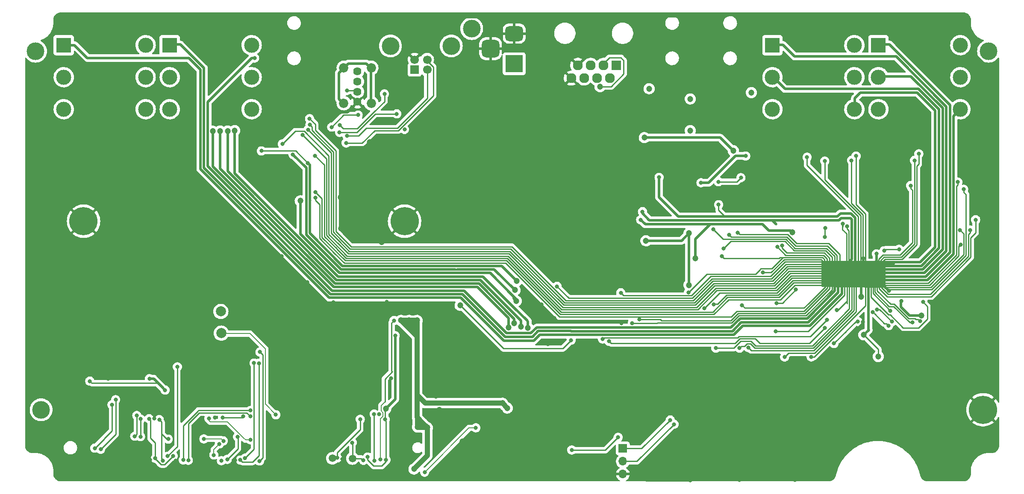
<source format=gbr>
G04 #@! TF.GenerationSoftware,KiCad,Pcbnew,6.0.4-6f826c9f35~116~ubuntu20.04.1*
G04 #@! TF.CreationDate,2022-05-04T11:28:09+02:00*
G04 #@! TF.ProjectId,bottom-board,626f7474-6f6d-42d6-926f-6172642e6b69,rev?*
G04 #@! TF.SameCoordinates,Original*
G04 #@! TF.FileFunction,Copper,L4,Bot*
G04 #@! TF.FilePolarity,Positive*
%FSLAX46Y46*%
G04 Gerber Fmt 4.6, Leading zero omitted, Abs format (unit mm)*
G04 Created by KiCad (PCBNEW 6.0.4-6f826c9f35~116~ubuntu20.04.1) date 2022-05-04 11:28:09*
%MOMM*%
%LPD*%
G01*
G04 APERTURE LIST*
G04 Aperture macros list*
%AMRoundRect*
0 Rectangle with rounded corners*
0 $1 Rounding radius*
0 $2 $3 $4 $5 $6 $7 $8 $9 X,Y pos of 4 corners*
0 Add a 4 corners polygon primitive as box body*
4,1,4,$2,$3,$4,$5,$6,$7,$8,$9,$2,$3,0*
0 Add four circle primitives for the rounded corners*
1,1,$1+$1,$2,$3*
1,1,$1+$1,$4,$5*
1,1,$1+$1,$6,$7*
1,1,$1+$1,$8,$9*
0 Add four rect primitives between the rounded corners*
20,1,$1+$1,$2,$3,$4,$5,0*
20,1,$1+$1,$4,$5,$6,$7,0*
20,1,$1+$1,$6,$7,$8,$9,0*
20,1,$1+$1,$8,$9,$2,$3,0*%
G04 Aperture macros list end*
G04 #@! TA.AperFunction,ComponentPad*
%ADD10C,3.500000*%
G04 #@! TD*
G04 #@! TA.AperFunction,ComponentPad*
%ADD11C,5.600000*%
G04 #@! TD*
G04 #@! TA.AperFunction,ComponentPad*
%ADD12R,1.700000X1.700000*%
G04 #@! TD*
G04 #@! TA.AperFunction,ComponentPad*
%ADD13O,1.700000X1.700000*%
G04 #@! TD*
G04 #@! TA.AperFunction,ComponentPad*
%ADD14C,3.000000*%
G04 #@! TD*
G04 #@! TA.AperFunction,ComponentPad*
%ADD15R,3.000000X3.000000*%
G04 #@! TD*
G04 #@! TA.AperFunction,ComponentPad*
%ADD16C,1.620000*%
G04 #@! TD*
G04 #@! TA.AperFunction,ComponentPad*
%ADD17C,1.850000*%
G04 #@! TD*
G04 #@! TA.AperFunction,ComponentPad*
%ADD18C,1.700000*%
G04 #@! TD*
G04 #@! TA.AperFunction,ComponentPad*
%ADD19R,3.500000X3.500000*%
G04 #@! TD*
G04 #@! TA.AperFunction,ComponentPad*
%ADD20RoundRect,0.750000X-1.000000X0.750000X-1.000000X-0.750000X1.000000X-0.750000X1.000000X0.750000X0*%
G04 #@! TD*
G04 #@! TA.AperFunction,ComponentPad*
%ADD21RoundRect,0.875000X-0.875000X0.875000X-0.875000X-0.875000X0.875000X-0.875000X0.875000X0.875000X0*%
G04 #@! TD*
G04 #@! TA.AperFunction,ComponentPad*
%ADD22R,1.960000X1.960000*%
G04 #@! TD*
G04 #@! TA.AperFunction,ComponentPad*
%ADD23C,1.960000*%
G04 #@! TD*
G04 #@! TA.AperFunction,ComponentPad*
%ADD24C,2.000000*%
G04 #@! TD*
G04 #@! TA.AperFunction,SMDPad,CuDef*
%ADD25C,1.500000*%
G04 #@! TD*
G04 #@! TA.AperFunction,ViaPad*
%ADD26C,0.800000*%
G04 #@! TD*
G04 #@! TA.AperFunction,ViaPad*
%ADD27C,1.200000*%
G04 #@! TD*
G04 #@! TA.AperFunction,Conductor*
%ADD28C,0.250000*%
G04 #@! TD*
G04 #@! TA.AperFunction,Conductor*
%ADD29C,0.500000*%
G04 #@! TD*
G04 #@! TA.AperFunction,Conductor*
%ADD30C,0.200000*%
G04 #@! TD*
G04 #@! TA.AperFunction,Conductor*
%ADD31C,1.000000*%
G04 #@! TD*
G04 #@! TA.AperFunction,Conductor*
%ADD32C,0.450000*%
G04 #@! TD*
G04 APERTURE END LIST*
D10*
X250310000Y-49630000D03*
X62610000Y-120730000D03*
D11*
X249207680Y-120727880D03*
D12*
X177860000Y-128410000D03*
D13*
X177860000Y-130950000D03*
X177860000Y-133490000D03*
D10*
X147910000Y-45130000D03*
D11*
X71007680Y-83337880D03*
X134607680Y-83337880D03*
D14*
X67085000Y-54780000D03*
X83315000Y-54780000D03*
D15*
X67085000Y-48430000D03*
D14*
X83315000Y-48430000D03*
X67085000Y-61130000D03*
X83315000Y-61130000D03*
D16*
X125285000Y-53655000D03*
X125285000Y-55655000D03*
X125285000Y-57655000D03*
X125285000Y-59655000D03*
D17*
X128005000Y-59925000D03*
X122565000Y-52925000D03*
X122565000Y-59925000D03*
X128005000Y-52925000D03*
D14*
X88085000Y-54780000D03*
X104315000Y-54780000D03*
D15*
X88085000Y-48430000D03*
D14*
X104315000Y-48430000D03*
X88085000Y-61130000D03*
X104315000Y-61130000D03*
D12*
X136586971Y-53299976D03*
D18*
X139086971Y-53299976D03*
X139086971Y-51299976D03*
X136586971Y-51299976D03*
D10*
X131816971Y-48589976D03*
X143856971Y-48589976D03*
D19*
X156330453Y-52130000D03*
D20*
X156330453Y-46130000D03*
D21*
X151630453Y-49130000D03*
D22*
X176535000Y-52410000D03*
D23*
X175265000Y-54950000D03*
X173995000Y-52410000D03*
X172725000Y-54950000D03*
X171455000Y-52410000D03*
X170185000Y-54950000D03*
X168915000Y-52410000D03*
X167645000Y-54950000D03*
D14*
X228485000Y-54780000D03*
X244715000Y-54780000D03*
D15*
X228485000Y-48430000D03*
D14*
X244715000Y-48430000D03*
X228485000Y-61130000D03*
X244715000Y-61130000D03*
X207485000Y-54780000D03*
X223715000Y-54780000D03*
D15*
X207485000Y-48430000D03*
D14*
X223715000Y-48430000D03*
X207485000Y-61130000D03*
X223715000Y-61130000D03*
D10*
X61507680Y-49627880D03*
D24*
X98210000Y-101230000D03*
X98310000Y-105530000D03*
D25*
X124280000Y-130370000D03*
X120300000Y-130350000D03*
D26*
X208455042Y-88444958D03*
X221350000Y-91750000D03*
X194000000Y-100600000D03*
X223150000Y-71275000D03*
X214350000Y-70650000D03*
D27*
X225600000Y-105875000D03*
D26*
X179725000Y-103525000D03*
X228297640Y-92559071D03*
X215169002Y-110250000D03*
X209900000Y-110260000D03*
D27*
X225050000Y-98350000D03*
D26*
X230600000Y-97125000D03*
X234844847Y-76280153D03*
X220210010Y-100969281D03*
X181740000Y-81440000D03*
X116930000Y-78640000D03*
X236490000Y-69970000D03*
X236708957Y-103164173D03*
X205600000Y-93500000D03*
X198890000Y-86000000D03*
X202700000Y-108375000D03*
X225450000Y-90710000D03*
X114439104Y-66243831D03*
X196275000Y-108500000D03*
X195750000Y-84925000D03*
X104900000Y-50975000D03*
X200950000Y-108500000D03*
X247750000Y-83050000D03*
X200625000Y-85625000D03*
X208150000Y-105200000D03*
X220418036Y-94031965D03*
X181150000Y-102825000D03*
X110390000Y-68025000D03*
X190825000Y-97475000D03*
X221391095Y-83834637D03*
X197450000Y-90300000D03*
X230825000Y-101100000D03*
X185030000Y-74630000D03*
X209381155Y-88124999D03*
X220375000Y-92375000D03*
X235250000Y-103400000D03*
X244200000Y-75575000D03*
X201480000Y-100010000D03*
X116890000Y-70390000D03*
X115860000Y-64230000D03*
X164800000Y-96250000D03*
X235610000Y-71270000D03*
X222300000Y-84313980D03*
X115790000Y-63000000D03*
X116960000Y-77590000D03*
X196827701Y-80055500D03*
X246625000Y-85075000D03*
X197843161Y-88775000D03*
X217850000Y-71400000D03*
X226605417Y-92564545D03*
X244770000Y-88000000D03*
X115480000Y-65170000D03*
X228100000Y-89800000D03*
X195830000Y-99830000D03*
X177450000Y-97525000D03*
X231370000Y-91770000D03*
X237300000Y-99350000D03*
X224050000Y-70400000D03*
X244660000Y-85099998D03*
X217620000Y-95550000D03*
D27*
X228460000Y-110180000D03*
D26*
X245375000Y-77000000D03*
D27*
X183050000Y-57050000D03*
X191200000Y-59090000D03*
X133870000Y-103014971D03*
X191200000Y-65350000D03*
X154009999Y-119429999D03*
X139120000Y-124260000D03*
X154960000Y-120380000D03*
X137200000Y-124150000D03*
X203300000Y-57840000D03*
D26*
X134603347Y-65133347D03*
D27*
X136475000Y-132475000D03*
X137075029Y-103014971D03*
X135490000Y-103014971D03*
D26*
X229600000Y-89200000D03*
X181390000Y-83050000D03*
D27*
X192225000Y-90675000D03*
D26*
X217900000Y-86425000D03*
D27*
X156828466Y-95156614D03*
X211425000Y-85525000D03*
D26*
X132510000Y-103030000D03*
X217950000Y-84725000D03*
X232575000Y-88900000D03*
D27*
X237000000Y-102000000D03*
D26*
X129810000Y-130539989D03*
D27*
X145630000Y-100010000D03*
D26*
X106250000Y-69400000D03*
X233030000Y-99150000D03*
X115440000Y-71790000D03*
X167610000Y-106930000D03*
X224409053Y-103229053D03*
X219680000Y-107580000D03*
X105870000Y-130890000D03*
X105962347Y-109262347D03*
X121785000Y-64305000D03*
X130620000Y-58080000D03*
X84080000Y-114560000D03*
X127291707Y-130099978D03*
D27*
X199720000Y-69350000D03*
X182127463Y-66757463D03*
D26*
X132750000Y-106022976D03*
X87170000Y-116830000D03*
X72260011Y-115040000D03*
X130933722Y-130638662D03*
X130765640Y-122639760D03*
D27*
X130875000Y-120525000D03*
D26*
X102080000Y-130690000D03*
X105800000Y-111484981D03*
X123045838Y-67819468D03*
X103009060Y-130320067D03*
X104790000Y-111460000D03*
X123175001Y-66405001D03*
X77375000Y-118724306D03*
X121725000Y-65705000D03*
X74410000Y-128560000D03*
X133075000Y-62050000D03*
X123174990Y-57425000D03*
X76650000Y-119723644D03*
X73230000Y-128340011D03*
X125404998Y-62275000D03*
X120175000Y-64675000D03*
X187980000Y-123590000D03*
X187240000Y-122750000D03*
X90755151Y-130664963D03*
X104065000Y-120865369D03*
X104065000Y-122040000D03*
X91770000Y-130740000D03*
X218290000Y-102860000D03*
X173830000Y-106700000D03*
X217899847Y-104499847D03*
X175110000Y-107150010D03*
D27*
X173320000Y-56650000D03*
D26*
X227342767Y-101344459D03*
X230500000Y-104050000D03*
X231121396Y-103266501D03*
X228235138Y-100893151D03*
X109110000Y-121710000D03*
X126461476Y-130752279D03*
X124250000Y-127235939D03*
X66470000Y-133540000D03*
D27*
X122380000Y-69930000D03*
D26*
X193893440Y-45593000D03*
X111150000Y-43270000D03*
X193020000Y-118810000D03*
X97080000Y-122280000D03*
X201112120Y-54932580D03*
X228140000Y-125600000D03*
X211450000Y-42950000D03*
D27*
X127950000Y-74570000D03*
D26*
X202870000Y-42940000D03*
X156510000Y-124610000D03*
X251240000Y-88950000D03*
X131084320Y-99350000D03*
X161762347Y-99807653D03*
X211889340Y-120888760D03*
X177525000Y-67675000D03*
X62280000Y-61360000D03*
X145760000Y-43250000D03*
X111113660Y-121882840D03*
X105560000Y-132440000D03*
X127546600Y-112146600D03*
X70220000Y-43820000D03*
D27*
X156510000Y-71020000D03*
D26*
X83250000Y-117000000D03*
X243799360Y-107403900D03*
X62390000Y-112710000D03*
X101060000Y-130770000D03*
X250910000Y-53610000D03*
D27*
X130070000Y-87450000D03*
D26*
X110180000Y-80420000D03*
D27*
X141770000Y-67620000D03*
D26*
X72630000Y-126440000D03*
D27*
X146100000Y-127050000D03*
D26*
X245550000Y-133730000D03*
X204240000Y-118740000D03*
X160120000Y-118665128D03*
X170660000Y-118720000D03*
X225407470Y-103332470D03*
X154020000Y-124720000D03*
X191230000Y-134700000D03*
X62390000Y-98130000D03*
X132911940Y-130808400D03*
X193510000Y-49830000D03*
X190200280Y-55148480D03*
X211920000Y-134620000D03*
D27*
X127660000Y-70980000D03*
D26*
X179450000Y-118665128D03*
D27*
X127686574Y-67646574D03*
D26*
X72850000Y-130920000D03*
X224890000Y-42920000D03*
X179570000Y-43230000D03*
X179448460Y-52567840D03*
X200940000Y-134640000D03*
X132730000Y-43300000D03*
X117450000Y-122300000D03*
X164270000Y-102510000D03*
X131900000Y-114475260D03*
X103260000Y-66240000D03*
X74810620Y-66796920D03*
X160591500Y-128010010D03*
X219310000Y-133720000D03*
D27*
X200910000Y-67660000D03*
D26*
X84210000Y-130650000D03*
X129579020Y-121610674D03*
X114850000Y-130810000D03*
D27*
X140650000Y-79700000D03*
D26*
X93200000Y-73690000D03*
X101470000Y-82000000D03*
X171490000Y-43280000D03*
X139010000Y-114560000D03*
X184917080Y-55885080D03*
X182210000Y-134460000D03*
D27*
X146420000Y-82080000D03*
D26*
X168000000Y-58500000D03*
X126740000Y-121760000D03*
X251250000Y-65030000D03*
X115325040Y-95432880D03*
D27*
X122040000Y-84810000D03*
X143300000Y-73880000D03*
D26*
X121870000Y-61720000D03*
X75852020Y-114579400D03*
X251260000Y-75960000D03*
X62380000Y-117810000D03*
D27*
X150710000Y-75690000D03*
X166010000Y-63310000D03*
D26*
X154930000Y-114520000D03*
X154930000Y-68940000D03*
X62390000Y-70030000D03*
X251200000Y-102700000D03*
X85610000Y-66339777D03*
X83868260Y-108473240D03*
X94340000Y-130880000D03*
D27*
X179280000Y-94420000D03*
X160180000Y-87110000D03*
D26*
X77340000Y-130950000D03*
X190784480Y-47774860D03*
D27*
X141460000Y-120730000D03*
D26*
X122249956Y-130489794D03*
X118460000Y-43420000D03*
X68818760Y-95483680D03*
X70470000Y-122250000D03*
D27*
X121915000Y-78560000D03*
D26*
X84180000Y-43640000D03*
X85037834Y-122459479D03*
X120484900Y-99451160D03*
X162590000Y-43260000D03*
X192400001Y-42830001D03*
X140800000Y-118090000D03*
X154140000Y-122370000D03*
X246540000Y-46620000D03*
X110229040Y-90280960D03*
X132720000Y-122850000D03*
X69024500Y-69717920D03*
X245518940Y-94482920D03*
X120741600Y-118951600D03*
X201757280Y-63141860D03*
D27*
X147350000Y-123130000D03*
D26*
X63920000Y-53920000D03*
X120490000Y-112040000D03*
X87400000Y-119210000D03*
D27*
X188200000Y-59650000D03*
D26*
X110314740Y-99661980D03*
X119000000Y-45500000D03*
X229410260Y-120285019D03*
D27*
X152617500Y-87090000D03*
D26*
X62390000Y-84170000D03*
X82800000Y-128720000D03*
D27*
X166270000Y-70830000D03*
D26*
X238260000Y-133760000D03*
X92626180Y-66339777D03*
X68894960Y-107942380D03*
X89280000Y-130810000D03*
X75290000Y-121910000D03*
X238840000Y-43000000D03*
X78182560Y-134229823D03*
X72645360Y-134229907D03*
X101391720Y-108531660D03*
X62370000Y-127800000D03*
X98880000Y-43480000D03*
X177586640Y-103578001D03*
D27*
X187770000Y-63270000D03*
D26*
X181952900Y-64731900D03*
X163010000Y-107680000D03*
X212125000Y-96875000D03*
X208280000Y-99550001D03*
D27*
X96619926Y-65489777D03*
X155211932Y-104381049D03*
X156730000Y-99160000D03*
X113950000Y-79300000D03*
X156473039Y-97000000D03*
D26*
X112500000Y-70100000D03*
X82290000Y-122570000D03*
X82300000Y-126060000D03*
X104065500Y-126669500D03*
X95840000Y-122420000D03*
X167736086Y-128696086D03*
X101517629Y-126086873D03*
X99480000Y-130560000D03*
X176910000Y-126190000D03*
X98330000Y-130820000D03*
X81565000Y-121852261D03*
X81150000Y-125980000D03*
X98570000Y-122270000D03*
X102600003Y-122035000D03*
X89600000Y-112209981D03*
X87683914Y-129926086D03*
X121273806Y-130275000D03*
X125825000Y-122605000D03*
X96820000Y-129700459D03*
X97905111Y-127502421D03*
X84000000Y-122500000D03*
X85230000Y-130340000D03*
X88757653Y-129877653D03*
X87790000Y-126540000D03*
X86740000Y-130870000D03*
X94860000Y-126500000D03*
X86013480Y-122678836D03*
X98701855Y-126898930D03*
D27*
X100950000Y-65350000D03*
X159049990Y-104500000D03*
X156355939Y-103574047D03*
X98057739Y-65442664D03*
D26*
X202190001Y-70400001D03*
X193330000Y-75710000D03*
D27*
X182420000Y-87209900D03*
X190975000Y-85699990D03*
X190975000Y-96000000D03*
X157675996Y-104231398D03*
X99550000Y-65450000D03*
D26*
X128579574Y-121577316D03*
X128635000Y-130840000D03*
X148720000Y-124310000D03*
X138580000Y-133100000D03*
X196790000Y-75500000D03*
X201250000Y-74700000D03*
D28*
X224510000Y-82380000D02*
X224510000Y-91850000D01*
X219300000Y-90450000D02*
X219300000Y-91375000D01*
X229530000Y-94310000D02*
X229251965Y-94031965D01*
X165420000Y-101790000D02*
X154790000Y-91160000D01*
X164800000Y-96250000D02*
X167125000Y-98575000D01*
D29*
X145770000Y-98500000D02*
X154270000Y-107000000D01*
D28*
X123450000Y-89775000D02*
X121510000Y-87835000D01*
X218686071Y-92300000D02*
X220418036Y-94031965D01*
X226925000Y-95550000D02*
X227350000Y-95125000D01*
X118690000Y-72190000D02*
X118690000Y-86340000D01*
X225950000Y-91900000D02*
X224460000Y-91900000D01*
X191650000Y-98575000D02*
X195500000Y-94725000D01*
X211800000Y-89175000D02*
X218025000Y-89175000D01*
X210990000Y-93670000D02*
X208070000Y-96590000D01*
X210580000Y-92770000D02*
X207670000Y-95680000D01*
X123825000Y-88825000D02*
X121950000Y-86950000D01*
D29*
X225050000Y-98350000D02*
X225050000Y-94250134D01*
D28*
X209040000Y-98880000D02*
X198790000Y-98880000D01*
X243950000Y-88675000D02*
X243950000Y-90030000D01*
X211975000Y-88725000D02*
X210125000Y-86875000D01*
X230235000Y-98310000D02*
X228625000Y-96700000D01*
X214625000Y-99650000D02*
X218000000Y-96275000D01*
D29*
X207590000Y-54730000D02*
X209985000Y-57125000D01*
X220530000Y-97460000D02*
X220530000Y-95600000D01*
D28*
X227400134Y-91900000D02*
X228450000Y-91900000D01*
X219258035Y-94031965D02*
X220418036Y-94031965D01*
X203250000Y-107100000D02*
X204175000Y-108025000D01*
X228460000Y-110180000D02*
X228460000Y-108735000D01*
D29*
X237590000Y-93600000D02*
X229580000Y-93600000D01*
D28*
X211325000Y-94600000D02*
X217650000Y-94600000D01*
X229575000Y-90450000D02*
X233000000Y-90450000D01*
X190825000Y-97475000D02*
X194475000Y-93825000D01*
D29*
X244870000Y-60990000D02*
X243370001Y-62489999D01*
D28*
X222250000Y-98800000D02*
X222250000Y-98575000D01*
X225900000Y-81910000D02*
X225900000Y-91850000D01*
X235650000Y-87800000D02*
X235650000Y-71310000D01*
X228350000Y-96125000D02*
X227350000Y-95125000D01*
D29*
X239750000Y-87750000D02*
X239750000Y-88460000D01*
D28*
X221375000Y-85025000D02*
X221375000Y-85015685D01*
D29*
X237290000Y-92890000D02*
X229610000Y-92890000D01*
D28*
X208260000Y-97060000D02*
X211160000Y-94160000D01*
X230475000Y-101875000D02*
X230802897Y-101875000D01*
D29*
X119625000Y-98500000D02*
X119625000Y-98474838D01*
D28*
X229740000Y-92200000D02*
X229440000Y-91900000D01*
D29*
X160782001Y-104428001D02*
X159660001Y-105550001D01*
D28*
X120080000Y-69770000D02*
X120080000Y-85740000D01*
X197700000Y-86875000D02*
X195750000Y-84925000D01*
X154790000Y-91160000D02*
X122850000Y-91160000D01*
X117780000Y-80055685D02*
X117780000Y-86750000D01*
X236708957Y-103164173D02*
X236308958Y-102764174D01*
X201480000Y-100010000D02*
X202019999Y-100549999D01*
D29*
X183110000Y-83120000D02*
X207430000Y-83120000D01*
X222930000Y-82720000D02*
X223210000Y-83000000D01*
D28*
X207670000Y-95680000D02*
X195860000Y-95680000D01*
X229025000Y-96450000D02*
X229025000Y-95200000D01*
X196270000Y-96590000D02*
X192460000Y-100400000D01*
X191825000Y-99050000D02*
X195675000Y-95200000D01*
X223025001Y-91425000D02*
X220418036Y-94031965D01*
X213725001Y-100549999D02*
X214625000Y-99650000D01*
X239025000Y-96900000D02*
X230825000Y-96900000D01*
D29*
X119625000Y-98474838D02*
X94150000Y-72999838D01*
D28*
X231611815Y-99762501D02*
X230887501Y-99762501D01*
X209975000Y-87350000D02*
X211800000Y-89175000D01*
X220418036Y-95488036D02*
X220418036Y-94031965D01*
D29*
X222700000Y-92725000D02*
X224975000Y-92725000D01*
D28*
X120990000Y-85350000D02*
X121000000Y-85350000D01*
X218530000Y-93670000D02*
X210990000Y-93670000D01*
X197075000Y-97525000D02*
X208400000Y-97525000D01*
D29*
X119950000Y-97800000D02*
X146060000Y-97800000D01*
D28*
X119150000Y-70954727D02*
X119150000Y-86150000D01*
X245375000Y-85814998D02*
X245375000Y-89905000D01*
X238600000Y-96010000D02*
X229760000Y-96010000D01*
X229440000Y-91900000D02*
X227400134Y-91900000D01*
D29*
X146060000Y-97800000D02*
X154530000Y-106270000D01*
X220300000Y-95750000D02*
X220530000Y-95600000D01*
D28*
X218180000Y-96110000D02*
X217620000Y-95550000D01*
X218825000Y-92025000D02*
X219175000Y-92375000D01*
X122850000Y-91160000D02*
X118240000Y-86550000D01*
X195880000Y-101790000D02*
X165420000Y-101790000D01*
X213910000Y-101640000D02*
X218820000Y-96730000D01*
D29*
X201273150Y-103426850D02*
X214563150Y-103426850D01*
D28*
X245375000Y-89905000D02*
X238840000Y-96440000D01*
X235939174Y-102764174D02*
X235775000Y-102600000D01*
X222300000Y-84879665D02*
X222625000Y-85204665D01*
X224960000Y-82220000D02*
X224960000Y-91370000D01*
D29*
X239750000Y-61425000D02*
X239750000Y-87750000D01*
D28*
X116930000Y-79205685D02*
X117780000Y-80055685D01*
X246775000Y-90445000D02*
X238910000Y-98310000D01*
X208949999Y-90550001D02*
X209550000Y-90550000D01*
X207350000Y-92750000D02*
X209550000Y-90550000D01*
X246625000Y-85640685D02*
X246625000Y-85075000D01*
X211500000Y-95100000D02*
X217600000Y-95100000D01*
D29*
X223820000Y-58958680D02*
X224928680Y-57850000D01*
X223820000Y-61080000D02*
X223820000Y-58958680D01*
X120260293Y-97100070D02*
X95569925Y-72409702D01*
D28*
X219850000Y-91850000D02*
X220375000Y-92375000D01*
X217150000Y-91025000D02*
X217500000Y-91375000D01*
X220230000Y-101170000D02*
X222250000Y-99150000D01*
X244400000Y-88200000D02*
X244400000Y-88390000D01*
D29*
X234925000Y-54600000D02*
X241225000Y-60900000D01*
X198060000Y-82390000D02*
X220360000Y-82390000D01*
D28*
X222250000Y-99150000D02*
X222250000Y-99660000D01*
D29*
X91850000Y-50950000D02*
X71770000Y-50950000D01*
D28*
X227000000Y-96225000D02*
X227000000Y-98400000D01*
D29*
X207430000Y-83120000D02*
X208210000Y-83900000D01*
X228640000Y-48290000D02*
X230640000Y-48290000D01*
X229840000Y-96440000D02*
X229760000Y-96010000D01*
X236990000Y-92200000D02*
X229740000Y-92200000D01*
D28*
X224960000Y-91370000D02*
X224905000Y-91425000D01*
X198890000Y-86000000D02*
X199315000Y-86425000D01*
X220800000Y-89950000D02*
X220800000Y-91950000D01*
X116910000Y-65320000D02*
X120990000Y-69400000D01*
X184675000Y-103500000D02*
X184650000Y-103525000D01*
D29*
X241950000Y-88200000D02*
X241950000Y-89240000D01*
D28*
X215050000Y-108475000D02*
X215575000Y-108475000D01*
X201025000Y-85975000D02*
X210505998Y-85975000D01*
X218891965Y-94031965D02*
X218530000Y-93670000D01*
X225450000Y-91425000D02*
X224905000Y-91425000D01*
X221391095Y-84400322D02*
X221375000Y-84416417D01*
X228450000Y-91900000D02*
X228925000Y-91425000D01*
D29*
X220970000Y-81780000D02*
X223010000Y-81780000D01*
X116040000Y-93900000D02*
X116050000Y-93900000D01*
D28*
X209381155Y-88124999D02*
X209381155Y-88690684D01*
X208800001Y-90699999D02*
X208949999Y-90550001D01*
X229105000Y-91900000D02*
X227400134Y-91900000D01*
X220961071Y-94575000D02*
X220418036Y-94031965D01*
X236490000Y-72000000D02*
X236490000Y-69970000D01*
X245850000Y-78040685D02*
X245850000Y-90075000D01*
X221375000Y-85015685D02*
X222175000Y-85815685D01*
X202700000Y-108375000D02*
X203300000Y-108975000D01*
D29*
X220360000Y-82390000D02*
X220970000Y-81780000D01*
D28*
X238840000Y-96440000D02*
X229840000Y-96440000D01*
X116930000Y-78640000D02*
X116930000Y-79205685D01*
X227775000Y-96300000D02*
X227775000Y-95550000D01*
X238400000Y-95580000D02*
X229510000Y-95580000D01*
X220090000Y-101170000D02*
X220230000Y-101170000D01*
X120550000Y-85560000D02*
X120530000Y-85560000D01*
X220375000Y-92375000D02*
X219775000Y-91775000D01*
X231370000Y-91770000D02*
X229086711Y-91770000D01*
X203125000Y-107600000D02*
X204000000Y-108475000D01*
D29*
X219840000Y-96110000D02*
X219840000Y-97150000D01*
D28*
X220850000Y-92825000D02*
X219100000Y-92825000D01*
X222025000Y-92050000D02*
X220418036Y-93656964D01*
D29*
X201647380Y-104050000D02*
X199847380Y-105850000D01*
D28*
X221391095Y-83834637D02*
X221391095Y-84400322D01*
X165610000Y-101330000D02*
X195680000Y-101330000D01*
X178025000Y-98100000D02*
X177849999Y-97924999D01*
X120530000Y-85560000D02*
X120530000Y-69580000D01*
X222625000Y-85204665D02*
X222625000Y-91825001D01*
X185285000Y-102825000D02*
X185510000Y-103050000D01*
D29*
X94150000Y-72999838D02*
X94150000Y-69800000D01*
X238170000Y-95010000D02*
X229730000Y-95010000D01*
D28*
X198790000Y-98880000D02*
X195880000Y-101790000D01*
D29*
X167546834Y-105130000D02*
X167566834Y-105150000D01*
X237870000Y-94310000D02*
X229530000Y-94310000D01*
X88220000Y-48310000D02*
X90220000Y-48310000D01*
D28*
X224510000Y-91850000D02*
X224460000Y-91900000D01*
X221375000Y-84125000D02*
X221375000Y-85025000D01*
X246325000Y-85940685D02*
X246625000Y-85640685D01*
X227775000Y-95550000D02*
X227350000Y-95125000D01*
X192690000Y-100850000D02*
X196480000Y-97060000D01*
D29*
X209985000Y-57125000D02*
X227661002Y-57125000D01*
D28*
X221220000Y-95910000D02*
X221220000Y-94833929D01*
X195750000Y-84925000D02*
X196149999Y-85324999D01*
X195675000Y-95200000D02*
X207500000Y-95200000D01*
X236074999Y-72965001D02*
X236074999Y-88025001D01*
D29*
X116050000Y-93900000D02*
X119950000Y-97800000D01*
D28*
X165930000Y-100400000D02*
X155305000Y-89775000D01*
X218625000Y-87775000D02*
X220800000Y-89950000D01*
X224831831Y-94031965D02*
X220418036Y-94031965D01*
D29*
X232000000Y-50675000D02*
X241950000Y-60625000D01*
D28*
X201924999Y-108100001D02*
X202425000Y-107600000D01*
X217425001Y-90550001D02*
X217800000Y-90925000D01*
D29*
X230640000Y-48290000D02*
X242650000Y-60300000D01*
D28*
X196827701Y-81157701D02*
X198060000Y-82390000D01*
X224050000Y-80060000D02*
X225900000Y-81910000D01*
X220418036Y-94031965D02*
X218891965Y-94031965D01*
X204000000Y-108475000D02*
X215050000Y-108475000D01*
X225410000Y-91385000D02*
X225450000Y-91425000D01*
X200675000Y-85625000D02*
X201025000Y-85975000D01*
D29*
X71770000Y-50950000D02*
X69230000Y-48410000D01*
D28*
X230425000Y-97850000D02*
X238750000Y-97850000D01*
X221325000Y-92725000D02*
X220975000Y-92375000D01*
D29*
X146376951Y-97100070D02*
X120260293Y-97100070D01*
D28*
X228875000Y-95125000D02*
X227350000Y-95125000D01*
X191475000Y-98100000D02*
X178025000Y-98100000D01*
X220375000Y-92375000D02*
X219225000Y-92375000D01*
X225800000Y-91900000D02*
X226175000Y-91900000D01*
X155305000Y-89775000D02*
X123450000Y-89775000D01*
X225900000Y-100075000D02*
X225900000Y-95975000D01*
X218400000Y-88225000D02*
X220250000Y-90075000D01*
D29*
X199271999Y-104428001D02*
X160782001Y-104428001D01*
D28*
X231509315Y-100225000D02*
X230600000Y-100225000D01*
D29*
X226492766Y-104817766D02*
X226492766Y-95982234D01*
D28*
X154604990Y-91624990D02*
X165250000Y-102270000D01*
D29*
X69230000Y-48410000D02*
X67230000Y-48410000D01*
D28*
X215400000Y-108025000D02*
X222725000Y-100700000D01*
D29*
X226492766Y-95982234D02*
X226950001Y-95524999D01*
D28*
X218820000Y-96730000D02*
X218820000Y-96180000D01*
X220850001Y-93600000D02*
X220418036Y-94031965D01*
D29*
X214563150Y-103426850D02*
X220530000Y-97460000D01*
D28*
X118240000Y-86550000D02*
X118240000Y-78880000D01*
X200460000Y-101170000D02*
X213740000Y-101170000D01*
X207300000Y-94725000D02*
X210175000Y-91850000D01*
X202019999Y-100549999D02*
X213725001Y-100549999D01*
X235200000Y-87575000D02*
X232775000Y-90000000D01*
X208650000Y-97950000D02*
X211500000Y-95100000D01*
D29*
X242650000Y-60300000D02*
X242650000Y-88500000D01*
D28*
X197849999Y-90699999D02*
X208800001Y-90699999D01*
D29*
X90220000Y-48310000D02*
X94850000Y-52940000D01*
D28*
X227775000Y-97400000D02*
X227775000Y-96300000D01*
X217850000Y-71400000D02*
X217850000Y-75110000D01*
X212125000Y-88225000D02*
X218400000Y-88225000D01*
X219550000Y-91550000D02*
X220375000Y-92375000D01*
X222250000Y-98800000D02*
X222250000Y-99150000D01*
D29*
X119625000Y-98500000D02*
X145770000Y-98500000D01*
D28*
X192230000Y-99960000D02*
X196060000Y-96130000D01*
X218825000Y-90675000D02*
X218825000Y-92025000D01*
X219130000Y-94160000D02*
X219258035Y-94031965D01*
X196060000Y-96130000D02*
X207860000Y-96130000D01*
X120530000Y-69580000D02*
X116259999Y-65309999D01*
X120080000Y-85740000D02*
X121730000Y-87390000D01*
X217659999Y-95999999D02*
X211926999Y-95999999D01*
X215725000Y-110250000D02*
X225900000Y-100075000D01*
X232775000Y-90000000D02*
X229400000Y-90000000D01*
X247750000Y-85625000D02*
X246775000Y-86600000D01*
X213740000Y-101170000D02*
X218360000Y-96550000D01*
D29*
X241225000Y-88075000D02*
X241225000Y-88955000D01*
D28*
X220800000Y-91950000D02*
X220375000Y-92375000D01*
X208455042Y-88444958D02*
X210110084Y-90100000D01*
X223890000Y-91900000D02*
X222550001Y-91900000D01*
X218360000Y-96190000D02*
X218260000Y-96190000D01*
X222290686Y-92725000D02*
X221325000Y-92725000D01*
X236074999Y-88025001D02*
X233200000Y-90900000D01*
X224460000Y-91900000D02*
X223890000Y-91900000D01*
X122664990Y-91624990D02*
X154604990Y-91624990D01*
X199800000Y-108500000D02*
X201200000Y-107100000D01*
X217150000Y-90925000D02*
X217150000Y-91025000D01*
X236074999Y-72965001D02*
X236074999Y-72415001D01*
D29*
X95569925Y-67305075D02*
X95575000Y-62450000D01*
D28*
X194000000Y-100600000D02*
X197075000Y-97525000D01*
X207225000Y-93500000D02*
X209800000Y-90925000D01*
X121740000Y-87390000D02*
X123650000Y-89300000D01*
X228225000Y-97100000D02*
X228225000Y-96000000D01*
X210325000Y-86425000D02*
X212125000Y-88225000D01*
D29*
X220700000Y-83120000D02*
X221100000Y-82720000D01*
X154826882Y-105550001D02*
X146376951Y-97100070D01*
X95575000Y-59734315D02*
X104334315Y-50975000D01*
X236175000Y-57850000D02*
X239750000Y-61425000D01*
D28*
X215575000Y-108475000D02*
X223175000Y-100875000D01*
X196650000Y-99725000D02*
X198425000Y-97950000D01*
X219775000Y-90275000D02*
X218225000Y-88725000D01*
X192030000Y-99510000D02*
X166340000Y-99510000D01*
X220975000Y-92375000D02*
X220375000Y-92375000D01*
X211926999Y-95999999D02*
X210060000Y-97860000D01*
D29*
X225450000Y-90710000D02*
X225450000Y-91425000D01*
D28*
X199800000Y-86425000D02*
X199885000Y-86425000D01*
X234449314Y-102600000D02*
X231611815Y-99762501D01*
X197843161Y-88775000D02*
X199268161Y-87350000D01*
X222625000Y-91825001D02*
X220418036Y-94031965D01*
D29*
X236400000Y-57125000D02*
X236450000Y-57125000D01*
X220530000Y-95600000D02*
X220900000Y-95750000D01*
X241950000Y-60625000D02*
X241950000Y-88200000D01*
D28*
X236074999Y-72415001D02*
X236490000Y-72000000D01*
X224975000Y-92725000D02*
X225800000Y-91900000D01*
X209800000Y-90925000D02*
X217150000Y-90925000D01*
X167125000Y-98575000D02*
X191650000Y-98575000D01*
D29*
X222025000Y-92050000D02*
X223210000Y-90865000D01*
X214365000Y-102625000D02*
X201075000Y-102625000D01*
D28*
X228460000Y-108735000D02*
X225600000Y-105875000D01*
X208400000Y-97525000D02*
X211325000Y-94600000D01*
X222250000Y-98575000D02*
X222250000Y-95863929D01*
X222700000Y-92725000D02*
X221550000Y-92725000D01*
X116890000Y-70390000D02*
X118690000Y-72190000D01*
X221560001Y-92890000D02*
X220418036Y-94031965D01*
X230887501Y-99762501D02*
X228225000Y-97100000D01*
X121510000Y-87820000D02*
X119610000Y-85920000D01*
X230825000Y-96900000D02*
X230600000Y-97125000D01*
D29*
X239750000Y-88460000D02*
X236720000Y-91490000D01*
D28*
X165250000Y-102270000D02*
X199360000Y-102270000D01*
X181150000Y-102825000D02*
X185285000Y-102825000D01*
X236308958Y-102764174D02*
X235939174Y-102764174D01*
X219300000Y-91375000D02*
X219375000Y-91375000D01*
X244400000Y-88390000D02*
X244400000Y-90210000D01*
X228225000Y-96000000D02*
X227350000Y-95125000D01*
X121140000Y-88800000D02*
X123040000Y-90700000D01*
X119600000Y-70370000D02*
X114720000Y-65490000D01*
X229770000Y-90900000D02*
X229180000Y-91490000D01*
X195860000Y-95680000D02*
X192030000Y-99510000D01*
X244400000Y-90210000D02*
X238600000Y-96010000D01*
X222300000Y-84313980D02*
X222300000Y-84879665D01*
X233402897Y-104475000D02*
X236425000Y-104475000D01*
X192460000Y-100400000D02*
X165930000Y-100400000D01*
X195680000Y-101330000D02*
X198590000Y-98420000D01*
X114439104Y-66243831D02*
X119150000Y-70954727D01*
D29*
X154270000Y-107000000D02*
X160230000Y-107000000D01*
D28*
X243950000Y-90030000D02*
X238400000Y-95580000D01*
D29*
X225600000Y-105875000D02*
X226575000Y-104900000D01*
D28*
X247750000Y-83050000D02*
X247750000Y-85625000D01*
X121000000Y-85350000D02*
X124025000Y-88375000D01*
X116259999Y-64629999D02*
X115860000Y-64230000D01*
X229025000Y-96450000D02*
X230425000Y-97850000D01*
X194475000Y-93825000D02*
X204125000Y-93825000D01*
X209381155Y-88690684D02*
X210315471Y-89625000D01*
X220250000Y-91600000D02*
X220375000Y-91725000D01*
X118690000Y-86340000D02*
X121140000Y-88790000D01*
X229025000Y-95200000D02*
X227856965Y-94031965D01*
X195935000Y-99725000D02*
X195830000Y-99830000D01*
D29*
X95575000Y-62450000D02*
X95575000Y-59734315D01*
D28*
X218820000Y-96180000D02*
X218250000Y-96180000D01*
X218250000Y-96180000D02*
X217620000Y-95550000D01*
X223625000Y-101050000D02*
X223625000Y-96200000D01*
D29*
X159660001Y-105550001D02*
X154826882Y-105550001D01*
D28*
X209900000Y-110260000D02*
X210685000Y-109475000D01*
X219375000Y-91375000D02*
X220375000Y-92375000D01*
D29*
X225050000Y-94250134D02*
X225830067Y-93470067D01*
D28*
X211540000Y-95730000D02*
X211540000Y-95720000D01*
D29*
X94150000Y-70000000D02*
X94150000Y-69800000D01*
X240500000Y-61175000D02*
X240500000Y-87950000D01*
D28*
X218260000Y-96190000D02*
X217620000Y-95550000D01*
X230600000Y-100225000D02*
X227775000Y-97400000D01*
X244625000Y-87975000D02*
X244400000Y-88200000D01*
D29*
X243370001Y-62489999D02*
X243370001Y-88804999D01*
D28*
X120780000Y-89750000D02*
X120790000Y-89750000D01*
X228075134Y-91225000D02*
X227400134Y-91900000D01*
X200875000Y-102075000D02*
X199450000Y-103500000D01*
D29*
X219840000Y-97150000D02*
X214365000Y-102625000D01*
D28*
X121730000Y-87390000D02*
X121740000Y-87390000D01*
X226175000Y-91900000D02*
X227400134Y-91900000D01*
X207075000Y-94275000D02*
X195300000Y-94275000D01*
X195500000Y-94725000D02*
X207300000Y-94725000D01*
X227000000Y-98400000D02*
X230475000Y-101875000D01*
X229515000Y-91490000D02*
X229105000Y-91900000D01*
X215200000Y-108975000D02*
X215700000Y-108975000D01*
X211540000Y-95720000D02*
X211710000Y-95550000D01*
X220950000Y-92725000D02*
X220850000Y-92825000D01*
X215169002Y-110250000D02*
X215725000Y-110250000D01*
X166140000Y-99960000D02*
X192230000Y-99960000D01*
X214115000Y-102075000D02*
X200875000Y-102075000D01*
X210400000Y-92300000D02*
X218686071Y-92300000D01*
X229086711Y-91770000D02*
X228297640Y-92559071D01*
D29*
X154530000Y-106270000D02*
X159920000Y-106270000D01*
D28*
X220250000Y-90075000D02*
X220250000Y-91600000D01*
X238175000Y-100225000D02*
X237300000Y-99350000D01*
X227000000Y-96225000D02*
X227350000Y-95875000D01*
D29*
X207430000Y-83120000D02*
X220700000Y-83120000D01*
D28*
X222290686Y-92725000D02*
X220950000Y-92725000D01*
X121140000Y-88790000D02*
X121140000Y-88800000D01*
X224125000Y-95550000D02*
X221936071Y-95550000D01*
X218290000Y-96220000D02*
X219270000Y-96220000D01*
X227856965Y-94031965D02*
X220418036Y-94031965D01*
X225410000Y-82030000D02*
X225410000Y-91385000D01*
X211710000Y-95550000D02*
X217620000Y-95550000D01*
D29*
X223145000Y-81915000D02*
X223890000Y-82660000D01*
D28*
X215300000Y-109475000D02*
X215850000Y-109475000D01*
X121950000Y-86950000D02*
X121940000Y-86950000D01*
X222084315Y-91425000D02*
X222025000Y-91484315D01*
X222550001Y-91900000D02*
X220418036Y-94031965D01*
X166540000Y-99050000D02*
X191825000Y-99050000D01*
X225050000Y-94250134D02*
X224831831Y-94031965D01*
D29*
X222350000Y-94050000D02*
X223268035Y-94031965D01*
X240500000Y-88690000D02*
X236990000Y-92200000D01*
D28*
X229760000Y-96010000D02*
X228875000Y-95125000D01*
X222175000Y-85815685D02*
X222175000Y-91425000D01*
X235250000Y-103400000D02*
X234684315Y-103400000D01*
X155655000Y-88825000D02*
X123825000Y-88825000D01*
X123040000Y-90700000D02*
X154980000Y-90700000D01*
D29*
X227661002Y-57125000D02*
X236400000Y-57125000D01*
D28*
X219775000Y-91775000D02*
X219775000Y-90275000D01*
X233000000Y-90450000D02*
X235650000Y-87800000D01*
X234844847Y-76845838D02*
X235200000Y-77200991D01*
X114720000Y-65490000D02*
X112925000Y-65490000D01*
X200625000Y-85625000D02*
X200675000Y-85625000D01*
X227350000Y-95875000D02*
X227350000Y-95125000D01*
X195300000Y-94275000D02*
X191475000Y-98100000D01*
D29*
X223210000Y-90865000D02*
X223210000Y-83000000D01*
D28*
X218300000Y-90775000D02*
X218300000Y-91375000D01*
X185510000Y-103050000D02*
X199270000Y-103050000D01*
X210125000Y-86875000D02*
X197700000Y-86875000D01*
X221800000Y-98000000D02*
X221800000Y-95413929D01*
X204175000Y-108025000D02*
X215400000Y-108025000D01*
X228625000Y-96700000D02*
X228625000Y-96125000D01*
D29*
X242650000Y-89530000D02*
X237870000Y-94310000D01*
D28*
X205600000Y-93500000D02*
X207225000Y-93500000D01*
X246325000Y-90275000D02*
X246325000Y-85940685D01*
X117359999Y-77989999D02*
X116960000Y-77590000D01*
X121940000Y-86950000D02*
X120550000Y-85560000D01*
X117780000Y-86750000D02*
X120780000Y-89750000D01*
X210945000Y-109475000D02*
X215300000Y-109475000D01*
X234844847Y-76280153D02*
X234844847Y-76845838D01*
X222725000Y-99950000D02*
X222700000Y-95975000D01*
D29*
X161060000Y-105130000D02*
X167546834Y-105130000D01*
D28*
X208070000Y-96590000D02*
X196270000Y-96590000D01*
X219616071Y-93230000D02*
X220418036Y-94031965D01*
D29*
X229760000Y-96010000D02*
X229000000Y-95525000D01*
D28*
X119610000Y-74763000D02*
X119600000Y-74753000D01*
D29*
X225830067Y-93470067D02*
X227400134Y-91900000D01*
D28*
X222331965Y-94031965D02*
X220418036Y-94031965D01*
D29*
X95569925Y-72409702D02*
X95569925Y-67305075D01*
D28*
X220530000Y-95600000D02*
X220418036Y-95488036D01*
X116259999Y-65309999D02*
X116259999Y-64629999D01*
X220375000Y-91725000D02*
X220375000Y-92375000D01*
X123650000Y-89300000D02*
X155480000Y-89300000D01*
X225800000Y-92950000D02*
X224175000Y-94575000D01*
D29*
X223268035Y-94031965D02*
X223725000Y-93575000D01*
D28*
X221550000Y-92725000D02*
X220975000Y-93300000D01*
X235650000Y-71310000D02*
X235610000Y-71270000D01*
X155865000Y-88375000D02*
X166540000Y-99050000D01*
X217500000Y-91375000D02*
X209975000Y-91375000D01*
X218300000Y-91375000D02*
X219375000Y-91375000D01*
X224175000Y-94575000D02*
X220961071Y-94575000D01*
X210505998Y-85975000D02*
X212305998Y-87775000D01*
D29*
X160230000Y-107000000D02*
X161380000Y-105850000D01*
D28*
X217625000Y-90100000D02*
X218300000Y-90775000D01*
X221800000Y-95413929D02*
X220418036Y-94031965D01*
X217775000Y-89625000D02*
X218825000Y-90675000D01*
X205075000Y-92850000D02*
X205175000Y-92750000D01*
X210060000Y-97860000D02*
X209040000Y-98880000D01*
X115790000Y-63000000D02*
X116910000Y-64120000D01*
D29*
X228640000Y-54640000D02*
X230761320Y-54640000D01*
X94150000Y-69800000D02*
X94150000Y-53250000D01*
D28*
X215850000Y-109475000D02*
X224075000Y-101250000D01*
D29*
X221100000Y-82720000D02*
X222930000Y-82720000D01*
D28*
X224125000Y-95550000D02*
X224225000Y-95450000D01*
D29*
X214930000Y-104050000D02*
X201647380Y-104050000D01*
D28*
X217620000Y-95550000D02*
X218290000Y-96220000D01*
X227400134Y-97675134D02*
X227350000Y-95125000D01*
X224050000Y-70400000D02*
X224050000Y-80060000D01*
D30*
X222331965Y-94031965D02*
X222350000Y-94050000D01*
D28*
X226950000Y-91575000D02*
X226600000Y-91925000D01*
X218225000Y-88725000D02*
X211975000Y-88725000D01*
X222250000Y-95863929D02*
X220418036Y-94031965D01*
D29*
X228875000Y-91900000D02*
X227400134Y-91900000D01*
D28*
X220975000Y-93300000D02*
X219025000Y-93300000D01*
X218025000Y-89175000D02*
X219300000Y-90450000D01*
D29*
X228100000Y-91200134D02*
X227400134Y-91900000D01*
D28*
X195975000Y-99725000D02*
X195935000Y-99725000D01*
X244400000Y-88390000D02*
X244400000Y-88370000D01*
X238175000Y-102725000D02*
X238175000Y-100225000D01*
D29*
X181740000Y-81750000D02*
X183110000Y-83120000D01*
D28*
X224125000Y-95550000D02*
X226925000Y-95550000D01*
D29*
X222290686Y-92725000D02*
X222700000Y-92725000D01*
X221220000Y-95910000D02*
X221220000Y-97760000D01*
D28*
X196480000Y-97060000D02*
X208260000Y-97060000D01*
X199270000Y-103050000D02*
X200680000Y-101640000D01*
D29*
X226575000Y-104900000D02*
X226492766Y-104817766D01*
D28*
X115480000Y-65170000D02*
X120080000Y-69770000D01*
D29*
X209590000Y-48380000D02*
X211885000Y-50675000D01*
D28*
X223150000Y-71275000D02*
X223150000Y-79770000D01*
X124025000Y-88375000D02*
X155865000Y-88375000D01*
X222625000Y-92150000D02*
X222725000Y-92250000D01*
X224905000Y-91425000D02*
X223025001Y-91425000D01*
X166340000Y-99510000D02*
X155655000Y-88825000D01*
X229615000Y-95125000D02*
X227350000Y-95125000D01*
X119610000Y-85920000D02*
X119610000Y-74763000D01*
X120790000Y-89750000D02*
X122664990Y-91624990D01*
X238750000Y-97850000D02*
X246325000Y-90275000D01*
D29*
X229515000Y-91490000D02*
X229180000Y-91490000D01*
D28*
X210760000Y-93230000D02*
X219616071Y-93230000D01*
X210315471Y-89625000D02*
X217775000Y-89625000D01*
X154980000Y-90700000D02*
X165610000Y-101330000D01*
X238910000Y-98310000D02*
X230235000Y-98310000D01*
X177849999Y-97924999D02*
X177450000Y-97525000D01*
X207860000Y-96130000D02*
X210760000Y-93230000D01*
X217850000Y-75110000D02*
X224960000Y-82220000D01*
X217800000Y-90925000D02*
X217800000Y-91550000D01*
X219270000Y-96220000D02*
X219270000Y-96920000D01*
X243950000Y-76390685D02*
X243950000Y-88675000D01*
D29*
X229000000Y-95525000D02*
X229000000Y-95200000D01*
X199550000Y-105150000D02*
X201273150Y-103426850D01*
D28*
X229580000Y-93600000D02*
X220850001Y-93600000D01*
X228525000Y-90875000D02*
X228525000Y-91225000D01*
X225900000Y-91850000D02*
X225950000Y-91900000D01*
D29*
X241225000Y-60900000D02*
X241225000Y-88075000D01*
D28*
X228525000Y-91225000D02*
X228075134Y-91225000D01*
X199450000Y-103500000D02*
X184675000Y-103500000D01*
X227350000Y-95125000D02*
X227400134Y-91900000D01*
X218360000Y-96550000D02*
X218360000Y-96190000D01*
X245850000Y-90075000D02*
X239025000Y-96900000D01*
D29*
X228100000Y-89800000D02*
X228100000Y-91200134D01*
X94150000Y-53250000D02*
X91850000Y-50950000D01*
D28*
X155140000Y-90250000D02*
X165740000Y-100850000D01*
X215700000Y-108975000D02*
X223625000Y-101050000D01*
X245375000Y-77000000D02*
X245375000Y-77565685D01*
X209975000Y-91375000D02*
X207075000Y-94275000D01*
X225800000Y-91900000D02*
X225800000Y-92950000D01*
D29*
X185030000Y-74630000D02*
X185030000Y-78580000D01*
X230801320Y-54600000D02*
X234925000Y-54600000D01*
D28*
X205175000Y-92750000D02*
X207350000Y-92750000D01*
X201349999Y-108100001D02*
X201924999Y-108100001D01*
X112925000Y-65490000D02*
X110390000Y-68025000D01*
X221220000Y-94833929D02*
X220418036Y-94031965D01*
D29*
X243370001Y-89809999D02*
X238170000Y-95010000D01*
D28*
X229730000Y-95010000D02*
X229615000Y-95125000D01*
X121510000Y-87835000D02*
X121510000Y-87820000D01*
X198425000Y-97950000D02*
X208650000Y-97950000D01*
X207500000Y-95200000D02*
X210400000Y-92300000D01*
D29*
X223890000Y-82660000D02*
X223890000Y-91900000D01*
X185030000Y-78580000D02*
X188840000Y-82390000D01*
D28*
X210110084Y-90100000D02*
X217625000Y-90100000D01*
X219840000Y-96110000D02*
X218180000Y-96110000D01*
X210175000Y-91850000D02*
X219850000Y-91850000D01*
X165740000Y-100850000D02*
X192690000Y-100850000D01*
X229400000Y-90000000D02*
X228525000Y-90875000D01*
X199268161Y-87350000D02*
X209975000Y-87350000D01*
X244200000Y-76140685D02*
X243950000Y-76390685D01*
D29*
X181740000Y-81440000D02*
X181740000Y-81750000D01*
D28*
X229251965Y-94031965D02*
X220418036Y-94031965D01*
X230825000Y-101100000D02*
X227400134Y-97675134D01*
X223175000Y-100875000D02*
X223175000Y-95975000D01*
X202425000Y-107600000D02*
X203125000Y-107600000D01*
D29*
X230600000Y-97125000D02*
X229840000Y-96440000D01*
D28*
X221936071Y-95550000D02*
X220418036Y-94031965D01*
D29*
X230761320Y-54640000D02*
X230801320Y-54600000D01*
D28*
X196827701Y-80055500D02*
X196827701Y-81157701D01*
X201200000Y-107100000D02*
X203250000Y-107100000D01*
X219045000Y-92770000D02*
X210580000Y-92770000D01*
D29*
X220418036Y-94031965D02*
X220983721Y-94031965D01*
D28*
X228625000Y-96125000D02*
X228350000Y-96125000D01*
D29*
X224928680Y-57850000D02*
X236175000Y-57850000D01*
D28*
X222175000Y-91425000D02*
X222084315Y-91425000D01*
X210685000Y-109475000D02*
X210945000Y-109475000D01*
D29*
X226950001Y-95524999D02*
X227350000Y-95125000D01*
D28*
X235200000Y-77200991D02*
X235200000Y-87575000D01*
X199360000Y-102270000D02*
X200460000Y-101170000D01*
X219175000Y-92375000D02*
X220375000Y-92375000D01*
D29*
X240500000Y-87950000D02*
X240500000Y-88690000D01*
D28*
X204125000Y-93825000D02*
X205075000Y-92875000D01*
D29*
X94850000Y-52940000D02*
X94850000Y-72710000D01*
D28*
X209550000Y-90550000D02*
X217425001Y-90550001D01*
D29*
X207590000Y-48380000D02*
X209590000Y-48380000D01*
X211885000Y-50675000D02*
X232000000Y-50675000D01*
X221220000Y-97760000D02*
X214930000Y-104050000D01*
D28*
X155480000Y-89300000D02*
X166140000Y-99960000D01*
X118240000Y-78880000D02*
X117359999Y-77999999D01*
X217800000Y-91550000D02*
X219550000Y-91550000D01*
X123250000Y-90250000D02*
X155140000Y-90250000D01*
D29*
X220983721Y-94031965D02*
X222290686Y-92725000D01*
X236450000Y-57125000D02*
X240500000Y-61175000D01*
X243370001Y-88804999D02*
X243370001Y-89809999D01*
D28*
X245375000Y-77565685D02*
X245850000Y-78040685D01*
X200680000Y-101640000D02*
X213910000Y-101640000D01*
X222725000Y-100700000D02*
X222725000Y-99950000D01*
X234684315Y-103400000D02*
X231509315Y-100225000D01*
X214350000Y-72220000D02*
X224510000Y-82380000D01*
X228925000Y-91425000D02*
X228925000Y-91100000D01*
X246775000Y-86600000D02*
X246775000Y-90445000D01*
X225830067Y-93470067D02*
X225790000Y-93510134D01*
X200950000Y-108500000D02*
X201349999Y-108100001D01*
X235775000Y-102600000D02*
X234449314Y-102600000D01*
X199885000Y-86425000D02*
X210325000Y-86425000D01*
X220418036Y-93656964D02*
X220418036Y-94031965D01*
X196275000Y-108500000D02*
X199800000Y-108500000D01*
X214600000Y-105200000D02*
X221800000Y-98000000D01*
X244400000Y-88370000D02*
X244770000Y-88000000D01*
D29*
X104334315Y-50975000D02*
X104900000Y-50975000D01*
X94850000Y-72710000D02*
X116040000Y-93900000D01*
D28*
X198590000Y-98420000D02*
X208850000Y-98420000D01*
D29*
X236720000Y-91490000D02*
X229515000Y-91490000D01*
D28*
X116910000Y-64120000D02*
X116910000Y-65320000D01*
D29*
X201075000Y-102625000D02*
X199271999Y-104428001D01*
D28*
X184650000Y-103525000D02*
X179725000Y-103525000D01*
D29*
X241225000Y-88955000D02*
X237290000Y-92890000D01*
D28*
X228925000Y-91100000D02*
X229575000Y-90450000D01*
X233200000Y-90900000D02*
X229770000Y-90900000D01*
X223150000Y-79770000D02*
X225410000Y-82030000D01*
X195975000Y-99725000D02*
X196650000Y-99725000D01*
X212305998Y-87775000D02*
X218625000Y-87775000D01*
X120990000Y-69400000D02*
X120990000Y-85350000D01*
X119600000Y-74753000D02*
X119600000Y-70370000D01*
D29*
X188840000Y-82390000D02*
X198060000Y-82390000D01*
D28*
X226175000Y-91900000D02*
X225950000Y-91900000D01*
X236425000Y-104475000D02*
X238175000Y-102725000D01*
D29*
X241950000Y-89240000D02*
X237590000Y-93600000D01*
D28*
X214350000Y-70650000D02*
X214350000Y-72220000D01*
X224075000Y-101250000D02*
X224075000Y-96075000D01*
X211160000Y-94160000D02*
X219130000Y-94160000D01*
X221600000Y-85240685D02*
X222175000Y-85815685D01*
X219100000Y-92825000D02*
X219045000Y-92770000D01*
X119150000Y-86150000D02*
X123250000Y-90250000D01*
X205075000Y-92875000D02*
X205075000Y-92850000D01*
X221375000Y-84416417D02*
X221375000Y-85025000D01*
X197450000Y-90300000D02*
X197849999Y-90699999D01*
D29*
X242650000Y-88500000D02*
X242650000Y-89530000D01*
D28*
X229610000Y-92890000D02*
X221560001Y-92890000D01*
X219270000Y-96920000D02*
X214115000Y-102075000D01*
X227775000Y-96300000D02*
X227790000Y-96310000D01*
X208850000Y-98420000D02*
X211540000Y-95730000D01*
X203300000Y-108975000D02*
X215200000Y-108975000D01*
D29*
X161380000Y-105850000D02*
X199847380Y-105850000D01*
X223010000Y-81780000D02*
X223145000Y-81915000D01*
D28*
X244200000Y-75575000D02*
X244200000Y-76140685D01*
X199315000Y-86425000D02*
X199885000Y-86425000D01*
X117359999Y-77999999D02*
X117359999Y-77989999D01*
X244660000Y-85099998D02*
X245375000Y-85814998D01*
D29*
X167566834Y-105150000D02*
X199550000Y-105150000D01*
X159920000Y-106270000D02*
X161060000Y-105130000D01*
D28*
X208150000Y-105200000D02*
X214600000Y-105200000D01*
X230802897Y-101875000D02*
X233402897Y-104475000D01*
D31*
X137310000Y-124260000D02*
X137200000Y-124150000D01*
X133870000Y-103014971D02*
X137075029Y-106220000D01*
X137040058Y-104565029D02*
X137075029Y-104565029D01*
X136475000Y-132475000D02*
X139120000Y-129830000D01*
X137075029Y-103014971D02*
X137075029Y-104565029D01*
X137075029Y-103014971D02*
X133870000Y-103014971D01*
X137200000Y-122340000D02*
X137075029Y-122215029D01*
X135490000Y-103014971D02*
X135490000Y-103890000D01*
X137075029Y-106220000D02*
X137075029Y-106375029D01*
X139120000Y-129830000D02*
X139120000Y-124260000D01*
X137075029Y-104565029D02*
X137075029Y-105475029D01*
X137075029Y-106375029D02*
X137075029Y-117804971D01*
X154009999Y-119429999D02*
X138700057Y-119429999D01*
X137075029Y-117804971D02*
X137075029Y-122215029D01*
X135490000Y-103890000D02*
X137075029Y-105475029D01*
X137075029Y-105475029D02*
X137075029Y-106375029D01*
X138235000Y-123375000D02*
X139120000Y-124260000D01*
X137200000Y-124150000D02*
X137975000Y-123375000D01*
X154960000Y-120380000D02*
X154009999Y-119429999D01*
X135490000Y-103014971D02*
X137040058Y-104565029D01*
X135380000Y-103124971D02*
X135490000Y-103014971D01*
X137200000Y-124150000D02*
X137200000Y-122340000D01*
X138700057Y-119429999D02*
X137075029Y-117804971D01*
X137975000Y-123375000D02*
X138235000Y-123375000D01*
X139120000Y-124260000D02*
X137310000Y-124260000D01*
X133850000Y-103034971D02*
X133870000Y-103014971D01*
X137075029Y-122215029D02*
X138235000Y-123375000D01*
D28*
X217900000Y-84775000D02*
X217950000Y-84725000D01*
D29*
X187840332Y-83930332D02*
X184406819Y-83930332D01*
D30*
X129810000Y-130539989D02*
X129810000Y-122559398D01*
D28*
X132024999Y-103515001D02*
X132510000Y-103030000D01*
D29*
X232981250Y-99198750D02*
X233030000Y-99150000D01*
D28*
X130710000Y-119130000D02*
X130710000Y-114630000D01*
D29*
X187840332Y-83930332D02*
X195155332Y-83930332D01*
D28*
X115976462Y-79212798D02*
X115822798Y-79212798D01*
X166050000Y-108490000D02*
X167610000Y-106930000D01*
D30*
X130344990Y-122024408D02*
X130344990Y-121326992D01*
X130344990Y-121326992D02*
X129974999Y-120957001D01*
D28*
X132024999Y-113015019D02*
X132024999Y-103544999D01*
X165964999Y-108575001D02*
X166050000Y-108490000D01*
D29*
X206800000Y-85189962D02*
X211089962Y-85189962D01*
D28*
X106275001Y-69374999D02*
X106250000Y-69400000D01*
D29*
X205540370Y-83930332D02*
X206800000Y-85189962D01*
D28*
X154195001Y-108575001D02*
X165964999Y-108575001D01*
D29*
X115826472Y-72786472D02*
X115826472Y-72168470D01*
D30*
X129810000Y-122559398D02*
X130344990Y-122024408D01*
D28*
X115822798Y-79212798D02*
X115701472Y-79091472D01*
D29*
X192225000Y-86860665D02*
X195155332Y-83930332D01*
X115826472Y-85730658D02*
X122295813Y-92200000D01*
D28*
X232575000Y-88900000D02*
X229900000Y-88900000D01*
X115440000Y-71790000D02*
X113024999Y-69374999D01*
D29*
X115826472Y-72786472D02*
X115826472Y-85730658D01*
X115826472Y-72176472D02*
X115440000Y-71790000D01*
X147550000Y-92200000D02*
X146890000Y-92200000D01*
D28*
X130710000Y-114630000D02*
X132174990Y-113165010D01*
D29*
X237000000Y-102000000D02*
X234662500Y-102000000D01*
X232981250Y-100318750D02*
X232981250Y-99198750D01*
D28*
X132174990Y-113165010D02*
X132024999Y-113015019D01*
D29*
X153871852Y-92200000D02*
X156828466Y-95156614D01*
D28*
X145630000Y-100010000D02*
X154195001Y-108575001D01*
D29*
X192225000Y-90675000D02*
X192225000Y-86860665D01*
D28*
X217900000Y-86425000D02*
X217900000Y-84775000D01*
D29*
X146890000Y-92200000D02*
X146450000Y-92200000D01*
D30*
X129974999Y-120957001D02*
X129974999Y-119865001D01*
D28*
X229900000Y-88900000D02*
X229600000Y-89200000D01*
D29*
X115826472Y-72786472D02*
X115826472Y-72176472D01*
X234662500Y-102000000D02*
X232981250Y-100318750D01*
X126490000Y-92200000D02*
X125300000Y-92200000D01*
X182270332Y-83930332D02*
X181390000Y-83050000D01*
X147600000Y-92200000D02*
X146450000Y-92200000D01*
D28*
X115701472Y-79091472D02*
X115701472Y-72228470D01*
X132024999Y-103544999D02*
X132024999Y-103515001D01*
D29*
X195155332Y-83930332D02*
X196369678Y-83930332D01*
X146450000Y-92200000D02*
X126490000Y-92200000D01*
X184406819Y-83930332D02*
X182270332Y-83930332D01*
D30*
X129974999Y-119865001D02*
X130710000Y-119130000D01*
D29*
X146890000Y-92200000D02*
X153871852Y-92200000D01*
X122295813Y-92200000D02*
X126490000Y-92200000D01*
X211089962Y-85189962D02*
X211425000Y-85525000D01*
X195155332Y-83930332D02*
X205540370Y-83930332D01*
D28*
X113024999Y-69374999D02*
X106275001Y-69374999D01*
X219680000Y-107580000D02*
X224220000Y-103040000D01*
X224220000Y-103040000D02*
X224220000Y-103030000D01*
X219680000Y-107580000D02*
X222110000Y-105150000D01*
X128604270Y-61599991D02*
X130620000Y-59584261D01*
X106525001Y-130234999D02*
X105870000Y-130890000D01*
X123435000Y-64955000D02*
X125249261Y-64955000D01*
X105962347Y-109262347D02*
X106525001Y-109825001D01*
X130620000Y-59584261D02*
X130620000Y-58080000D01*
X125249261Y-64955000D02*
X128192130Y-62012130D01*
X122435000Y-64955000D02*
X121785000Y-64305000D01*
X123435000Y-64955000D02*
X122435000Y-64955000D01*
X106525001Y-109825001D02*
X106525001Y-130234999D01*
X128192130Y-62012130D02*
X128604270Y-61599991D01*
X122935000Y-64955000D02*
X123435000Y-64955000D01*
X72260011Y-115040000D02*
X72660010Y-115439999D01*
D29*
X84900000Y-114560000D02*
X84400000Y-114560000D01*
D28*
X130081044Y-131880000D02*
X130933722Y-131027322D01*
X72660010Y-115439999D02*
X85779999Y-115439999D01*
X127291707Y-130671707D02*
X127291707Y-130099978D01*
D29*
X182127463Y-66757463D02*
X195247463Y-66757463D01*
X84080000Y-114560000D02*
X84400000Y-114560000D01*
X197130000Y-66760000D02*
X199720000Y-69350000D01*
X195247463Y-66757463D02*
X195250000Y-66760000D01*
D28*
X130933722Y-131027322D02*
X130933722Y-130638662D01*
D29*
X132750000Y-118650000D02*
X130875000Y-120525000D01*
X132750000Y-106022976D02*
X132750000Y-118650000D01*
D28*
X130933722Y-130638662D02*
X130933722Y-122913722D01*
X130770000Y-121070000D02*
X130550000Y-120850000D01*
X130933722Y-122913722D02*
X130770000Y-122750000D01*
X128500000Y-131880000D02*
X130081044Y-131880000D01*
X85779999Y-115439999D02*
X86715000Y-116375000D01*
D29*
X86715000Y-116375000D02*
X84900000Y-114560000D01*
D28*
X128500000Y-131880000D02*
X127291707Y-130671707D01*
D29*
X87170000Y-116830000D02*
X86715000Y-116375000D01*
X195250000Y-66760000D02*
X197130000Y-66760000D01*
D28*
X130770000Y-122750000D02*
X130770000Y-121070000D01*
X105800000Y-129775685D02*
X105800000Y-127630000D01*
X132600001Y-65349999D02*
X128675001Y-65349999D01*
X139100000Y-51560000D02*
X140275001Y-52735001D01*
X102080000Y-130690000D02*
X102479999Y-131089999D01*
X104817842Y-130757842D02*
X105800000Y-129775685D01*
X102080000Y-130690000D02*
X102110000Y-130660000D01*
X126205532Y-67819468D02*
X123045838Y-67819468D01*
X133361390Y-65349998D02*
X132600001Y-65349999D01*
X104485685Y-131089999D02*
X104817842Y-130757842D01*
X128675001Y-65349999D02*
X126205532Y-67819468D01*
X140275001Y-52735001D02*
X140275001Y-58436387D01*
X105800000Y-127630000D02*
X105800000Y-111484981D01*
X102479999Y-131089999D02*
X104485685Y-131089999D01*
X105005685Y-130570000D02*
X105800000Y-129775685D01*
X105800000Y-127590000D02*
X105800000Y-127630000D01*
X140275001Y-58436387D02*
X133361390Y-65349998D01*
X104790000Y-128539127D02*
X104790000Y-112025685D01*
X133174989Y-64899989D02*
X139100000Y-58974978D01*
X127040011Y-64899989D02*
X129115011Y-64899989D01*
X128488601Y-64899989D02*
X129115011Y-64899989D01*
X125534999Y-66405001D02*
X127040011Y-64899989D01*
X103009060Y-130320067D02*
X104790000Y-128539127D01*
X125534999Y-66405001D02*
X123175001Y-66405001D01*
X129115011Y-64899989D02*
X133174989Y-64899989D01*
X104790000Y-112025685D02*
X104790000Y-111460000D01*
X139100000Y-58974978D02*
X139100000Y-53560000D01*
X125160669Y-65680001D02*
X121749999Y-65680001D01*
X127410335Y-63430335D02*
X125160669Y-65680001D01*
X74410000Y-128560000D02*
X77375000Y-125595000D01*
X129130000Y-62050000D02*
X129430000Y-62050000D01*
X129130000Y-62050000D02*
X133075000Y-62050000D01*
X128790671Y-62050000D02*
X129130000Y-62050000D01*
X77375000Y-125595000D02*
X77375000Y-124505000D01*
X127410335Y-63430335D02*
X128790671Y-62050000D01*
X121749999Y-65680001D02*
X121725000Y-65705000D01*
X77375000Y-118724306D02*
X77375000Y-124505000D01*
X123174990Y-57425000D02*
X125055000Y-57425000D01*
X75082347Y-126487664D02*
X73230000Y-128340011D01*
X76650000Y-119723644D02*
X76650000Y-124884694D01*
X125190000Y-57450000D02*
X125260000Y-57380000D01*
X125215000Y-57425000D02*
X125260000Y-57380000D01*
X76650000Y-124884694D02*
X75082347Y-126452347D01*
X125055000Y-57425000D02*
X125285000Y-57655000D01*
X75082347Y-126452347D02*
X75082347Y-126487664D01*
X122575000Y-62275000D02*
X125404998Y-62275000D01*
X120175000Y-64675000D02*
X122575000Y-62275000D01*
X177860000Y-130950000D02*
X180620000Y-130950000D01*
X180620000Y-130950000D02*
X187980000Y-123590000D01*
X177860000Y-128410000D02*
X181580000Y-128410000D01*
X181580000Y-128410000D02*
X187240000Y-122750000D01*
X104059620Y-120859989D02*
X93770599Y-120859989D01*
X90755151Y-123875437D02*
X93645294Y-120985294D01*
X93770599Y-120859989D02*
X93645294Y-120985294D01*
X104065000Y-120865369D02*
X104059620Y-120859989D01*
X90755151Y-130664963D02*
X90755151Y-123875437D01*
X91770000Y-130740000D02*
X91770000Y-123496998D01*
X93956999Y-121309999D02*
X93788499Y-121478499D01*
X104065000Y-122040000D02*
X103334999Y-121309999D01*
X103334999Y-121309999D02*
X93956999Y-121309999D01*
X91770000Y-123496998D02*
X93788499Y-121478499D01*
X174104990Y-106425010D02*
X173830000Y-106700000D01*
X218290000Y-102860000D02*
X214950020Y-106199980D01*
X200602170Y-106425010D02*
X174104990Y-106425010D01*
X200827200Y-106199980D02*
X200602170Y-106425010D01*
X214950020Y-106199980D02*
X200827200Y-106199980D01*
X204999990Y-107574990D02*
X214824704Y-107574990D01*
X214824704Y-107574990D02*
X217899847Y-104499847D01*
X176430000Y-107550000D02*
X175509990Y-107550000D01*
X175509990Y-107550000D02*
X175110000Y-107150010D01*
X176430000Y-107550000D02*
X198513590Y-107550000D01*
X198513590Y-107550000D02*
X200113590Y-107550000D01*
X200113590Y-107550000D02*
X201013600Y-106649990D01*
X203799990Y-106649990D02*
X204074990Y-106649990D01*
X201013600Y-106649990D02*
X203799990Y-106649990D01*
X204074990Y-106649990D02*
X204999990Y-107574990D01*
X176430000Y-107550000D02*
X176309990Y-107550000D01*
X178024113Y-53125887D02*
X178008226Y-51461774D01*
X178008226Y-51461774D02*
X177466452Y-50920000D01*
X175190000Y-50920000D02*
X173710000Y-52400000D01*
X175496402Y-56650000D02*
X178024113Y-54122289D01*
X173320000Y-56650000D02*
X175496402Y-56650000D01*
X178024113Y-54122289D02*
X178024113Y-53125887D01*
X177466452Y-50920000D02*
X175190000Y-50920000D01*
X230100001Y-103650001D02*
X229648309Y-103650001D01*
X227742766Y-101744458D02*
X227342767Y-101344459D01*
X230500000Y-104050000D02*
X230100001Y-103650001D01*
X229648309Y-103650001D02*
X227742766Y-101744458D01*
X231121396Y-103266501D02*
X228748046Y-100893151D01*
X228748046Y-100893151D02*
X228235138Y-100893151D01*
D30*
X104010000Y-105630000D02*
X97910000Y-105630000D01*
X109110000Y-121710000D02*
X107008699Y-119608699D01*
X107008699Y-119608699D02*
X107008699Y-108628699D01*
X107008699Y-108628699D02*
X104010000Y-105630000D01*
D28*
X126382279Y-130752279D02*
X126000000Y-130370000D01*
X126461476Y-130752279D02*
X126382279Y-130752279D01*
X124280000Y-127265939D02*
X124250000Y-127235939D01*
X124280000Y-130370000D02*
X126000000Y-130370000D01*
X124280000Y-130370000D02*
X124280000Y-127265939D01*
X85037834Y-122459479D02*
X85037834Y-118787834D01*
X211889340Y-120888760D02*
X212493081Y-120285019D01*
D29*
X251270000Y-65010000D02*
X251250000Y-65030000D01*
X104320000Y-43480000D02*
X110940000Y-43480000D01*
D28*
X140560000Y-84890000D02*
X140560000Y-79790000D01*
X225407470Y-103332470D02*
X224350000Y-104389940D01*
X62390000Y-61470000D02*
X62280000Y-61360000D01*
D29*
X244820000Y-44900000D02*
X246540000Y-46620000D01*
X62881002Y-123700000D02*
X62380000Y-123700000D01*
D28*
X131310000Y-101430000D02*
X131310000Y-99575680D01*
X146420000Y-82080000D02*
X150380000Y-78120000D01*
D29*
X121890010Y-61699990D02*
X123280010Y-61699990D01*
D28*
X110229040Y-90280960D02*
X101948080Y-82000000D01*
D29*
X191230000Y-134700000D02*
X182450000Y-134700000D01*
X219310000Y-131360000D02*
X219310000Y-133720000D01*
D28*
X154559320Y-118090000D02*
X140800000Y-118090000D01*
X103260000Y-73500000D02*
X110180000Y-80420000D01*
X127440000Y-112040000D02*
X127546600Y-112146600D01*
D29*
X145760000Y-43250000D02*
X146159999Y-42850001D01*
D28*
X193467409Y-51073880D02*
X193467409Y-49872591D01*
X122040000Y-84810000D02*
X124680000Y-87450000D01*
D29*
X251270000Y-75950000D02*
X251260000Y-75960000D01*
X251190000Y-96820000D02*
X251190000Y-102690000D01*
D32*
X180145001Y-42654999D02*
X179570000Y-43230000D01*
D29*
X125340000Y-43420000D02*
X125380000Y-43380000D01*
D28*
X85037834Y-118787834D02*
X83250000Y-117000000D01*
X120484900Y-99451160D02*
X119343320Y-99451160D01*
X68894960Y-95559880D02*
X68818760Y-95483680D01*
X69024500Y-69717920D02*
X71889620Y-69717920D01*
X243799360Y-107403900D02*
X245518940Y-105684320D01*
D29*
X251270000Y-82810000D02*
X251270000Y-88920000D01*
D28*
X161380000Y-73910000D02*
X163190000Y-73910000D01*
X122380000Y-69930000D02*
X122380000Y-78095000D01*
X101948080Y-82000000D02*
X101470000Y-82000000D01*
D29*
X251310000Y-126130000D02*
X250370000Y-126130000D01*
X211920000Y-134620000D02*
X200960000Y-134620000D01*
D28*
X71889620Y-69717920D02*
X74810620Y-66796920D01*
D29*
X146159999Y-42850001D02*
X150830001Y-42850001D01*
D31*
X161190000Y-75690000D02*
X161290000Y-75790000D01*
D29*
X251270000Y-71110000D02*
X251270000Y-75950000D01*
X124440001Y-60539999D02*
X125250000Y-59730000D01*
D28*
X62390000Y-92190000D02*
X62390000Y-84170000D01*
X190784480Y-54564280D02*
X190200280Y-55148480D01*
X62390000Y-112710000D02*
X62390000Y-104840000D01*
D29*
X211440000Y-42940000D02*
X211450000Y-42950000D01*
X245550000Y-133730000D02*
X238290000Y-133730000D01*
X179570000Y-43230000D02*
X179969999Y-42830001D01*
D28*
X154890000Y-114560000D02*
X154930000Y-114520000D01*
X120490000Y-112040000D02*
X127440000Y-112040000D01*
D29*
X235450000Y-128720000D02*
X232330000Y-125600000D01*
D28*
X93200000Y-73690000D02*
X93200000Y-66913597D01*
D29*
X251270000Y-88920000D02*
X251240000Y-88950000D01*
X251270000Y-59700000D02*
X251270000Y-65010000D01*
D28*
X119343320Y-99451160D02*
X115325040Y-95432880D01*
D29*
X171470000Y-43260000D02*
X171490000Y-43280000D01*
D28*
X150380000Y-78120000D02*
X150380000Y-73910000D01*
X83868260Y-108473240D02*
X81958180Y-108473240D01*
D32*
X192400001Y-42830001D02*
X189310001Y-42830001D01*
D29*
X121870000Y-61720000D02*
X121890010Y-61699990D01*
X232330000Y-125600000D02*
X228140000Y-125600000D01*
D28*
X201112120Y-54932580D02*
X197326109Y-54932580D01*
D29*
X123280010Y-61699990D02*
X124440001Y-60539999D01*
X218520000Y-42870000D02*
X224840000Y-42870000D01*
D28*
X122380000Y-78095000D02*
X121915000Y-78560000D01*
X131310000Y-99575680D02*
X131084320Y-99350000D01*
X140560000Y-79790000D02*
X140650000Y-79700000D01*
X224350000Y-105130000D02*
X223880000Y-105600000D01*
X93200000Y-66913597D02*
X92626180Y-66339777D01*
D29*
X182450000Y-134700000D02*
X182210000Y-134460000D01*
D28*
X101445060Y-108531660D02*
X101391720Y-108531660D01*
X197326109Y-54932580D02*
X193467409Y-51073880D01*
D29*
X200960000Y-134620000D02*
X200940000Y-134640000D01*
D28*
X124680000Y-87450000D02*
X130070000Y-87450000D01*
X62390000Y-77010000D02*
X62390000Y-70030000D01*
D29*
X162590000Y-43260000D02*
X171470000Y-43260000D01*
X150830001Y-42850001D02*
X151340000Y-43360000D01*
X202870000Y-42940000D02*
X211440000Y-42940000D01*
X132730000Y-43300000D02*
X138720000Y-43300000D01*
X138720000Y-43300000D02*
X138770000Y-43250000D01*
D28*
X160120000Y-118665128D02*
X170605128Y-118665128D01*
D29*
X232410000Y-42950000D02*
X238790000Y-42950000D01*
D31*
X150710000Y-75690000D02*
X161190000Y-75690000D01*
D29*
X221630000Y-129040000D02*
X219310000Y-131360000D01*
X250370000Y-126130000D02*
X247700000Y-128800000D01*
D28*
X190784480Y-47774860D02*
X190784480Y-54564280D01*
D29*
X238790000Y-42950000D02*
X238840000Y-43000000D01*
D28*
X163190000Y-73910000D02*
X166270000Y-70830000D01*
X62390000Y-84170000D02*
X62390000Y-77010000D01*
X245518940Y-105684320D02*
X245518940Y-94482920D01*
D29*
X110940000Y-43480000D02*
X111150000Y-43270000D01*
X84150000Y-43670000D02*
X84180000Y-43640000D01*
D28*
X139010000Y-114560000D02*
X154890000Y-114560000D01*
D29*
X251190000Y-108760000D02*
X251190000Y-115080000D01*
X224840000Y-42870000D02*
X224890000Y-42920000D01*
D28*
X92626180Y-66339777D02*
X92626180Y-70225920D01*
X193467409Y-49872591D02*
X193510000Y-49830000D01*
D29*
X77100000Y-43670000D02*
X84150000Y-43670000D01*
X91460000Y-43510000D02*
X98850000Y-43510000D01*
X62380000Y-117810000D02*
X62945685Y-117810000D01*
D28*
X224350000Y-104389940D02*
X224350000Y-105130000D01*
D29*
X63340000Y-127800000D02*
X65610000Y-130070000D01*
D28*
X68894960Y-107942380D02*
X68894960Y-95559880D01*
X103260000Y-66240000D02*
X103260000Y-73500000D01*
X75290000Y-121910000D02*
X70810000Y-121910000D01*
X70810000Y-121910000D02*
X70470000Y-122250000D01*
X62390000Y-70030000D02*
X62390000Y-61470000D01*
D29*
X247360000Y-50710000D02*
X248010000Y-50710000D01*
D28*
X212493081Y-120285019D02*
X229410260Y-120285019D01*
D29*
X251190000Y-102690000D02*
X251200000Y-102700000D01*
X248010000Y-50710000D02*
X250910000Y-53610000D01*
X62370000Y-127800000D02*
X63340000Y-127800000D01*
X238290000Y-133730000D02*
X238260000Y-133760000D01*
D32*
X189134999Y-42654999D02*
X180145001Y-42654999D01*
D28*
X62390000Y-98130000D02*
X62390000Y-92190000D01*
D29*
X244820000Y-42970000D02*
X244820000Y-44900000D01*
D28*
X204240000Y-118740000D02*
X193090000Y-118740000D01*
D32*
X189310001Y-42830001D02*
X189134999Y-42654999D01*
D28*
X81958180Y-108473240D02*
X75852020Y-114579400D01*
X170605128Y-118665128D02*
X170660000Y-118720000D01*
D29*
X98850000Y-43510000D02*
X98880000Y-43480000D01*
X118460000Y-43420000D02*
X125340000Y-43420000D01*
X251190000Y-115080000D02*
X251240000Y-115130000D01*
D28*
X92626180Y-66339777D02*
X85610000Y-66339777D01*
X193090000Y-118740000D02*
X193020000Y-118810000D01*
X62390000Y-104840000D02*
X62390000Y-98130000D01*
X212125000Y-96875000D02*
X209449999Y-99550001D01*
X209449999Y-99550001D02*
X208280000Y-99550001D01*
D29*
X149048053Y-96400060D02*
X148029019Y-96400060D01*
X96619926Y-72469740D02*
X96619926Y-69459704D01*
X124460000Y-96400060D02*
X120550246Y-96400060D01*
X155211932Y-104381049D02*
X155211932Y-102563939D01*
X155211932Y-102563939D02*
X149048053Y-96400060D01*
X96619926Y-69459704D02*
X96619926Y-65489777D01*
X148029019Y-96400060D02*
X141830060Y-96400060D01*
X141830060Y-96400060D02*
X123560282Y-96400060D01*
X120550246Y-96400060D02*
X96619926Y-72469740D01*
X156215000Y-98645000D02*
X156215000Y-98275000D01*
X121715910Y-93600020D02*
X121710058Y-93600020D01*
X121715909Y-93600020D02*
X121477945Y-93362055D01*
X151540020Y-93600020D02*
X150419982Y-93600020D01*
X113950000Y-85839962D02*
X113950000Y-82829926D01*
X121710058Y-93600020D02*
X113950000Y-85839962D01*
X156215000Y-98275000D02*
X151540020Y-93600020D01*
X156910000Y-98970000D02*
X156215000Y-98275000D01*
X113950000Y-82829926D02*
X113950000Y-79300000D01*
X121715910Y-93600020D02*
X121477945Y-93362055D01*
X150419982Y-93600020D02*
X121715910Y-93600020D01*
X156730000Y-99160000D02*
X156215000Y-98645000D01*
X122005861Y-92900010D02*
X121767900Y-92662047D01*
D32*
X145052180Y-92900010D02*
X144639990Y-92900010D01*
D29*
X115126462Y-86020611D02*
X115126462Y-82753538D01*
X125010047Y-92900010D02*
X144639990Y-92900010D01*
X115240000Y-86134149D02*
X115126462Y-86020611D01*
X121767900Y-92662047D02*
X121762047Y-92662047D01*
X146240010Y-92900010D02*
X145052180Y-92900010D01*
X122005861Y-92900010D02*
X122005860Y-92900010D01*
X152373049Y-92900010D02*
X146240010Y-92900010D01*
X122005861Y-92900010D02*
X125010047Y-92900010D01*
X115126462Y-72726462D02*
X112500000Y-70100000D01*
X115240000Y-86140000D02*
X115240000Y-86134149D01*
X115126462Y-82753538D02*
X115126462Y-72726462D01*
X121762047Y-92662047D02*
X115240000Y-86140000D01*
X115126462Y-83016426D02*
X115126462Y-82753538D01*
X156473039Y-97000000D02*
X152373049Y-92900010D01*
X146746008Y-92900010D02*
X146240010Y-92900010D01*
D28*
X82300000Y-122580000D02*
X82290000Y-122570000D01*
X82300000Y-126060000D02*
X82300000Y-122580000D01*
D30*
X95840000Y-122830000D02*
X95840000Y-122420000D01*
X103686620Y-126703380D02*
X104060000Y-126703380D01*
X103123380Y-126703380D02*
X103686620Y-126703380D01*
X102739622Y-126319622D02*
X103123380Y-126703380D01*
X102739622Y-126319622D02*
X99530000Y-123110000D01*
X99530000Y-123110000D02*
X96120000Y-123110000D01*
X103686620Y-126703380D02*
X104031620Y-126703380D01*
X96120000Y-123110000D02*
X95840000Y-122830000D01*
X104031620Y-126703380D02*
X104065500Y-126669500D01*
D28*
X101620000Y-128420000D02*
X101620000Y-127000000D01*
X101620000Y-127000000D02*
X101620000Y-126499411D01*
X99525685Y-130560000D02*
X99480000Y-130560000D01*
X99480000Y-130560000D02*
X101620000Y-128420000D01*
X101620000Y-126189244D02*
X101517629Y-126086873D01*
X174350000Y-128750000D02*
X176910000Y-126190000D01*
X167790000Y-128750000D02*
X167736086Y-128696086D01*
X174350000Y-128750000D02*
X167790000Y-128750000D01*
X101620000Y-127000000D02*
X101620000Y-126189244D01*
X81565000Y-125565000D02*
X81565000Y-121852261D01*
X81150000Y-125980000D02*
X81565000Y-125565000D01*
X102365003Y-122270000D02*
X102600003Y-122035000D01*
X98570000Y-122270000D02*
X102365003Y-122270000D01*
X87683914Y-129926086D02*
X89600000Y-128010000D01*
X89600000Y-128010000D02*
X89600000Y-112209981D01*
X125825000Y-124636325D02*
X125825000Y-122605000D01*
X121273806Y-130275000D02*
X120375000Y-130275000D01*
X120375000Y-130275000D02*
X120300000Y-130350000D01*
X121273806Y-130275000D02*
X121273806Y-129187519D01*
X121273806Y-129187519D02*
X125825000Y-124636325D01*
X125870000Y-122560000D02*
X125825000Y-122605000D01*
X87040305Y-131595001D02*
X86391999Y-131595001D01*
X85230000Y-127290000D02*
X84274999Y-126334999D01*
X84000000Y-122500000D02*
X84274999Y-122774999D01*
X85230000Y-130433002D02*
X85230000Y-130340000D01*
X86391999Y-131595001D02*
X85230000Y-130433002D01*
X88757653Y-129877653D02*
X87040305Y-131595001D01*
D30*
X96820000Y-128587532D02*
X96820000Y-129700459D01*
D28*
X85230000Y-130340000D02*
X85230000Y-127290000D01*
D30*
X97905111Y-127502421D02*
X96820000Y-128587532D01*
D28*
X84274999Y-122774999D02*
X84274999Y-126334999D01*
D30*
X98302925Y-126500000D02*
X94860000Y-126500000D01*
D28*
X86470000Y-123153557D02*
X86470000Y-123180000D01*
X86470000Y-127550000D02*
X86470000Y-125520000D01*
X86010044Y-122693601D02*
X86470000Y-123153557D01*
X87490000Y-126540000D02*
X87790000Y-126540000D01*
X86470000Y-125520000D02*
X86470000Y-123180000D01*
X86470000Y-125520000D02*
X87490000Y-126540000D01*
D30*
X98701855Y-126898930D02*
X98302925Y-126500000D01*
D28*
X86470000Y-130600000D02*
X86740000Y-130870000D01*
X86470000Y-127550000D02*
X86470000Y-130600000D01*
D29*
X143975883Y-94300030D02*
X124430141Y-94300030D01*
X124430141Y-94300030D02*
X121420105Y-94300030D01*
X100950000Y-70819889D02*
X100950000Y-65350000D01*
X100950000Y-73829925D02*
X100950000Y-70819889D01*
X150130030Y-94300030D02*
X156160000Y-100330000D01*
X158840000Y-103010000D02*
X159049990Y-103219990D01*
X146158066Y-94300030D02*
X143975883Y-94300030D01*
X121420105Y-94300030D02*
X100950000Y-73829925D01*
X124430141Y-94300030D02*
X125603000Y-94300030D01*
X159049990Y-103219990D02*
X159049990Y-104500000D01*
X156160000Y-100330000D02*
X158840000Y-103010000D01*
X146158066Y-94300030D02*
X150130030Y-94300030D01*
X98057739Y-72917590D02*
X98057739Y-69907554D01*
X156355939Y-103574047D02*
X156355939Y-102717984D01*
X98057739Y-69907554D02*
X98057739Y-65442664D01*
X156355939Y-102717984D02*
X149338005Y-95700050D01*
X120840199Y-95700050D02*
X98057739Y-72917590D01*
X149338005Y-95700050D02*
X120840199Y-95700050D01*
X190975000Y-96000000D02*
X190950000Y-95975000D01*
X182420000Y-87209900D02*
X189465090Y-87209900D01*
X200154233Y-70400001D02*
X202190001Y-70400001D01*
X190950000Y-95250000D02*
X190950000Y-85724990D01*
X189465090Y-87209900D02*
X190975000Y-85699990D01*
X190950000Y-95551472D02*
X190950000Y-95250000D01*
X194844234Y-75710000D02*
X200154233Y-70400001D01*
X193330000Y-75710000D02*
X194844234Y-75710000D01*
X190950000Y-85724990D02*
X190975000Y-85699990D01*
X190950000Y-95975000D02*
X190950000Y-95250000D01*
X99550000Y-70409851D02*
X99550000Y-65450000D01*
X149810000Y-95182082D02*
X149810000Y-95180000D01*
X124968000Y-95000040D02*
X121130152Y-95000040D01*
X145230040Y-95000040D02*
X143150040Y-95000040D01*
X121130152Y-95000040D02*
X99550000Y-73419888D01*
X99550000Y-73419888D02*
X99550000Y-70409851D01*
X143150040Y-95000040D02*
X124140188Y-95000040D01*
X149810000Y-95180000D02*
X149630040Y-95000040D01*
X157675996Y-104231398D02*
X157675996Y-103048078D01*
X145854037Y-95000040D02*
X145230040Y-95000040D01*
X157675996Y-103048078D02*
X149810000Y-95182082D01*
X149630040Y-95000040D02*
X145230040Y-95000040D01*
X121605001Y-53924999D02*
X122530000Y-53000000D01*
X127045001Y-52075001D02*
X127970000Y-53000000D01*
X123454999Y-52075001D02*
X127045001Y-52075001D01*
X127970000Y-58691853D02*
X127970000Y-53000000D01*
X127970000Y-60000000D02*
X127970000Y-58691853D01*
X122530000Y-53000000D02*
X123454999Y-52075001D01*
X122530000Y-60000000D02*
X121605001Y-59075001D01*
X121605001Y-59075001D02*
X121605001Y-53924999D01*
D28*
X128579574Y-121577316D02*
X128579574Y-130784574D01*
X128579574Y-130784574D02*
X128635000Y-130840000D01*
D30*
X138580000Y-133100000D02*
X147370000Y-124310000D01*
X147370000Y-124310000D02*
X148720000Y-124310000D01*
D28*
X201250000Y-74700000D02*
X200450000Y-75500000D01*
X200450000Y-75500000D02*
X196790000Y-75500000D01*
G04 #@! TA.AperFunction,Conductor*
G36*
X229867121Y-91195002D02*
G01*
X229913614Y-91248658D01*
X229925000Y-91301000D01*
X229925000Y-96372754D01*
X229904998Y-96440875D01*
X229851342Y-96487368D01*
X229797762Y-96498748D01*
X221788488Y-96419916D01*
X217348566Y-96376216D01*
X217280645Y-96355544D01*
X217234683Y-96301434D01*
X217223812Y-96251433D01*
X217220264Y-95882390D01*
X217220259Y-95881722D01*
X217200516Y-91301543D01*
X217220224Y-91233337D01*
X217273679Y-91186613D01*
X217326515Y-91175000D01*
X229799000Y-91175000D01*
X229867121Y-91195002D01*
G37*
G04 #@! TD.AperFunction*
G04 #@! TA.AperFunction,Conductor*
G36*
X245280018Y-41940000D02*
G01*
X245294851Y-41942310D01*
X245294855Y-41942310D01*
X245303724Y-41943691D01*
X245318981Y-41941696D01*
X245344302Y-41940953D01*
X245513285Y-41953039D01*
X245531064Y-41955596D01*
X245721392Y-41996999D01*
X245738641Y-42002063D01*
X245921150Y-42070136D01*
X245937502Y-42077604D01*
X246108458Y-42170952D01*
X246123582Y-42180672D01*
X246279514Y-42297402D01*
X246293100Y-42309175D01*
X246430825Y-42446900D01*
X246442598Y-42460486D01*
X246559328Y-42616418D01*
X246569048Y-42631542D01*
X246662396Y-42802498D01*
X246669864Y-42818850D01*
X246737937Y-43001359D01*
X246743001Y-43018607D01*
X246784404Y-43208936D01*
X246786961Y-43226715D01*
X246794497Y-43332074D01*
X246798540Y-43388601D01*
X246797793Y-43406565D01*
X246797692Y-43414845D01*
X246796309Y-43423724D01*
X246797474Y-43432630D01*
X246800436Y-43455283D01*
X246801500Y-43471621D01*
X246801500Y-43980633D01*
X246800000Y-44000018D01*
X246797690Y-44014851D01*
X246797690Y-44014855D01*
X246796309Y-44023724D01*
X246797353Y-44031707D01*
X246797458Y-44033852D01*
X246797444Y-44035034D01*
X246797603Y-44036804D01*
X246812023Y-44330317D01*
X246814184Y-44374308D01*
X246820234Y-44415096D01*
X246853712Y-44640783D01*
X246864765Y-44715300D01*
X246865516Y-44718299D01*
X246865517Y-44718303D01*
X246893630Y-44830535D01*
X246948526Y-45049692D01*
X246949563Y-45052589D01*
X246949565Y-45052597D01*
X246991816Y-45170679D01*
X247064660Y-45374264D01*
X247086913Y-45421314D01*
X247210289Y-45682170D01*
X247212048Y-45685890D01*
X247213631Y-45688531D01*
X247387682Y-45978919D01*
X247387688Y-45978928D01*
X247389271Y-45981569D01*
X247391114Y-45984054D01*
X247545859Y-46192703D01*
X247594622Y-46258453D01*
X247826124Y-46513876D01*
X248081547Y-46745378D01*
X248084033Y-46747222D01*
X248084037Y-46747225D01*
X248276702Y-46890115D01*
X248358431Y-46950729D01*
X248361072Y-46952312D01*
X248361081Y-46952318D01*
X248587155Y-47087821D01*
X248654110Y-47127952D01*
X248656889Y-47129266D01*
X248656892Y-47129268D01*
X248693838Y-47146742D01*
X248965736Y-47275340D01*
X249210037Y-47362753D01*
X249272678Y-47385166D01*
X249330078Y-47426949D01*
X249355777Y-47493131D01*
X249341616Y-47562701D01*
X249285960Y-47616806D01*
X249178327Y-47669885D01*
X249136908Y-47697560D01*
X248935593Y-47832074D01*
X248935588Y-47832078D01*
X248932162Y-47834367D01*
X248929068Y-47837081D01*
X248929062Y-47837085D01*
X248742991Y-48000266D01*
X248709573Y-48029573D01*
X248706864Y-48032662D01*
X248517085Y-48249062D01*
X248517081Y-48249068D01*
X248514367Y-48252162D01*
X248512078Y-48255588D01*
X248512074Y-48255593D01*
X248412479Y-48404648D01*
X248349885Y-48498327D01*
X248348061Y-48502026D01*
X248348058Y-48502031D01*
X248280852Y-48638313D01*
X248218941Y-48763855D01*
X248217616Y-48767760D01*
X248217615Y-48767761D01*
X248130728Y-49023724D01*
X248123776Y-49044203D01*
X248122972Y-49048247D01*
X248122970Y-49048253D01*
X248078498Y-49271830D01*
X248066017Y-49334574D01*
X248065748Y-49338679D01*
X248065747Y-49338686D01*
X248051560Y-49555147D01*
X248046654Y-49630000D01*
X248046924Y-49634119D01*
X248065609Y-49919194D01*
X248066017Y-49925426D01*
X248066819Y-49929459D01*
X248066820Y-49929465D01*
X248122621Y-50209991D01*
X248123776Y-50215797D01*
X248125103Y-50219706D01*
X248125104Y-50219710D01*
X248216895Y-50490119D01*
X248218941Y-50496145D01*
X248245544Y-50550091D01*
X248340438Y-50742516D01*
X248349885Y-50761673D01*
X248352179Y-50765106D01*
X248510658Y-51002287D01*
X248514367Y-51007838D01*
X248517081Y-51010932D01*
X248517085Y-51010938D01*
X248675858Y-51191983D01*
X248709573Y-51230427D01*
X248712662Y-51233136D01*
X248929062Y-51422915D01*
X248929068Y-51422919D01*
X248932162Y-51425633D01*
X248935588Y-51427922D01*
X248935593Y-51427926D01*
X249076442Y-51522038D01*
X249178327Y-51590115D01*
X249182026Y-51591939D01*
X249182031Y-51591942D01*
X249281071Y-51640783D01*
X249443855Y-51721059D01*
X249447760Y-51722384D01*
X249447761Y-51722385D01*
X249720290Y-51814896D01*
X249720294Y-51814897D01*
X249724203Y-51816224D01*
X249728247Y-51817028D01*
X249728253Y-51817030D01*
X250010535Y-51873180D01*
X250010541Y-51873181D01*
X250014574Y-51873983D01*
X250018679Y-51874252D01*
X250018686Y-51874253D01*
X250305881Y-51893076D01*
X250310000Y-51893346D01*
X250314119Y-51893076D01*
X250601314Y-51874253D01*
X250601321Y-51874252D01*
X250605426Y-51873983D01*
X250609459Y-51873181D01*
X250609465Y-51873180D01*
X250891747Y-51817030D01*
X250891753Y-51817028D01*
X250895797Y-51816224D01*
X250899706Y-51814897D01*
X250899710Y-51814896D01*
X251172239Y-51722385D01*
X251172240Y-51722384D01*
X251176145Y-51721059D01*
X251338929Y-51640783D01*
X251437969Y-51591942D01*
X251437974Y-51591939D01*
X251441673Y-51590115D01*
X251543558Y-51522038D01*
X251684407Y-51427926D01*
X251684412Y-51427922D01*
X251687838Y-51425633D01*
X251690932Y-51422919D01*
X251690938Y-51422915D01*
X251907338Y-51233136D01*
X251910427Y-51230427D01*
X251944142Y-51191983D01*
X252102915Y-51010938D01*
X252102919Y-51010932D01*
X252105633Y-51007838D01*
X252109343Y-51002287D01*
X252170735Y-50910406D01*
X252225212Y-50864878D01*
X252295655Y-50856030D01*
X252359699Y-50886672D01*
X252397010Y-50947073D01*
X252401500Y-50980408D01*
X252401500Y-119183253D01*
X252381498Y-119251374D01*
X252327842Y-119297867D01*
X252257568Y-119307971D01*
X252192988Y-119278477D01*
X252164146Y-119242212D01*
X252048943Y-119024633D01*
X252045449Y-119018817D01*
X251848377Y-118727742D01*
X251844270Y-118722333D01*
X251731245Y-118589059D01*
X251718420Y-118580623D01*
X251708096Y-118586675D01*
X249579700Y-120715070D01*
X249572088Y-120729011D01*
X249572219Y-120730846D01*
X249576470Y-120737460D01*
X251706689Y-122867678D01*
X251720285Y-122875103D01*
X251729898Y-122868402D01*
X251830198Y-122751792D01*
X251834356Y-122746394D01*
X252033442Y-122456720D01*
X252036990Y-122450909D01*
X252164560Y-122213985D01*
X252214467Y-122163489D01*
X252283751Y-122147990D01*
X252350416Y-122172410D01*
X252393295Y-122228995D01*
X252401500Y-122273720D01*
X252401500Y-127780633D01*
X252400000Y-127800018D01*
X252397690Y-127814851D01*
X252397690Y-127814855D01*
X252396309Y-127823724D01*
X252398136Y-127837693D01*
X252398304Y-127838976D01*
X252399047Y-127864302D01*
X252388111Y-128017220D01*
X252386962Y-128033279D01*
X252384404Y-128051064D01*
X252343001Y-128241392D01*
X252337937Y-128258641D01*
X252269864Y-128441150D01*
X252262396Y-128457502D01*
X252169048Y-128628458D01*
X252159328Y-128643582D01*
X252042598Y-128799514D01*
X252030825Y-128813100D01*
X251893100Y-128950825D01*
X251879514Y-128962598D01*
X251723582Y-129079328D01*
X251708458Y-129089048D01*
X251537502Y-129182396D01*
X251521150Y-129189864D01*
X251338641Y-129257937D01*
X251321393Y-129263001D01*
X251131064Y-129304404D01*
X251113285Y-129306961D01*
X250951395Y-129318540D01*
X250933435Y-129317793D01*
X250925155Y-129317692D01*
X250916276Y-129316309D01*
X250884714Y-129320436D01*
X250868379Y-129321500D01*
X250363250Y-129321500D01*
X250342345Y-129319754D01*
X250327344Y-129317230D01*
X250327341Y-129317230D01*
X250322552Y-129316424D01*
X250316475Y-129316350D01*
X250314865Y-129316330D01*
X250314861Y-129316330D01*
X250310000Y-129316271D01*
X250305179Y-129316961D01*
X250305153Y-129316963D01*
X250293523Y-129318078D01*
X249968782Y-129334032D01*
X249968778Y-129334032D01*
X249965692Y-129334184D01*
X249904688Y-129343233D01*
X249627766Y-129384310D01*
X249627762Y-129384311D01*
X249624700Y-129384765D01*
X249621701Y-129385516D01*
X249621697Y-129385517D01*
X249459989Y-129426023D01*
X249290308Y-129468526D01*
X249287411Y-129469563D01*
X249287403Y-129469565D01*
X249158902Y-129515544D01*
X248965736Y-129584660D01*
X248872744Y-129628642D01*
X248661777Y-129728422D01*
X248654110Y-129732048D01*
X248651468Y-129733631D01*
X248651469Y-129733631D01*
X248361081Y-129907682D01*
X248361072Y-129907688D01*
X248358431Y-129909271D01*
X248355946Y-129911114D01*
X248106102Y-130096411D01*
X248081547Y-130114622D01*
X247826124Y-130346124D01*
X247594622Y-130601547D01*
X247592778Y-130604033D01*
X247592775Y-130604037D01*
X247438581Y-130811944D01*
X247389271Y-130878431D01*
X247387688Y-130881072D01*
X247387682Y-130881081D01*
X247229396Y-131145166D01*
X247212048Y-131174110D01*
X247210734Y-131176889D01*
X247210732Y-131176892D01*
X247196580Y-131206815D01*
X247064660Y-131485736D01*
X247019234Y-131612692D01*
X246953242Y-131797128D01*
X246948526Y-131810308D01*
X246921042Y-131920031D01*
X246866003Y-132139759D01*
X246864765Y-132144700D01*
X246864311Y-132147762D01*
X246864310Y-132147766D01*
X246834292Y-132350131D01*
X246814184Y-132485692D01*
X246814032Y-132488778D01*
X246814032Y-132488782D01*
X246798488Y-132805183D01*
X246797716Y-132812740D01*
X246797690Y-132814854D01*
X246796309Y-132823724D01*
X246797473Y-132832626D01*
X246797473Y-132832628D01*
X246798569Y-132841010D01*
X246799852Y-132850814D01*
X246800436Y-132855283D01*
X246801500Y-132871621D01*
X246801500Y-133380633D01*
X246800000Y-133400018D01*
X246797690Y-133414851D01*
X246797690Y-133414855D01*
X246796309Y-133423724D01*
X246798136Y-133437693D01*
X246798304Y-133438976D01*
X246799047Y-133464302D01*
X246787109Y-133631226D01*
X246786962Y-133633279D01*
X246784404Y-133651064D01*
X246757671Y-133773955D01*
X246743001Y-133841392D01*
X246737937Y-133858641D01*
X246669864Y-134041150D01*
X246662396Y-134057502D01*
X246569048Y-134228458D01*
X246559328Y-134243582D01*
X246442598Y-134399514D01*
X246430825Y-134413100D01*
X246293100Y-134550825D01*
X246279514Y-134562598D01*
X246123582Y-134679328D01*
X246108458Y-134689048D01*
X245937502Y-134782396D01*
X245921150Y-134789864D01*
X245738641Y-134857937D01*
X245721393Y-134863001D01*
X245531064Y-134904404D01*
X245513285Y-134906961D01*
X245351395Y-134918540D01*
X245333435Y-134917793D01*
X245325155Y-134917692D01*
X245316276Y-134916309D01*
X245284714Y-134920436D01*
X245268379Y-134921500D01*
X238258417Y-134921500D01*
X238239111Y-134920012D01*
X238215204Y-134916305D01*
X238206299Y-134917475D01*
X238206298Y-134917475D01*
X238200741Y-134918205D01*
X238174825Y-134918920D01*
X238129640Y-134915503D01*
X237992323Y-134905116D01*
X237973389Y-134902224D01*
X237901379Y-134885536D01*
X237771133Y-134855353D01*
X237752848Y-134849620D01*
X237560043Y-134772623D01*
X237542839Y-134764184D01*
X237498968Y-134738351D01*
X237363928Y-134658833D01*
X237348213Y-134647889D01*
X237187352Y-134516629D01*
X237173469Y-134503420D01*
X237034376Y-134349289D01*
X237022657Y-134334128D01*
X236908547Y-134160689D01*
X236899262Y-134143926D01*
X236812770Y-133955183D01*
X236806135Y-133937206D01*
X236758874Y-133771271D01*
X236755400Y-133749207D01*
X236754789Y-133749276D01*
X236754246Y-133744440D01*
X236754077Y-133739583D01*
X236752948Y-133733683D01*
X236752935Y-133733413D01*
X236752847Y-133733157D01*
X236751717Y-133727254D01*
X236750287Y-133723257D01*
X236750049Y-133722328D01*
X236730901Y-133642263D01*
X236619015Y-133174441D01*
X236582138Y-133055875D01*
X236450796Y-132633595D01*
X236450173Y-132631592D01*
X236245477Y-132101221D01*
X236231493Y-132071136D01*
X236006728Y-131587604D01*
X236006726Y-131587600D01*
X236005840Y-131585694D01*
X235758254Y-131134547D01*
X235733348Y-131089164D01*
X235733347Y-131089162D01*
X235732331Y-131087311D01*
X235727613Y-131079928D01*
X235427308Y-130610075D01*
X235427307Y-130610074D01*
X235426169Y-130608293D01*
X235174520Y-130267106D01*
X235089973Y-130152477D01*
X235089971Y-130152475D01*
X235088719Y-130150777D01*
X235087362Y-130149173D01*
X235087353Y-130149162D01*
X234765487Y-129768801D01*
X234721486Y-129716803D01*
X234523630Y-129512382D01*
X234327574Y-129309820D01*
X234327564Y-129309811D01*
X234326108Y-129308306D01*
X234323129Y-129305613D01*
X234193969Y-129188875D01*
X233904349Y-128927108D01*
X233526193Y-128628658D01*
X233459743Y-128576214D01*
X233459740Y-128576212D01*
X233458088Y-128574908D01*
X233456373Y-128573731D01*
X233456359Y-128573721D01*
X233180106Y-128384181D01*
X232989315Y-128253277D01*
X232987532Y-128252221D01*
X232987522Y-128252215D01*
X232598898Y-128022131D01*
X232500123Y-127963651D01*
X232498246Y-127962703D01*
X232498239Y-127962699D01*
X232226013Y-127825183D01*
X231992690Y-127707319D01*
X231469282Y-127485425D01*
X231247726Y-127408500D01*
X230934210Y-127299646D01*
X230934207Y-127299645D01*
X230932231Y-127298959D01*
X230383932Y-127148752D01*
X230030780Y-127076944D01*
X229828903Y-127035895D01*
X229828894Y-127035893D01*
X229826831Y-127035474D01*
X229515428Y-126993555D01*
X229265487Y-126959909D01*
X229265477Y-126959908D01*
X229263412Y-126959630D01*
X229261323Y-126959490D01*
X229261315Y-126959489D01*
X228996896Y-126941742D01*
X228696187Y-126921559D01*
X228411869Y-126921494D01*
X228129799Y-126921429D01*
X228127686Y-126921429D01*
X228125593Y-126921569D01*
X228125579Y-126921569D01*
X227562559Y-126959102D01*
X227560444Y-126959243D01*
X227558353Y-126959523D01*
X227558338Y-126959525D01*
X227223409Y-127004456D01*
X226996990Y-127034830D01*
X226683533Y-127098418D01*
X226441878Y-127147440D01*
X226441873Y-127147441D01*
X226439838Y-127147854D01*
X226198120Y-127213955D01*
X225893489Y-127297260D01*
X225893485Y-127297261D01*
X225891471Y-127297812D01*
X225354335Y-127484033D01*
X225352419Y-127484844D01*
X225352404Y-127484850D01*
X224832756Y-127704871D01*
X224832746Y-127704876D01*
X224830825Y-127705689D01*
X224323277Y-127961789D01*
X224124091Y-128079595D01*
X223835767Y-128250120D01*
X223835755Y-128250127D01*
X223833952Y-128251194D01*
X223365033Y-128572611D01*
X222918612Y-128924607D01*
X222917039Y-128926027D01*
X222917030Y-128926035D01*
X222498247Y-129304197D01*
X222496679Y-129305613D01*
X222495220Y-129307119D01*
X222495219Y-129307120D01*
X222103885Y-129711071D01*
X222101115Y-129713930D01*
X221733685Y-130147737D01*
X221732452Y-130149407D01*
X221732441Y-130149421D01*
X221552069Y-130393739D01*
X221396027Y-130605100D01*
X221089647Y-131083978D01*
X220815910Y-131582237D01*
X220715263Y-131798500D01*
X220592015Y-132063327D01*
X220576039Y-132097654D01*
X220575280Y-132099618D01*
X220575274Y-132099632D01*
X220371860Y-132625967D01*
X220371101Y-132627932D01*
X220202012Y-133170705D01*
X220162369Y-133336130D01*
X220074790Y-133701582D01*
X220073300Y-133707110D01*
X220071725Y-133711190D01*
X220069787Y-133720106D01*
X220069762Y-133720174D01*
X220069757Y-133720246D01*
X220069059Y-133723457D01*
X220068770Y-133728309D01*
X220068769Y-133728314D01*
X220068377Y-133734895D01*
X220063803Y-133761833D01*
X220014227Y-133936321D01*
X220007606Y-133954295D01*
X219941131Y-134099603D01*
X219921234Y-134143096D01*
X219911961Y-134159864D01*
X219797955Y-134333389D01*
X219786245Y-134348558D01*
X219647247Y-134502783D01*
X219633377Y-134515997D01*
X219472588Y-134647371D01*
X219456895Y-134658315D01*
X219278036Y-134763791D01*
X219260847Y-134772237D01*
X219247523Y-134777568D01*
X219068076Y-134849365D01*
X219049802Y-134855108D01*
X218847568Y-134902110D01*
X218828631Y-134905016D01*
X218708744Y-134914161D01*
X218653338Y-134918388D01*
X218636153Y-134917715D01*
X218636152Y-134917800D01*
X218627180Y-134917691D01*
X218618306Y-134916309D01*
X218589285Y-134920104D01*
X218586750Y-134920436D01*
X218570410Y-134921500D01*
X178568499Y-134921500D01*
X178500378Y-134901498D01*
X178453885Y-134847842D01*
X178443781Y-134777568D01*
X178473275Y-134712988D01*
X178513067Y-134682348D01*
X178553100Y-134662736D01*
X178561945Y-134657464D01*
X178735328Y-134533792D01*
X178743200Y-134527139D01*
X178894052Y-134376812D01*
X178900730Y-134368965D01*
X179025003Y-134196020D01*
X179030313Y-134187183D01*
X179124670Y-133996267D01*
X179128469Y-133986672D01*
X179190377Y-133782910D01*
X179192555Y-133772837D01*
X179193986Y-133761962D01*
X179191775Y-133747778D01*
X179178617Y-133744000D01*
X176543225Y-133744000D01*
X176529694Y-133747973D01*
X176528257Y-133757966D01*
X176558565Y-133892446D01*
X176561645Y-133902275D01*
X176641770Y-134099603D01*
X176646413Y-134108794D01*
X176757694Y-134290388D01*
X176763777Y-134298699D01*
X176903213Y-134459667D01*
X176910580Y-134466883D01*
X177074434Y-134602916D01*
X177082881Y-134608831D01*
X177216158Y-134686712D01*
X177264882Y-134738351D01*
X177277953Y-134808134D01*
X177251222Y-134873905D01*
X177193175Y-134914784D01*
X177152588Y-134921500D01*
X66559367Y-134921500D01*
X66539982Y-134920000D01*
X66525149Y-134917690D01*
X66525145Y-134917690D01*
X66516276Y-134916309D01*
X66501019Y-134918304D01*
X66475698Y-134919047D01*
X66306715Y-134906961D01*
X66288936Y-134904404D01*
X66098607Y-134863001D01*
X66081359Y-134857937D01*
X65898850Y-134789864D01*
X65882498Y-134782396D01*
X65711542Y-134689048D01*
X65696418Y-134679328D01*
X65540486Y-134562598D01*
X65526900Y-134550825D01*
X65389175Y-134413100D01*
X65377402Y-134399514D01*
X65260672Y-134243582D01*
X65250952Y-134228458D01*
X65157604Y-134057502D01*
X65150136Y-134041150D01*
X65082063Y-133858641D01*
X65076999Y-133841392D01*
X65062329Y-133773955D01*
X65035596Y-133651064D01*
X65033038Y-133633278D01*
X65032892Y-133631226D01*
X65021719Y-133475011D01*
X65022805Y-133452245D01*
X65022334Y-133452203D01*
X65022770Y-133447345D01*
X65023576Y-133442552D01*
X65023729Y-133430000D01*
X65019773Y-133402376D01*
X65018500Y-133384514D01*
X65018500Y-132883250D01*
X65020246Y-132862345D01*
X65022770Y-132847344D01*
X65022770Y-132847341D01*
X65023576Y-132842552D01*
X65023729Y-132830000D01*
X65023039Y-132825179D01*
X65023037Y-132825153D01*
X65021922Y-132813523D01*
X65005968Y-132488782D01*
X65005968Y-132488778D01*
X65005816Y-132485692D01*
X64985708Y-132350131D01*
X64955690Y-132147766D01*
X64955689Y-132147762D01*
X64955235Y-132144700D01*
X64953998Y-132139759D01*
X64898958Y-131920031D01*
X64871474Y-131810308D01*
X64866759Y-131797128D01*
X64800766Y-131612692D01*
X64755340Y-131485736D01*
X64623420Y-131206815D01*
X64609268Y-131176892D01*
X64609266Y-131176889D01*
X64607952Y-131174110D01*
X64590604Y-131145166D01*
X64432318Y-130881081D01*
X64432312Y-130881072D01*
X64430729Y-130878431D01*
X64381419Y-130811944D01*
X64227225Y-130604037D01*
X64227222Y-130604033D01*
X64225378Y-130601547D01*
X63993876Y-130346124D01*
X63738453Y-130114622D01*
X63713899Y-130096411D01*
X63464054Y-129911114D01*
X63461569Y-129909271D01*
X63458928Y-129907688D01*
X63458919Y-129907682D01*
X63168531Y-129733631D01*
X63168532Y-129733631D01*
X63165890Y-129732048D01*
X63158224Y-129728422D01*
X62947256Y-129628642D01*
X62854264Y-129584660D01*
X62661098Y-129515544D01*
X62532597Y-129469565D01*
X62532589Y-129469563D01*
X62529692Y-129468526D01*
X62360011Y-129426023D01*
X62198303Y-129385517D01*
X62198299Y-129385516D01*
X62195300Y-129384765D01*
X62192238Y-129384311D01*
X62192234Y-129384310D01*
X61915312Y-129343233D01*
X61854308Y-129334184D01*
X61851222Y-129334032D01*
X61851218Y-129334032D01*
X61542234Y-129318852D01*
X61527520Y-129317259D01*
X61527359Y-129317232D01*
X61527352Y-129317231D01*
X61522552Y-129316424D01*
X61516086Y-129316345D01*
X61514860Y-129316330D01*
X61514857Y-129316330D01*
X61510000Y-129316271D01*
X61490616Y-129319047D01*
X61482376Y-129320227D01*
X61464514Y-129321500D01*
X60959367Y-129321500D01*
X60939982Y-129320000D01*
X60925149Y-129317690D01*
X60925145Y-129317690D01*
X60916276Y-129316309D01*
X60901019Y-129318304D01*
X60875698Y-129319047D01*
X60706715Y-129306961D01*
X60688936Y-129304404D01*
X60498607Y-129263001D01*
X60481359Y-129257937D01*
X60298850Y-129189864D01*
X60282498Y-129182396D01*
X60111542Y-129089048D01*
X60096418Y-129079328D01*
X59940486Y-128962598D01*
X59926900Y-128950825D01*
X59789175Y-128813100D01*
X59777402Y-128799514D01*
X59660672Y-128643582D01*
X59650952Y-128628458D01*
X59557604Y-128457502D01*
X59550136Y-128441150D01*
X59482570Y-128260000D01*
X67071406Y-128260000D01*
X67091742Y-128492444D01*
X67093166Y-128497757D01*
X67093166Y-128497759D01*
X67147092Y-128699011D01*
X67152133Y-128717826D01*
X67154455Y-128722806D01*
X67154456Y-128722808D01*
X67248418Y-128924310D01*
X67248421Y-128924315D01*
X67250744Y-128929297D01*
X67253900Y-128933804D01*
X67253901Y-128933806D01*
X67378051Y-129111110D01*
X67384578Y-129120432D01*
X67549568Y-129285422D01*
X67554076Y-129288579D01*
X67554079Y-129288581D01*
X67731681Y-129412939D01*
X67740703Y-129419256D01*
X67745685Y-129421579D01*
X67745690Y-129421582D01*
X67926933Y-129506097D01*
X67952174Y-129517867D01*
X67957482Y-129519289D01*
X67957484Y-129519290D01*
X68012626Y-129534065D01*
X68177556Y-129578258D01*
X68268854Y-129586245D01*
X68349050Y-129593262D01*
X68349059Y-129593262D01*
X68351775Y-129593500D01*
X68468225Y-129593500D01*
X68470941Y-129593262D01*
X68470950Y-129593262D01*
X68551146Y-129586245D01*
X68642444Y-129578258D01*
X68807374Y-129534065D01*
X68862516Y-129519290D01*
X68862518Y-129519289D01*
X68867826Y-129517867D01*
X68893067Y-129506097D01*
X69074310Y-129421582D01*
X69074315Y-129421579D01*
X69079297Y-129419256D01*
X69088319Y-129412939D01*
X69265921Y-129288581D01*
X69265924Y-129288579D01*
X69270432Y-129285422D01*
X69435422Y-129120432D01*
X69441950Y-129111110D01*
X69566099Y-128933806D01*
X69566100Y-128933804D01*
X69569256Y-128929297D01*
X69571579Y-128924315D01*
X69571582Y-128924310D01*
X69665544Y-128722808D01*
X69665545Y-128722806D01*
X69667867Y-128717826D01*
X69672909Y-128699011D01*
X69726834Y-128497759D01*
X69726834Y-128497757D01*
X69728258Y-128492444D01*
X69741594Y-128340011D01*
X72316496Y-128340011D01*
X72317186Y-128346576D01*
X72335314Y-128519050D01*
X72336458Y-128529939D01*
X72395473Y-128711567D01*
X72398776Y-128717289D01*
X72398777Y-128717290D01*
X72417621Y-128749928D01*
X72490960Y-128876955D01*
X72495378Y-128881862D01*
X72495379Y-128881863D01*
X72568073Y-128962598D01*
X72618747Y-129018877D01*
X72680081Y-129063439D01*
X72763889Y-129124329D01*
X72773248Y-129131129D01*
X72779276Y-129133813D01*
X72779278Y-129133814D01*
X72941679Y-129206119D01*
X72947712Y-129208805D01*
X73034780Y-129227312D01*
X73128056Y-129247139D01*
X73128061Y-129247139D01*
X73134513Y-129248511D01*
X73325487Y-129248511D01*
X73331939Y-129247139D01*
X73331944Y-129247139D01*
X73425220Y-129227312D01*
X73512288Y-129208805D01*
X73518315Y-129206122D01*
X73518323Y-129206119D01*
X73613823Y-129163600D01*
X73684190Y-129154166D01*
X73748487Y-129184273D01*
X73758707Y-129194397D01*
X73786095Y-129224814D01*
X73798747Y-129238866D01*
X73857462Y-129281525D01*
X73942675Y-129343436D01*
X73953248Y-129351118D01*
X73959276Y-129353802D01*
X73959278Y-129353803D01*
X74121488Y-129426023D01*
X74127712Y-129428794D01*
X74221113Y-129448647D01*
X74308056Y-129467128D01*
X74308061Y-129467128D01*
X74314513Y-129468500D01*
X74505487Y-129468500D01*
X74511939Y-129467128D01*
X74511944Y-129467128D01*
X74598887Y-129448647D01*
X74692288Y-129428794D01*
X74698512Y-129426023D01*
X74860722Y-129353803D01*
X74860724Y-129353802D01*
X74866752Y-129351118D01*
X74877326Y-129343436D01*
X74962538Y-129281525D01*
X75021253Y-129238866D01*
X75025752Y-129233869D01*
X75144621Y-129101852D01*
X75144622Y-129101851D01*
X75149040Y-129096944D01*
X75228027Y-128960135D01*
X75241223Y-128937279D01*
X75241224Y-128937278D01*
X75244527Y-128931556D01*
X75303542Y-128749928D01*
X75306393Y-128722808D01*
X75317217Y-128619819D01*
X75320907Y-128584706D01*
X75347920Y-128519050D01*
X75357122Y-128508782D01*
X77767247Y-126098657D01*
X77775537Y-126091113D01*
X77782018Y-126087000D01*
X77807373Y-126060000D01*
X77828658Y-126037333D01*
X77831413Y-126034491D01*
X77851134Y-126014770D01*
X77853612Y-126011575D01*
X77861318Y-126002553D01*
X77882497Y-125980000D01*
X80236496Y-125980000D01*
X80237186Y-125986565D01*
X80255701Y-126162721D01*
X80256458Y-126169928D01*
X80315473Y-126351556D01*
X80318776Y-126357278D01*
X80318777Y-126357279D01*
X80331234Y-126378855D01*
X80410960Y-126516944D01*
X80415378Y-126521851D01*
X80415379Y-126521852D01*
X80524115Y-126642616D01*
X80538747Y-126658866D01*
X80625222Y-126721694D01*
X80661011Y-126747696D01*
X80693248Y-126771118D01*
X80699276Y-126773802D01*
X80699278Y-126773803D01*
X80861681Y-126846109D01*
X80867712Y-126848794D01*
X80945230Y-126865271D01*
X81048056Y-126887128D01*
X81048061Y-126887128D01*
X81054513Y-126888500D01*
X81245487Y-126888500D01*
X81251939Y-126887128D01*
X81251944Y-126887128D01*
X81354770Y-126865271D01*
X81432288Y-126848794D01*
X81446560Y-126842440D01*
X81600726Y-126773801D01*
X81606752Y-126771118D01*
X81607672Y-126770450D01*
X81674699Y-126754190D01*
X81742763Y-126778111D01*
X81836354Y-126846109D01*
X81843248Y-126851118D01*
X81849276Y-126853802D01*
X81849278Y-126853803D01*
X82011681Y-126926109D01*
X82017712Y-126928794D01*
X82085327Y-126943166D01*
X82198056Y-126967128D01*
X82198061Y-126967128D01*
X82204513Y-126968500D01*
X82395487Y-126968500D01*
X82401939Y-126967128D01*
X82401944Y-126967128D01*
X82514673Y-126943166D01*
X82582288Y-126928794D01*
X82588319Y-126926109D01*
X82750722Y-126853803D01*
X82750724Y-126853802D01*
X82756752Y-126851118D01*
X82763647Y-126846109D01*
X82858550Y-126777157D01*
X82911253Y-126738866D01*
X82915675Y-126733955D01*
X83034621Y-126601852D01*
X83034622Y-126601851D01*
X83039040Y-126596944D01*
X83121374Y-126454338D01*
X83131223Y-126437279D01*
X83131224Y-126437278D01*
X83134527Y-126431556D01*
X83193542Y-126249928D01*
X83194458Y-126241218D01*
X83212814Y-126066565D01*
X83213504Y-126060000D01*
X83209342Y-126020404D01*
X83194232Y-125876635D01*
X83194232Y-125876633D01*
X83193542Y-125870072D01*
X83134527Y-125688444D01*
X83126783Y-125675030D01*
X83066743Y-125571039D01*
X83039040Y-125523056D01*
X82965863Y-125441785D01*
X82935147Y-125377779D01*
X82933500Y-125357476D01*
X82933500Y-123261418D01*
X82953502Y-123193297D01*
X82965864Y-123177108D01*
X83024621Y-123111852D01*
X83024622Y-123111851D01*
X83029040Y-123106944D01*
X83057619Y-123057444D01*
X83109001Y-123008452D01*
X83178715Y-122995017D01*
X83244626Y-123021404D01*
X83260223Y-123037607D01*
X83260960Y-123036944D01*
X83388747Y-123178866D01*
X83461983Y-123232075D01*
X83532697Y-123283452D01*
X83543248Y-123291118D01*
X83549281Y-123293804D01*
X83549286Y-123293807D01*
X83566748Y-123301582D01*
X83620844Y-123347562D01*
X83641499Y-123416688D01*
X83641499Y-126256232D01*
X83640972Y-126267415D01*
X83639297Y-126274908D01*
X83639546Y-126282834D01*
X83639546Y-126282835D01*
X83641437Y-126342985D01*
X83641499Y-126346944D01*
X83641499Y-126374855D01*
X83641996Y-126378789D01*
X83641996Y-126378790D01*
X83642004Y-126378855D01*
X83642937Y-126390692D01*
X83644326Y-126434888D01*
X83649977Y-126454338D01*
X83653986Y-126473699D01*
X83656525Y-126493796D01*
X83659444Y-126501167D01*
X83659444Y-126501169D01*
X83672803Y-126534911D01*
X83676648Y-126546141D01*
X83682789Y-126567279D01*
X83688981Y-126588592D01*
X83693014Y-126595411D01*
X83693016Y-126595416D01*
X83699292Y-126606027D01*
X83707987Y-126623775D01*
X83715447Y-126642616D01*
X83720109Y-126649032D01*
X83720109Y-126649033D01*
X83741435Y-126678386D01*
X83747951Y-126688306D01*
X83760191Y-126709002D01*
X83770457Y-126726361D01*
X83784778Y-126740682D01*
X83797618Y-126755715D01*
X83809527Y-126772106D01*
X83833126Y-126791629D01*
X83843604Y-126800297D01*
X83852383Y-126808287D01*
X84559595Y-127515499D01*
X84593621Y-127577811D01*
X84596500Y-127604594D01*
X84596500Y-129637476D01*
X84576498Y-129705597D01*
X84564142Y-129721779D01*
X84490960Y-129803056D01*
X84442626Y-129886773D01*
X84400598Y-129959568D01*
X84395473Y-129968444D01*
X84336458Y-130150072D01*
X84335768Y-130156633D01*
X84335768Y-130156635D01*
X84319121Y-130315029D01*
X84316496Y-130340000D01*
X84317186Y-130346565D01*
X84335315Y-130519050D01*
X84336458Y-130529928D01*
X84395473Y-130711556D01*
X84490960Y-130876944D01*
X84495378Y-130881851D01*
X84495379Y-130881852D01*
X84534474Y-130925271D01*
X84618747Y-131018866D01*
X84773248Y-131131118D01*
X84779276Y-131133802D01*
X84779278Y-131133803D01*
X84932243Y-131201907D01*
X84947712Y-131208794D01*
X85066085Y-131233955D01*
X85117158Y-131244811D01*
X85180057Y-131278963D01*
X85534400Y-131633307D01*
X85888352Y-131987259D01*
X85895886Y-131995538D01*
X85899999Y-132002019D01*
X85921094Y-132021828D01*
X85949650Y-132048644D01*
X85952492Y-132051399D01*
X85972229Y-132071136D01*
X85975426Y-132073616D01*
X85984446Y-132081319D01*
X86016678Y-132111587D01*
X86023624Y-132115406D01*
X86023627Y-132115408D01*
X86034433Y-132121349D01*
X86050952Y-132132200D01*
X86066958Y-132144615D01*
X86074227Y-132147760D01*
X86074231Y-132147763D01*
X86107536Y-132162175D01*
X86118186Y-132167392D01*
X86156939Y-132188696D01*
X86164614Y-132190667D01*
X86164615Y-132190667D01*
X86176561Y-132193734D01*
X86195266Y-132200138D01*
X86213854Y-132208182D01*
X86221677Y-132209421D01*
X86221687Y-132209424D01*
X86257523Y-132215100D01*
X86269143Y-132217506D01*
X86300958Y-132225674D01*
X86311969Y-132228501D01*
X86332223Y-132228501D01*
X86351933Y-132230052D01*
X86371942Y-132233221D01*
X86379834Y-132232475D01*
X86398579Y-132230703D01*
X86415961Y-132229060D01*
X86427818Y-132228501D01*
X86961538Y-132228501D01*
X86972721Y-132229028D01*
X86980214Y-132230703D01*
X86988140Y-132230454D01*
X86988141Y-132230454D01*
X87048291Y-132228563D01*
X87052250Y-132228501D01*
X87080161Y-132228501D01*
X87084096Y-132228004D01*
X87084161Y-132227996D01*
X87095998Y-132227063D01*
X87128256Y-132226049D01*
X87132275Y-132225923D01*
X87140194Y-132225674D01*
X87159648Y-132220022D01*
X87179005Y-132216014D01*
X87191235Y-132214469D01*
X87191236Y-132214469D01*
X87199102Y-132213475D01*
X87206473Y-132210556D01*
X87206475Y-132210556D01*
X87240217Y-132197197D01*
X87251447Y-132193352D01*
X87286288Y-132183230D01*
X87286289Y-132183230D01*
X87293898Y-132181019D01*
X87300717Y-132176986D01*
X87300722Y-132176984D01*
X87311333Y-132170708D01*
X87329081Y-132162013D01*
X87347922Y-132154553D01*
X87383692Y-132128565D01*
X87393612Y-132122049D01*
X87424840Y-132103581D01*
X87424843Y-132103579D01*
X87431667Y-132099543D01*
X87445988Y-132085222D01*
X87461022Y-132072381D01*
X87462736Y-132071136D01*
X87477412Y-132060473D01*
X87505603Y-132026396D01*
X87513593Y-132017617D01*
X88708153Y-130823058D01*
X88770465Y-130789032D01*
X88797248Y-130786153D01*
X88853140Y-130786153D01*
X88859592Y-130784781D01*
X88859597Y-130784781D01*
X88946540Y-130766300D01*
X89039941Y-130746447D01*
X89045972Y-130743762D01*
X89208375Y-130671456D01*
X89208377Y-130671455D01*
X89214405Y-130668771D01*
X89229821Y-130657571D01*
X89286900Y-130616100D01*
X89368906Y-130556519D01*
X89374711Y-130550072D01*
X89492274Y-130419505D01*
X89492275Y-130419504D01*
X89496693Y-130414597D01*
X89577290Y-130275000D01*
X89588876Y-130254932D01*
X89588877Y-130254931D01*
X89592180Y-130249209D01*
X89651195Y-130067581D01*
X89653385Y-130046750D01*
X89670467Y-129884218D01*
X89671157Y-129877653D01*
X89670467Y-129871088D01*
X89651885Y-129694288D01*
X89651885Y-129694286D01*
X89651195Y-129687725D01*
X89592180Y-129506097D01*
X89579032Y-129483323D01*
X89540872Y-129417229D01*
X89496693Y-129340709D01*
X89419637Y-129255129D01*
X89388921Y-129191124D01*
X89397685Y-129120670D01*
X89424179Y-129081726D01*
X89906556Y-128599349D01*
X89968868Y-128565323D01*
X90039683Y-128570388D01*
X90096519Y-128612935D01*
X90121330Y-128679455D01*
X90121651Y-128688444D01*
X90121651Y-129962439D01*
X90101649Y-130030560D01*
X90089293Y-130046742D01*
X90016111Y-130128019D01*
X90003904Y-130149162D01*
X89935042Y-130268435D01*
X89920624Y-130293407D01*
X89861609Y-130475035D01*
X89860919Y-130481596D01*
X89860919Y-130481598D01*
X89847939Y-130605100D01*
X89841647Y-130664963D01*
X89842337Y-130671528D01*
X89859505Y-130834868D01*
X89861609Y-130854891D01*
X89920624Y-131036519D01*
X89923927Y-131042241D01*
X89923928Y-131042242D01*
X89948921Y-131085530D01*
X90016111Y-131201907D01*
X90020529Y-131206814D01*
X90020530Y-131206815D01*
X90139476Y-131338918D01*
X90143898Y-131343829D01*
X90224848Y-131402643D01*
X90284465Y-131445957D01*
X90298399Y-131456081D01*
X90304427Y-131458765D01*
X90304429Y-131458766D01*
X90466612Y-131530974D01*
X90472863Y-131533757D01*
X90546288Y-131549364D01*
X90653207Y-131572091D01*
X90653212Y-131572091D01*
X90659664Y-131573463D01*
X90850638Y-131573463D01*
X90857090Y-131572091D01*
X90857095Y-131572091D01*
X90964014Y-131549364D01*
X91037439Y-131533757D01*
X91052084Y-131527237D01*
X91082836Y-131513545D01*
X91144248Y-131486203D01*
X91214614Y-131476769D01*
X91269557Y-131499375D01*
X91313248Y-131531118D01*
X91319276Y-131533802D01*
X91319278Y-131533803D01*
X91464591Y-131598500D01*
X91487712Y-131608794D01*
X91574296Y-131627198D01*
X91668056Y-131647128D01*
X91668061Y-131647128D01*
X91674513Y-131648500D01*
X91865487Y-131648500D01*
X91871939Y-131647128D01*
X91871944Y-131647128D01*
X91965704Y-131627198D01*
X92052288Y-131608794D01*
X92075409Y-131598500D01*
X92220722Y-131533803D01*
X92220724Y-131533802D01*
X92226752Y-131531118D01*
X92246176Y-131517006D01*
X92292204Y-131483564D01*
X92381253Y-131418866D01*
X92390657Y-131408422D01*
X92504621Y-131281852D01*
X92504622Y-131281851D01*
X92509040Y-131276944D01*
X92604527Y-131111556D01*
X92663542Y-130929928D01*
X92665473Y-130911562D01*
X92682814Y-130746565D01*
X92683504Y-130740000D01*
X92674927Y-130658398D01*
X92664232Y-130556635D01*
X92664232Y-130556633D01*
X92663542Y-130550072D01*
X92604527Y-130368444D01*
X92598414Y-130357855D01*
X92538048Y-130253300D01*
X92509040Y-130203056D01*
X92435863Y-130121785D01*
X92405147Y-130057779D01*
X92403500Y-130037476D01*
X92403500Y-123811592D01*
X92423502Y-123743471D01*
X92440405Y-123722497D01*
X94182498Y-121980404D01*
X94244810Y-121946378D01*
X94271593Y-121943499D01*
X94866148Y-121943499D01*
X94934269Y-121963501D01*
X94980762Y-122017157D01*
X94990866Y-122087431D01*
X94985983Y-122108428D01*
X94946458Y-122230072D01*
X94945768Y-122236633D01*
X94945768Y-122236635D01*
X94928445Y-122401456D01*
X94926496Y-122420000D01*
X94927186Y-122426565D01*
X94945508Y-122600885D01*
X94946458Y-122609928D01*
X95005473Y-122791556D01*
X95008776Y-122797278D01*
X95008777Y-122797279D01*
X95028314Y-122831118D01*
X95100960Y-122956944D01*
X95105378Y-122961851D01*
X95105379Y-122961852D01*
X95206808Y-123074500D01*
X95228747Y-123098866D01*
X95234089Y-123102747D01*
X95234091Y-123102749D01*
X95249165Y-123113701D01*
X95328235Y-123171149D01*
X95354134Y-123196379D01*
X95374945Y-123223499D01*
X95381523Y-123232072D01*
X95381526Y-123232075D01*
X95406013Y-123263987D01*
X95412568Y-123269017D01*
X95431379Y-123283452D01*
X95443770Y-123294319D01*
X95655685Y-123506234D01*
X95666552Y-123518625D01*
X95686013Y-123543987D01*
X95692563Y-123549013D01*
X95717921Y-123568471D01*
X95717937Y-123568485D01*
X95767305Y-123606366D01*
X95813124Y-123641524D01*
X95961149Y-123702838D01*
X95969336Y-123703916D01*
X95969337Y-123703916D01*
X95980542Y-123705391D01*
X96011738Y-123709498D01*
X96080115Y-123718500D01*
X96080118Y-123718500D01*
X96080126Y-123718501D01*
X96111811Y-123722672D01*
X96120000Y-123723750D01*
X96151693Y-123719578D01*
X96168136Y-123718500D01*
X99225761Y-123718500D01*
X99293882Y-123738502D01*
X99314856Y-123755405D01*
X100850768Y-125291317D01*
X100884794Y-125353629D01*
X100879729Y-125424444D01*
X100855311Y-125464721D01*
X100778589Y-125549929D01*
X100745544Y-125607165D01*
X100694989Y-125694729D01*
X100683102Y-125715317D01*
X100624087Y-125896945D01*
X100623397Y-125903506D01*
X100623397Y-125903508D01*
X100609503Y-126035703D01*
X100604125Y-126086873D01*
X100604815Y-126093438D01*
X100623172Y-126268092D01*
X100624087Y-126276801D01*
X100683102Y-126458429D01*
X100778589Y-126623817D01*
X100783007Y-126628724D01*
X100783008Y-126628725D01*
X100885676Y-126742749D01*
X100906376Y-126765739D01*
X100911717Y-126769619D01*
X100911722Y-126769624D01*
X100934562Y-126786218D01*
X100977915Y-126842440D01*
X100986500Y-126888153D01*
X100986500Y-128105406D01*
X100966498Y-128173527D01*
X100949595Y-128194501D01*
X99529500Y-129614595D01*
X99467188Y-129648621D01*
X99440405Y-129651500D01*
X99384513Y-129651500D01*
X99378061Y-129652872D01*
X99378056Y-129652872D01*
X99291113Y-129671353D01*
X99197712Y-129691206D01*
X99191682Y-129693891D01*
X99191681Y-129693891D01*
X99029278Y-129766197D01*
X99029276Y-129766198D01*
X99023248Y-129768882D01*
X99017907Y-129772762D01*
X99017906Y-129772763D01*
X98918433Y-129845035D01*
X98868747Y-129881134D01*
X98864336Y-129886033D01*
X98864327Y-129886041D01*
X98811574Y-129944630D01*
X98751128Y-129981870D01*
X98680144Y-129980518D01*
X98666693Y-129975428D01*
X98636792Y-129962116D01*
X98618319Y-129953891D01*
X98618318Y-129953891D01*
X98612288Y-129951206D01*
X98515510Y-129930635D01*
X98431944Y-129912872D01*
X98431939Y-129912872D01*
X98425487Y-129911500D01*
X98234513Y-129911500D01*
X98228061Y-129912872D01*
X98228056Y-129912872D01*
X98144490Y-129930635D01*
X98047712Y-129951206D01*
X98041685Y-129953889D01*
X98041677Y-129953892D01*
X97889463Y-130021662D01*
X97819096Y-130031096D01*
X97754799Y-130000989D01*
X97716986Y-129940900D01*
X97715307Y-129890572D01*
X97713542Y-129890387D01*
X97732814Y-129707024D01*
X97733504Y-129700459D01*
X97728914Y-129656787D01*
X97714232Y-129517094D01*
X97714232Y-129517092D01*
X97713542Y-129510531D01*
X97654527Y-129328903D01*
X97649768Y-129320659D01*
X97589037Y-129215472D01*
X97559040Y-129163515D01*
X97547123Y-129150280D01*
X97460864Y-129054479D01*
X97430146Y-128990472D01*
X97428500Y-128970169D01*
X97428500Y-128891771D01*
X97448502Y-128823650D01*
X97465405Y-128802676D01*
X97820255Y-128447826D01*
X97882567Y-128413800D01*
X97909350Y-128410921D01*
X98000598Y-128410921D01*
X98007050Y-128409549D01*
X98007055Y-128409549D01*
X98098435Y-128390125D01*
X98187399Y-128371215D01*
X98193430Y-128368530D01*
X98355833Y-128296224D01*
X98355835Y-128296223D01*
X98361863Y-128293539D01*
X98516364Y-128181287D01*
X98535447Y-128160093D01*
X98639732Y-128044273D01*
X98639733Y-128044272D01*
X98644151Y-128039365D01*
X98721643Y-127905145D01*
X98736336Y-127879697D01*
X98736338Y-127879694D01*
X98739638Y-127873977D01*
X98740388Y-127871669D01*
X98785364Y-127818754D01*
X98828294Y-127800851D01*
X98877527Y-127790386D01*
X98984143Y-127767724D01*
X98993570Y-127763527D01*
X99152577Y-127692733D01*
X99152579Y-127692732D01*
X99158607Y-127690048D01*
X99171697Y-127680538D01*
X99276224Y-127604594D01*
X99313108Y-127577796D01*
X99335971Y-127552404D01*
X99436476Y-127440782D01*
X99436477Y-127440781D01*
X99440895Y-127435874D01*
X99515815Y-127306109D01*
X99533078Y-127276209D01*
X99533079Y-127276208D01*
X99536382Y-127270486D01*
X99595397Y-127088858D01*
X99596134Y-127081852D01*
X99614669Y-126905495D01*
X99615359Y-126898930D01*
X99602208Y-126773801D01*
X99596087Y-126715565D01*
X99596087Y-126715563D01*
X99595397Y-126709002D01*
X99536382Y-126527374D01*
X99440895Y-126361986D01*
X99423787Y-126342985D01*
X99317530Y-126224975D01*
X99317529Y-126224974D01*
X99313108Y-126220064D01*
X99195655Y-126134729D01*
X99163949Y-126111693D01*
X99163948Y-126111692D01*
X99158607Y-126107812D01*
X99152579Y-126105128D01*
X99152577Y-126105127D01*
X98990174Y-126032821D01*
X98990173Y-126032821D01*
X98984143Y-126030136D01*
X98874761Y-126006886D01*
X98803799Y-125991802D01*
X98803794Y-125991802D01*
X98797342Y-125990430D01*
X98679433Y-125990430D01*
X98616434Y-125973550D01*
X98616351Y-125973502D01*
X98609801Y-125968476D01*
X98461776Y-125907162D01*
X98453589Y-125906084D01*
X98453588Y-125906084D01*
X98442383Y-125904609D01*
X98411187Y-125900502D01*
X98342810Y-125891500D01*
X98342807Y-125891500D01*
X98342799Y-125891499D01*
X98311114Y-125887328D01*
X98302925Y-125886250D01*
X98271232Y-125890422D01*
X98254789Y-125891500D01*
X95590710Y-125891500D01*
X95522589Y-125871498D01*
X95497074Y-125849811D01*
X95475668Y-125826037D01*
X95475666Y-125826036D01*
X95471253Y-125821134D01*
X95394418Y-125765310D01*
X95322094Y-125712763D01*
X95322093Y-125712762D01*
X95316752Y-125708882D01*
X95310724Y-125706198D01*
X95310722Y-125706197D01*
X95148319Y-125633891D01*
X95148318Y-125633891D01*
X95142288Y-125631206D01*
X95029185Y-125607165D01*
X94961944Y-125592872D01*
X94961939Y-125592872D01*
X94955487Y-125591500D01*
X94764513Y-125591500D01*
X94758061Y-125592872D01*
X94758056Y-125592872D01*
X94690815Y-125607165D01*
X94577712Y-125631206D01*
X94571682Y-125633891D01*
X94571681Y-125633891D01*
X94409278Y-125706197D01*
X94409276Y-125706198D01*
X94403248Y-125708882D01*
X94397907Y-125712762D01*
X94397906Y-125712763D01*
X94348193Y-125748882D01*
X94248747Y-125821134D01*
X94244326Y-125826044D01*
X94244325Y-125826045D01*
X94128268Y-125954940D01*
X94120960Y-125963056D01*
X94082441Y-126029773D01*
X94042671Y-126098657D01*
X94025473Y-126128444D01*
X93966458Y-126310072D01*
X93965768Y-126316633D01*
X93965768Y-126316635D01*
X93959229Y-126378855D01*
X93946496Y-126500000D01*
X93947186Y-126506565D01*
X93959510Y-126623817D01*
X93966458Y-126689928D01*
X94025473Y-126871556D01*
X94028776Y-126877278D01*
X94028777Y-126877279D01*
X94047174Y-126909144D01*
X94120960Y-127036944D01*
X94125378Y-127041851D01*
X94125379Y-127041852D01*
X94220451Y-127147440D01*
X94248747Y-127178866D01*
X94336337Y-127242504D01*
X94382728Y-127276209D01*
X94403248Y-127291118D01*
X94409276Y-127293802D01*
X94409278Y-127293803D01*
X94540551Y-127352249D01*
X94577712Y-127368794D01*
X94671112Y-127388647D01*
X94758056Y-127407128D01*
X94758061Y-127407128D01*
X94764513Y-127408500D01*
X94955487Y-127408500D01*
X94961939Y-127407128D01*
X94961944Y-127407128D01*
X95048888Y-127388647D01*
X95142288Y-127368794D01*
X95179449Y-127352249D01*
X95310722Y-127293803D01*
X95310724Y-127293802D01*
X95316752Y-127291118D01*
X95337273Y-127276209D01*
X95455049Y-127190639D01*
X95471253Y-127178866D01*
X95486574Y-127161851D01*
X95497074Y-127150189D01*
X95557520Y-127112950D01*
X95590710Y-127108500D01*
X96904426Y-127108500D01*
X96972547Y-127128502D01*
X97019040Y-127182158D01*
X97029144Y-127252432D01*
X97024259Y-127273435D01*
X97013609Y-127306212D01*
X97013607Y-127306219D01*
X97011569Y-127312493D01*
X97010879Y-127319054D01*
X97010879Y-127319056D01*
X96996324Y-127457540D01*
X96991607Y-127502421D01*
X96991795Y-127504207D01*
X96972295Y-127570617D01*
X96955392Y-127591591D01*
X96423766Y-128123217D01*
X96411375Y-128134084D01*
X96386013Y-128153545D01*
X96361526Y-128185457D01*
X96361523Y-128185460D01*
X96361517Y-128185468D01*
X96310300Y-128252215D01*
X96288476Y-128280656D01*
X96230687Y-128420172D01*
X96227162Y-128428682D01*
X96211500Y-128547647D01*
X96211500Y-128547652D01*
X96206250Y-128587532D01*
X96209782Y-128614357D01*
X96210422Y-128619222D01*
X96211500Y-128635668D01*
X96211500Y-128970169D01*
X96191498Y-129038290D01*
X96179136Y-129054479D01*
X96092877Y-129150280D01*
X96080960Y-129163515D01*
X96050963Y-129215472D01*
X95990233Y-129320659D01*
X95985473Y-129328903D01*
X95926458Y-129510531D01*
X95925768Y-129517092D01*
X95925768Y-129517094D01*
X95911086Y-129656787D01*
X95906496Y-129700459D01*
X95907186Y-129707024D01*
X95925120Y-129877653D01*
X95926458Y-129890387D01*
X95985473Y-130072015D01*
X95988776Y-130077737D01*
X95988777Y-130077738D01*
X95997091Y-130092138D01*
X96080960Y-130237403D01*
X96085378Y-130242310D01*
X96085379Y-130242311D01*
X96171988Y-130338500D01*
X96208747Y-130379325D01*
X96363248Y-130491577D01*
X96369276Y-130494261D01*
X96369278Y-130494262D01*
X96531679Y-130566567D01*
X96537712Y-130569253D01*
X96631112Y-130589106D01*
X96718056Y-130607587D01*
X96718061Y-130607587D01*
X96724513Y-130608959D01*
X96915487Y-130608959D01*
X96921939Y-130607587D01*
X96921944Y-130607587D01*
X97008888Y-130589106D01*
X97102288Y-130569253D01*
X97108315Y-130566570D01*
X97108323Y-130566567D01*
X97260537Y-130498797D01*
X97330904Y-130489363D01*
X97395201Y-130519470D01*
X97433014Y-130579559D01*
X97434693Y-130629887D01*
X97436458Y-130630072D01*
X97416496Y-130820000D01*
X97417186Y-130826565D01*
X97430050Y-130948955D01*
X97436458Y-131009928D01*
X97495473Y-131191556D01*
X97498776Y-131197278D01*
X97498777Y-131197279D01*
X97512129Y-131220405D01*
X97590960Y-131356944D01*
X97595378Y-131361851D01*
X97595379Y-131361852D01*
X97702767Y-131481118D01*
X97718747Y-131498866D01*
X97809244Y-131564616D01*
X97866354Y-131606109D01*
X97873248Y-131611118D01*
X97879276Y-131613802D01*
X97879278Y-131613803D01*
X98019014Y-131676017D01*
X98047712Y-131688794D01*
X98140294Y-131708473D01*
X98228056Y-131727128D01*
X98228061Y-131727128D01*
X98234513Y-131728500D01*
X98425487Y-131728500D01*
X98431939Y-131727128D01*
X98431944Y-131727128D01*
X98519706Y-131708473D01*
X98612288Y-131688794D01*
X98640986Y-131676017D01*
X98780722Y-131613803D01*
X98780724Y-131613802D01*
X98786752Y-131611118D01*
X98793647Y-131606109D01*
X98932962Y-131504890D01*
X98941253Y-131498866D01*
X98945664Y-131493967D01*
X98945673Y-131493959D01*
X98998426Y-131435370D01*
X99058872Y-131398130D01*
X99129856Y-131399482D01*
X99143307Y-131404572D01*
X99154076Y-131409366D01*
X99184135Y-131422749D01*
X99197712Y-131428794D01*
X99283797Y-131447092D01*
X99378056Y-131467128D01*
X99378061Y-131467128D01*
X99384513Y-131468500D01*
X99575487Y-131468500D01*
X99581939Y-131467128D01*
X99581944Y-131467128D01*
X99676203Y-131447092D01*
X99762288Y-131428794D01*
X99768319Y-131426109D01*
X99930722Y-131353803D01*
X99930724Y-131353802D01*
X99936752Y-131351118D01*
X99946785Y-131343829D01*
X99992157Y-131310864D01*
X100091253Y-131238866D01*
X100095675Y-131233955D01*
X100214621Y-131101852D01*
X100214622Y-131101851D01*
X100219040Y-131096944D01*
X100295169Y-130965085D01*
X100311223Y-130937279D01*
X100311224Y-130937278D01*
X100314527Y-130931556D01*
X100373542Y-130749928D01*
X100374586Y-130740000D01*
X100384546Y-130645227D01*
X100390907Y-130584706D01*
X100417920Y-130519050D01*
X100427122Y-130508782D01*
X101205173Y-129730732D01*
X102012253Y-128923652D01*
X102020539Y-128916112D01*
X102027018Y-128912000D01*
X102073644Y-128862348D01*
X102076398Y-128859507D01*
X102096135Y-128839770D01*
X102098615Y-128836573D01*
X102106320Y-128827551D01*
X102119890Y-128813100D01*
X102136586Y-128795321D01*
X102140405Y-128788375D01*
X102140407Y-128788372D01*
X102146348Y-128777566D01*
X102157199Y-128761047D01*
X102164758Y-128751301D01*
X102169614Y-128745041D01*
X102172759Y-128737772D01*
X102172762Y-128737768D01*
X102187174Y-128704463D01*
X102192391Y-128693813D01*
X102213695Y-128655060D01*
X102218733Y-128635437D01*
X102225137Y-128616734D01*
X102230033Y-128605420D01*
X102230033Y-128605419D01*
X102233181Y-128598145D01*
X102234420Y-128590322D01*
X102234423Y-128590312D01*
X102240099Y-128554476D01*
X102242505Y-128542856D01*
X102251528Y-128507711D01*
X102251528Y-128507710D01*
X102253500Y-128500030D01*
X102253500Y-128479776D01*
X102255051Y-128460065D01*
X102256980Y-128447886D01*
X102258220Y-128440057D01*
X102254059Y-128396038D01*
X102253500Y-128384181D01*
X102253500Y-126998239D01*
X102273502Y-126930118D01*
X102327158Y-126883625D01*
X102397432Y-126873521D01*
X102462012Y-126903015D01*
X102468595Y-126909144D01*
X102659065Y-127099614D01*
X102669932Y-127112005D01*
X102689393Y-127137367D01*
X102695943Y-127142393D01*
X102721301Y-127161851D01*
X102721317Y-127161865D01*
X102758817Y-127190639D01*
X102816504Y-127234904D01*
X102964529Y-127296218D01*
X102972716Y-127297296D01*
X102972717Y-127297296D01*
X102983922Y-127298771D01*
X103015118Y-127302878D01*
X103083495Y-127311880D01*
X103083498Y-127311880D01*
X103083506Y-127311881D01*
X103115191Y-127316052D01*
X103123380Y-127317130D01*
X103155073Y-127312958D01*
X103171516Y-127311880D01*
X103366390Y-127311880D01*
X103434511Y-127331882D01*
X103450172Y-127343840D01*
X103454247Y-127348366D01*
X103459589Y-127352247D01*
X103459591Y-127352249D01*
X103597880Y-127452722D01*
X103608748Y-127460618D01*
X103614776Y-127463302D01*
X103614778Y-127463303D01*
X103723853Y-127511866D01*
X103783212Y-127538294D01*
X103851335Y-127552774D01*
X103963556Y-127576628D01*
X103963561Y-127576628D01*
X103970013Y-127578000D01*
X104030500Y-127578000D01*
X104098621Y-127598002D01*
X104145114Y-127651658D01*
X104156500Y-127704000D01*
X104156500Y-128224533D01*
X104136498Y-128292654D01*
X104119595Y-128313628D01*
X103058560Y-129374662D01*
X102996248Y-129408688D01*
X102969465Y-129411567D01*
X102913573Y-129411567D01*
X102907121Y-129412939D01*
X102907116Y-129412939D01*
X102826072Y-129430166D01*
X102726772Y-129451273D01*
X102720742Y-129453958D01*
X102720741Y-129453958D01*
X102558338Y-129526264D01*
X102558336Y-129526265D01*
X102552308Y-129528949D01*
X102546967Y-129532829D01*
X102546966Y-129532830D01*
X102533694Y-129542473D01*
X102397807Y-129641201D01*
X102310337Y-129738347D01*
X102304738Y-129744565D01*
X102244292Y-129781805D01*
X102188532Y-129783397D01*
X102188515Y-129783563D01*
X102187279Y-129783433D01*
X102184903Y-129783501D01*
X102181948Y-129782873D01*
X102181945Y-129782873D01*
X102175487Y-129781500D01*
X101984513Y-129781500D01*
X101978061Y-129782872D01*
X101978056Y-129782872D01*
X101908750Y-129797604D01*
X101797712Y-129821206D01*
X101791682Y-129823891D01*
X101791681Y-129823891D01*
X101629278Y-129896197D01*
X101629276Y-129896198D01*
X101623248Y-129898882D01*
X101468747Y-130011134D01*
X101464326Y-130016044D01*
X101464325Y-130016045D01*
X101349300Y-130143794D01*
X101340960Y-130153056D01*
X101289075Y-130242924D01*
X101258144Y-130296498D01*
X101245473Y-130318444D01*
X101186458Y-130500072D01*
X101185768Y-130506633D01*
X101185768Y-130506635D01*
X101170534Y-130651580D01*
X101166496Y-130690000D01*
X101167186Y-130696565D01*
X101183827Y-130854891D01*
X101186458Y-130879928D01*
X101245473Y-131061556D01*
X101248776Y-131067278D01*
X101248777Y-131067279D01*
X101281430Y-131123835D01*
X101340960Y-131226944D01*
X101345378Y-131231851D01*
X101345379Y-131231852D01*
X101464325Y-131363955D01*
X101468747Y-131368866D01*
X101559811Y-131435028D01*
X101607493Y-131469671D01*
X101623248Y-131481118D01*
X101629276Y-131483802D01*
X101629278Y-131483803D01*
X101788730Y-131554795D01*
X101797712Y-131558794D01*
X101888883Y-131578173D01*
X101978056Y-131597128D01*
X101978061Y-131597128D01*
X101984513Y-131598500D01*
X102057619Y-131598500D01*
X102118330Y-131614091D01*
X102122440Y-131616351D01*
X102138952Y-131627198D01*
X102154958Y-131639613D01*
X102162227Y-131642758D01*
X102162231Y-131642761D01*
X102195536Y-131657173D01*
X102206186Y-131662390D01*
X102244939Y-131683694D01*
X102252614Y-131685665D01*
X102252615Y-131685665D01*
X102264561Y-131688732D01*
X102283266Y-131695136D01*
X102301854Y-131703180D01*
X102309677Y-131704419D01*
X102309687Y-131704422D01*
X102345523Y-131710098D01*
X102357143Y-131712504D01*
X102388958Y-131720672D01*
X102399969Y-131723499D01*
X102420223Y-131723499D01*
X102439933Y-131725050D01*
X102459942Y-131728219D01*
X102467834Y-131727473D01*
X102486579Y-131725701D01*
X102503961Y-131724058D01*
X102515818Y-131723499D01*
X104406918Y-131723499D01*
X104418101Y-131724026D01*
X104425594Y-131725701D01*
X104433520Y-131725452D01*
X104433521Y-131725452D01*
X104493671Y-131723561D01*
X104497630Y-131723499D01*
X104525541Y-131723499D01*
X104529476Y-131723002D01*
X104529541Y-131722994D01*
X104541378Y-131722061D01*
X104573636Y-131721047D01*
X104577655Y-131720921D01*
X104585574Y-131720672D01*
X104605028Y-131715020D01*
X104624385Y-131711012D01*
X104636615Y-131709467D01*
X104636616Y-131709467D01*
X104644482Y-131708473D01*
X104651853Y-131705554D01*
X104651855Y-131705554D01*
X104685597Y-131692195D01*
X104696827Y-131688350D01*
X104731668Y-131678228D01*
X104731669Y-131678228D01*
X104739278Y-131676017D01*
X104746097Y-131671984D01*
X104746102Y-131671982D01*
X104756713Y-131665706D01*
X104774461Y-131657011D01*
X104793302Y-131649551D01*
X104829072Y-131623563D01*
X104838992Y-131617047D01*
X104852947Y-131608794D01*
X104877047Y-131594541D01*
X104882654Y-131588935D01*
X104891370Y-131580219D01*
X104906404Y-131567378D01*
X104916380Y-131560130D01*
X104916381Y-131560129D01*
X104922792Y-131555471D01*
X104950978Y-131521400D01*
X104958967Y-131512621D01*
X104996177Y-131475411D01*
X105058489Y-131441385D01*
X105129304Y-131446450D01*
X105178906Y-131480194D01*
X105258747Y-131568866D01*
X105357843Y-131640864D01*
X105400894Y-131672142D01*
X105413248Y-131681118D01*
X105419276Y-131683802D01*
X105419278Y-131683803D01*
X105579388Y-131755088D01*
X105587712Y-131758794D01*
X105681112Y-131778647D01*
X105768056Y-131797128D01*
X105768061Y-131797128D01*
X105774513Y-131798500D01*
X105965487Y-131798500D01*
X105971939Y-131797128D01*
X105971944Y-131797128D01*
X106058888Y-131778647D01*
X106152288Y-131758794D01*
X106160612Y-131755088D01*
X106320722Y-131683803D01*
X106320724Y-131683802D01*
X106326752Y-131681118D01*
X106339107Y-131672142D01*
X106382157Y-131640864D01*
X106481253Y-131568866D01*
X106491829Y-131557120D01*
X106604621Y-131431852D01*
X106604622Y-131431851D01*
X106609040Y-131426944D01*
X106672084Y-131317749D01*
X106701223Y-131267279D01*
X106701224Y-131267278D01*
X106704527Y-131261556D01*
X106763542Y-131079928D01*
X106764872Y-131067279D01*
X106778535Y-130937279D01*
X106780907Y-130914706D01*
X106807920Y-130849050D01*
X106817122Y-130838782D01*
X106917248Y-130738656D01*
X106925538Y-130731112D01*
X106932019Y-130726999D01*
X106978660Y-130677331D01*
X106981414Y-130674490D01*
X107001135Y-130654769D01*
X107003613Y-130651574D01*
X107011319Y-130642552D01*
X107021137Y-130632097D01*
X107041587Y-130610320D01*
X107051347Y-130592567D01*
X107062200Y-130576044D01*
X107067376Y-130569371D01*
X107074614Y-130560040D01*
X107092177Y-130519456D01*
X107097384Y-130508826D01*
X107118696Y-130470059D01*
X107120667Y-130462382D01*
X107120669Y-130462377D01*
X107123733Y-130450441D01*
X107130139Y-130431729D01*
X107135034Y-130420418D01*
X107138182Y-130413144D01*
X107139422Y-130405316D01*
X107139424Y-130405309D01*
X107145100Y-130369475D01*
X107147506Y-130357855D01*
X107149523Y-130350000D01*
X119036693Y-130350000D01*
X119055885Y-130569371D01*
X119112880Y-130782076D01*
X119146834Y-130854891D01*
X119203618Y-130976666D01*
X119203621Y-130976671D01*
X119205944Y-130981653D01*
X119209100Y-130986160D01*
X119209101Y-130986162D01*
X119320158Y-131144767D01*
X119332251Y-131162038D01*
X119487962Y-131317749D01*
X119492471Y-131320906D01*
X119492473Y-131320908D01*
X119553951Y-131363955D01*
X119668346Y-131444056D01*
X119867924Y-131537120D01*
X120080629Y-131594115D01*
X120300000Y-131613307D01*
X120519371Y-131594115D01*
X120732076Y-131537120D01*
X120931654Y-131444056D01*
X121046049Y-131363955D01*
X121107527Y-131320908D01*
X121107529Y-131320906D01*
X121112038Y-131317749D01*
X121209382Y-131220405D01*
X121271694Y-131186379D01*
X121298477Y-131183500D01*
X121369293Y-131183500D01*
X121375745Y-131182128D01*
X121375750Y-131182128D01*
X121470263Y-131162038D01*
X121556094Y-131143794D01*
X121565256Y-131139715D01*
X121724528Y-131068803D01*
X121724530Y-131068802D01*
X121730558Y-131066118D01*
X121885059Y-130953866D01*
X121912522Y-130923365D01*
X122008427Y-130816852D01*
X122008428Y-130816851D01*
X122012846Y-130811944D01*
X122087041Y-130683435D01*
X122105029Y-130652279D01*
X122105030Y-130652278D01*
X122108333Y-130646556D01*
X122167348Y-130464928D01*
X122174398Y-130397856D01*
X122186620Y-130281565D01*
X122187310Y-130275000D01*
X122183066Y-130234619D01*
X122168038Y-130091635D01*
X122168038Y-130091633D01*
X122167348Y-130085072D01*
X122108333Y-129903444D01*
X122102097Y-129892642D01*
X122050240Y-129802825D01*
X122012846Y-129738056D01*
X121939669Y-129656785D01*
X121908953Y-129592779D01*
X121907306Y-129572476D01*
X121907306Y-129502113D01*
X121927308Y-129433992D01*
X121944211Y-129413018D01*
X123431405Y-127925824D01*
X123493717Y-127891798D01*
X123564532Y-127896863D01*
X123621368Y-127939410D01*
X123646179Y-128005930D01*
X123646500Y-128014919D01*
X123646500Y-129211646D01*
X123626498Y-129279767D01*
X123592772Y-129314858D01*
X123551867Y-129343500D01*
X123472473Y-129399092D01*
X123472470Y-129399094D01*
X123467962Y-129402251D01*
X123312251Y-129557962D01*
X123309094Y-129562470D01*
X123309092Y-129562473D01*
X123190020Y-129732526D01*
X123185944Y-129738347D01*
X123183621Y-129743329D01*
X123183618Y-129743334D01*
X123155770Y-129803056D01*
X123092880Y-129937924D01*
X123035885Y-130150629D01*
X123016693Y-130370000D01*
X123035885Y-130589371D01*
X123092880Y-130802076D01*
X123128485Y-130878431D01*
X123183618Y-130996666D01*
X123183621Y-130996671D01*
X123185944Y-131001653D01*
X123189100Y-131006160D01*
X123189101Y-131006162D01*
X123308648Y-131176892D01*
X123312251Y-131182038D01*
X123467962Y-131337749D01*
X123472471Y-131340906D01*
X123472473Y-131340908D01*
X123541560Y-131389283D01*
X123648346Y-131464056D01*
X123847924Y-131557120D01*
X124060629Y-131614115D01*
X124280000Y-131633307D01*
X124499371Y-131614115D01*
X124712076Y-131557120D01*
X124911654Y-131464056D01*
X125018440Y-131389283D01*
X125087527Y-131340908D01*
X125087529Y-131340906D01*
X125092038Y-131337749D01*
X125247749Y-131182038D01*
X125251353Y-131176892D01*
X125303896Y-131101852D01*
X125335142Y-131057228D01*
X125390598Y-131012901D01*
X125438354Y-131003500D01*
X125496305Y-131003500D01*
X125564426Y-131023502D01*
X125610919Y-131077158D01*
X125616138Y-131090563D01*
X125626949Y-131123835D01*
X125722436Y-131289223D01*
X125726854Y-131294130D01*
X125726855Y-131294131D01*
X125845801Y-131426234D01*
X125850223Y-131431145D01*
X125917734Y-131480195D01*
X125994568Y-131536018D01*
X126004724Y-131543397D01*
X126010752Y-131546081D01*
X126010754Y-131546082D01*
X126168582Y-131616351D01*
X126179188Y-131621073D01*
X126272589Y-131640926D01*
X126359532Y-131659407D01*
X126359537Y-131659407D01*
X126365989Y-131660779D01*
X126556963Y-131660779D01*
X126563415Y-131659407D01*
X126563420Y-131659407D01*
X126650363Y-131640926D01*
X126743764Y-131621073D01*
X126754370Y-131616351D01*
X126912198Y-131546082D01*
X126912200Y-131546081D01*
X126918228Y-131543397D01*
X126928385Y-131536018D01*
X127033458Y-131459677D01*
X127100325Y-131435819D01*
X127169477Y-131451899D01*
X127196614Y-131472518D01*
X127996343Y-132272247D01*
X128003887Y-132280537D01*
X128008000Y-132287018D01*
X128013777Y-132292443D01*
X128057667Y-132333658D01*
X128060509Y-132336413D01*
X128080230Y-132356134D01*
X128083425Y-132358612D01*
X128092447Y-132366318D01*
X128124679Y-132396586D01*
X128131628Y-132400406D01*
X128142432Y-132406346D01*
X128158956Y-132417199D01*
X128174959Y-132429613D01*
X128215543Y-132447176D01*
X128226173Y-132452383D01*
X128264940Y-132473695D01*
X128272617Y-132475666D01*
X128272622Y-132475668D01*
X128284558Y-132478732D01*
X128303266Y-132485137D01*
X128321855Y-132493181D01*
X128329680Y-132494420D01*
X128329682Y-132494421D01*
X128365519Y-132500097D01*
X128377140Y-132502504D01*
X128408959Y-132510673D01*
X128419970Y-132513500D01*
X128440231Y-132513500D01*
X128459940Y-132515051D01*
X128479943Y-132518219D01*
X128487835Y-132517473D01*
X128493062Y-132516979D01*
X128523954Y-132514059D01*
X128535811Y-132513500D01*
X130002277Y-132513500D01*
X130013460Y-132514027D01*
X130020953Y-132515702D01*
X130028879Y-132515453D01*
X130028880Y-132515453D01*
X130089030Y-132513562D01*
X130092989Y-132513500D01*
X130120900Y-132513500D01*
X130124835Y-132513003D01*
X130124900Y-132512995D01*
X130136737Y-132512062D01*
X130168995Y-132511048D01*
X130173014Y-132510922D01*
X130180933Y-132510673D01*
X130200387Y-132505021D01*
X130219744Y-132501013D01*
X130231974Y-132499468D01*
X130231975Y-132499468D01*
X130239841Y-132498474D01*
X130247212Y-132495555D01*
X130247214Y-132495555D01*
X130280956Y-132482196D01*
X130292186Y-132478351D01*
X130327027Y-132468229D01*
X130327028Y-132468229D01*
X130334637Y-132466018D01*
X130341456Y-132461985D01*
X130341461Y-132461983D01*
X130352072Y-132455707D01*
X130369820Y-132447012D01*
X130388661Y-132439552D01*
X130409031Y-132424753D01*
X130424431Y-132413564D01*
X130434351Y-132407048D01*
X130465579Y-132388580D01*
X130465582Y-132388578D01*
X130472406Y-132384542D01*
X130486727Y-132370221D01*
X130501761Y-132357380D01*
X130503476Y-132356134D01*
X130518151Y-132345472D01*
X130523202Y-132339367D01*
X130523207Y-132339362D01*
X130546343Y-132311396D01*
X130554331Y-132302618D01*
X131325975Y-131530974D01*
X131334261Y-131523434D01*
X131340740Y-131519322D01*
X131354293Y-131504890D01*
X131387365Y-131469671D01*
X131390120Y-131466829D01*
X131409857Y-131447092D01*
X131412337Y-131443895D01*
X131420042Y-131434873D01*
X131450308Y-131402643D01*
X131454127Y-131395697D01*
X131458787Y-131389283D01*
X131460289Y-131390374D01*
X131488047Y-131358889D01*
X131544975Y-131317528D01*
X131570461Y-131289223D01*
X131668343Y-131180514D01*
X131668344Y-131180513D01*
X131672762Y-131175606D01*
X131756693Y-131030234D01*
X131764945Y-131015941D01*
X131764946Y-131015940D01*
X131768249Y-131010218D01*
X131827264Y-130828590D01*
X131831869Y-130784781D01*
X131846536Y-130645227D01*
X131847226Y-130638662D01*
X131843084Y-130599250D01*
X131827954Y-130455297D01*
X131827954Y-130455295D01*
X131827264Y-130448734D01*
X131768249Y-130267106D01*
X131763535Y-130258940D01*
X131697935Y-130145319D01*
X131672762Y-130101718D01*
X131599585Y-130020447D01*
X131568869Y-129956441D01*
X131567222Y-129936138D01*
X131567222Y-123102139D01*
X131584102Y-123039141D01*
X131600167Y-123011316D01*
X131659182Y-122829688D01*
X131661234Y-122810170D01*
X131678454Y-122646325D01*
X131679144Y-122639760D01*
X131674555Y-122596097D01*
X131659872Y-122456395D01*
X131659872Y-122456393D01*
X131659182Y-122449832D01*
X131600167Y-122268204D01*
X131594994Y-122259243D01*
X131530542Y-122147610D01*
X131504680Y-122102816D01*
X131490691Y-122087279D01*
X131450091Y-122042189D01*
X131435864Y-122026388D01*
X131405146Y-121962381D01*
X131403500Y-121942078D01*
X131403500Y-121573459D01*
X131423502Y-121505338D01*
X131467935Y-121463524D01*
X131500513Y-121445280D01*
X131500518Y-121445277D01*
X131505551Y-121442458D01*
X131662186Y-121312186D01*
X131792458Y-121155551D01*
X131873662Y-121010551D01*
X131889180Y-120982842D01*
X131889181Y-120982840D01*
X131892004Y-120977799D01*
X131893860Y-120972332D01*
X131893862Y-120972327D01*
X131955634Y-120790352D01*
X131955635Y-120790347D01*
X131957490Y-120784883D01*
X131986723Y-120583263D01*
X131988024Y-120533591D01*
X132009803Y-120466017D01*
X132024886Y-120447795D01*
X133238911Y-119233770D01*
X133253323Y-119221384D01*
X133264918Y-119212851D01*
X133264923Y-119212846D01*
X133270818Y-119208508D01*
X133275557Y-119202930D01*
X133275560Y-119202927D01*
X133305035Y-119168232D01*
X133311965Y-119160716D01*
X133317660Y-119155021D01*
X133335281Y-119132749D01*
X133338072Y-119129345D01*
X133380591Y-119079297D01*
X133380592Y-119079295D01*
X133385333Y-119073715D01*
X133388661Y-119067199D01*
X133392028Y-119062150D01*
X133395195Y-119057021D01*
X133399734Y-119051284D01*
X133430655Y-118985125D01*
X133432561Y-118981225D01*
X133455100Y-118937085D01*
X133465769Y-118916192D01*
X133467508Y-118909084D01*
X133469607Y-118903441D01*
X133471524Y-118897678D01*
X133474622Y-118891050D01*
X133489487Y-118819583D01*
X133490457Y-118815299D01*
X133501008Y-118772179D01*
X133507808Y-118744390D01*
X133508500Y-118733236D01*
X133508536Y-118733238D01*
X133508775Y-118729245D01*
X133509149Y-118725053D01*
X133510640Y-118717885D01*
X133508546Y-118640479D01*
X133508500Y-118637072D01*
X133508500Y-106559975D01*
X133525381Y-106496975D01*
X133581223Y-106400255D01*
X133581224Y-106400254D01*
X133584527Y-106394532D01*
X133643542Y-106212904D01*
X133663504Y-106022976D01*
X133647951Y-105875000D01*
X133644232Y-105839611D01*
X133644232Y-105839609D01*
X133643542Y-105833048D01*
X133584527Y-105651420D01*
X133489040Y-105486032D01*
X133455677Y-105448978D01*
X133365675Y-105349021D01*
X133365674Y-105349020D01*
X133361253Y-105344110D01*
X133206752Y-105231858D01*
X133200724Y-105229174D01*
X133200722Y-105229173D01*
X133038319Y-105156867D01*
X133038318Y-105156867D01*
X133032288Y-105154182D01*
X132936803Y-105133886D01*
X132851944Y-105115848D01*
X132851939Y-105115848D01*
X132845487Y-105114476D01*
X132784499Y-105114476D01*
X132716378Y-105094474D01*
X132669885Y-105040818D01*
X132658499Y-104988476D01*
X132658499Y-104029265D01*
X132678501Y-103961144D01*
X132732157Y-103914651D01*
X132758302Y-103906018D01*
X132792288Y-103898794D01*
X132844309Y-103875633D01*
X132960724Y-103823802D01*
X132960725Y-103823801D01*
X132966752Y-103821118D01*
X132972090Y-103817239D01*
X132972848Y-103816802D01*
X133041843Y-103800064D01*
X133108935Y-103823284D01*
X133123769Y-103835667D01*
X133169410Y-103880128D01*
X133174206Y-103883333D01*
X133174209Y-103883335D01*
X133227164Y-103918718D01*
X133338803Y-103993313D01*
X133344106Y-103995591D01*
X133344109Y-103995593D01*
X133462619Y-104046509D01*
X133501976Y-104073182D01*
X136029624Y-106600830D01*
X136063650Y-106663142D01*
X136066529Y-106689925D01*
X136066529Y-117743128D01*
X136065792Y-117756735D01*
X136061705Y-117794359D01*
X136065889Y-117842182D01*
X136066050Y-117844024D01*
X136066529Y-117855005D01*
X136066529Y-122153186D01*
X136065792Y-122166793D01*
X136062671Y-122195529D01*
X136061705Y-122204417D01*
X136063402Y-122223817D01*
X136066079Y-122254417D01*
X136066408Y-122259243D01*
X136066529Y-122261715D01*
X136066529Y-122264798D01*
X136066830Y-122267866D01*
X136070719Y-122307535D01*
X136070841Y-122308848D01*
X136072459Y-122327338D01*
X136078942Y-122401442D01*
X136080429Y-122406561D01*
X136080949Y-122411862D01*
X136107820Y-122500863D01*
X136108155Y-122501996D01*
X136131315Y-122581709D01*
X136134120Y-122591365D01*
X136136573Y-122596097D01*
X136138113Y-122601198D01*
X136170446Y-122662008D01*
X136176752Y-122673869D01*
X136191500Y-122733021D01*
X136191500Y-123654827D01*
X136177009Y-123713493D01*
X136171492Y-123723978D01*
X136111078Y-123918543D01*
X136087132Y-124120859D01*
X136100457Y-124324151D01*
X136150605Y-124521610D01*
X136235898Y-124706624D01*
X136353479Y-124872997D01*
X136391605Y-124910138D01*
X136488673Y-125004697D01*
X136499410Y-125015157D01*
X136504206Y-125018362D01*
X136504209Y-125018364D01*
X136594446Y-125078658D01*
X136668803Y-125128342D01*
X136674106Y-125130620D01*
X136674109Y-125130622D01*
X136789426Y-125180166D01*
X136855987Y-125208763D01*
X136899019Y-125218500D01*
X137049055Y-125252450D01*
X137049060Y-125252451D01*
X137054692Y-125253725D01*
X137060463Y-125253952D01*
X137060465Y-125253952D01*
X137145923Y-125257310D01*
X137153707Y-125257858D01*
X137183198Y-125260853D01*
X137202183Y-125262781D01*
X137203345Y-125262905D01*
X137236664Y-125266642D01*
X137249730Y-125268108D01*
X137249734Y-125268108D01*
X137253227Y-125268500D01*
X137256754Y-125268500D01*
X137257757Y-125268556D01*
X137263441Y-125269003D01*
X137288857Y-125271585D01*
X137300336Y-125272751D01*
X137300338Y-125272751D01*
X137306462Y-125273373D01*
X137352101Y-125269059D01*
X137363957Y-125268500D01*
X137985500Y-125268500D01*
X138053621Y-125288502D01*
X138100114Y-125342158D01*
X138111500Y-125394500D01*
X138111500Y-127328004D01*
X138091498Y-127396125D01*
X138037842Y-127442618D01*
X137967568Y-127452722D01*
X137898370Y-127419023D01*
X137890495Y-127411485D01*
X137884585Y-127405827D01*
X137879546Y-127402573D01*
X137879543Y-127402571D01*
X137715935Y-127296932D01*
X137715936Y-127296932D01*
X137710894Y-127293677D01*
X137705331Y-127291435D01*
X137705327Y-127291433D01*
X137524699Y-127218638D01*
X137524696Y-127218637D01*
X137519130Y-127216394D01*
X137390928Y-127191358D01*
X137320658Y-127177635D01*
X137320655Y-127177635D01*
X137316212Y-127176767D01*
X137310753Y-127176500D01*
X137158349Y-127176500D01*
X137004183Y-127191209D01*
X136805793Y-127249410D01*
X136800466Y-127252154D01*
X136800465Y-127252154D01*
X136627318Y-127341330D01*
X136627315Y-127341332D01*
X136621987Y-127344076D01*
X136459399Y-127471791D01*
X136455468Y-127476321D01*
X136455467Y-127476322D01*
X136424624Y-127511866D01*
X136323894Y-127627947D01*
X136220362Y-127806908D01*
X136195086Y-127879697D01*
X136166263Y-127962699D01*
X136152539Y-128002219D01*
X136151678Y-128008154D01*
X136151678Y-128008156D01*
X136125969Y-128185468D01*
X136122871Y-128206831D01*
X136132431Y-128413361D01*
X136133835Y-128419186D01*
X136133835Y-128419187D01*
X136172433Y-128579343D01*
X136180871Y-128614357D01*
X136183353Y-128619815D01*
X136183354Y-128619819D01*
X136230180Y-128722808D01*
X136266445Y-128802568D01*
X136386065Y-128971201D01*
X136390388Y-128975339D01*
X136390392Y-128975344D01*
X136506709Y-129086693D01*
X136535415Y-129114173D01*
X136540454Y-129117427D01*
X136540457Y-129117429D01*
X136654592Y-129191124D01*
X136709106Y-129226323D01*
X136714669Y-129228565D01*
X136714673Y-129228567D01*
X136895301Y-129301362D01*
X136895304Y-129301363D01*
X136900870Y-129303606D01*
X136988193Y-129320659D01*
X137099342Y-129342365D01*
X137099345Y-129342365D01*
X137103788Y-129343233D01*
X137109247Y-129343500D01*
X137261651Y-129343500D01*
X137415817Y-129328791D01*
X137614207Y-129270590D01*
X137635930Y-129259402D01*
X137792682Y-129178670D01*
X137792685Y-129178668D01*
X137798013Y-129175924D01*
X137907668Y-129089789D01*
X137973592Y-129063439D01*
X138043298Y-129076914D01*
X138094654Y-129125935D01*
X138111500Y-129188875D01*
X138111500Y-129360075D01*
X138091498Y-129428196D01*
X138074595Y-129449170D01*
X136106926Y-131416840D01*
X136061442Y-131445957D01*
X135995734Y-131470198D01*
X135990773Y-131473150D01*
X135990772Y-131473150D01*
X135829889Y-131568866D01*
X135820649Y-131574363D01*
X135667478Y-131708690D01*
X135663911Y-131713215D01*
X135663906Y-131713220D01*
X135597759Y-131797128D01*
X135541351Y-131868681D01*
X135538662Y-131873792D01*
X135538660Y-131873795D01*
X135500407Y-131946502D01*
X135446492Y-132048978D01*
X135386078Y-132243543D01*
X135362132Y-132445859D01*
X135375457Y-132649151D01*
X135425605Y-132846610D01*
X135510898Y-133031624D01*
X135628479Y-133197997D01*
X135632613Y-133202024D01*
X135716112Y-133283365D01*
X135774410Y-133340157D01*
X135779206Y-133343362D01*
X135779209Y-133343364D01*
X135886197Y-133414851D01*
X135943803Y-133453342D01*
X135949106Y-133455620D01*
X135949109Y-133455622D01*
X136038115Y-133493862D01*
X136130987Y-133533763D01*
X136203817Y-133550243D01*
X136324055Y-133577450D01*
X136324060Y-133577451D01*
X136329692Y-133578725D01*
X136335463Y-133578952D01*
X136335465Y-133578952D01*
X136398470Y-133581427D01*
X136533263Y-133586723D01*
X136734883Y-133557490D01*
X136740347Y-133555635D01*
X136740352Y-133555634D01*
X136922327Y-133493862D01*
X136922332Y-133493860D01*
X136927799Y-133492004D01*
X136954093Y-133477279D01*
X136998869Y-133452203D01*
X137105551Y-133392458D01*
X137262186Y-133262186D01*
X137392458Y-133105551D01*
X137431254Y-133036276D01*
X137481988Y-132986617D01*
X137551520Y-132972269D01*
X137617771Y-132997791D01*
X137659706Y-133055079D01*
X137666896Y-133096190D01*
X137666496Y-133100000D01*
X137667186Y-133106565D01*
X137673719Y-133168719D01*
X137686458Y-133289928D01*
X137745473Y-133471556D01*
X137840960Y-133636944D01*
X137845378Y-133641851D01*
X137845379Y-133641852D01*
X137961908Y-133771271D01*
X137968747Y-133778866D01*
X138123248Y-133891118D01*
X138129276Y-133893802D01*
X138129278Y-133893803D01*
X138267141Y-133955183D01*
X138297712Y-133968794D01*
X138381821Y-133986672D01*
X138478056Y-134007128D01*
X138478061Y-134007128D01*
X138484513Y-134008500D01*
X138675487Y-134008500D01*
X138681939Y-134007128D01*
X138681944Y-134007128D01*
X138778179Y-133986672D01*
X138862288Y-133968794D01*
X138892859Y-133955183D01*
X139030722Y-133893803D01*
X139030724Y-133893802D01*
X139036752Y-133891118D01*
X139191253Y-133778866D01*
X139198092Y-133771271D01*
X139314621Y-133641852D01*
X139314622Y-133641851D01*
X139319040Y-133636944D01*
X139414527Y-133471556D01*
X139473542Y-133289928D01*
X139486282Y-133168719D01*
X139492814Y-133106565D01*
X139493504Y-133100000D01*
X139493316Y-133098214D01*
X139512816Y-133031804D01*
X139529719Y-133010830D01*
X143844463Y-128696086D01*
X166822582Y-128696086D01*
X166823272Y-128702651D01*
X166839907Y-128860921D01*
X166842544Y-128886014D01*
X166901559Y-129067642D01*
X166904862Y-129073364D01*
X166904863Y-129073365D01*
X166921037Y-129101379D01*
X166997046Y-129233030D01*
X167001464Y-129237937D01*
X167001465Y-129237938D01*
X167099149Y-129346427D01*
X167124833Y-129374952D01*
X167195126Y-129426023D01*
X167254272Y-129468995D01*
X167279334Y-129487204D01*
X167285362Y-129489888D01*
X167285364Y-129489889D01*
X167438628Y-129558126D01*
X167453798Y-129564880D01*
X167518990Y-129578737D01*
X167634142Y-129603214D01*
X167634147Y-129603214D01*
X167640599Y-129604586D01*
X167831573Y-129604586D01*
X167838025Y-129603214D01*
X167838030Y-129603214D01*
X167953182Y-129578737D01*
X168018374Y-129564880D01*
X168033544Y-129558126D01*
X168186808Y-129489889D01*
X168186810Y-129489888D01*
X168192838Y-129487204D01*
X168217901Y-129468995D01*
X168302453Y-129407564D01*
X168369321Y-129383705D01*
X168376514Y-129383500D01*
X174271233Y-129383500D01*
X174282416Y-129384027D01*
X174289909Y-129385702D01*
X174297835Y-129385453D01*
X174297836Y-129385453D01*
X174357986Y-129383562D01*
X174361945Y-129383500D01*
X174389856Y-129383500D01*
X174393791Y-129383003D01*
X174393856Y-129382995D01*
X174405693Y-129382062D01*
X174437951Y-129381048D01*
X174441970Y-129380922D01*
X174449889Y-129380673D01*
X174469343Y-129375021D01*
X174488700Y-129371013D01*
X174500930Y-129369468D01*
X174500931Y-129369468D01*
X174508797Y-129368474D01*
X174516168Y-129365555D01*
X174516170Y-129365555D01*
X174549912Y-129352196D01*
X174561142Y-129348351D01*
X174595983Y-129338229D01*
X174595984Y-129338229D01*
X174603593Y-129336018D01*
X174610412Y-129331985D01*
X174610417Y-129331983D01*
X174621028Y-129325707D01*
X174638776Y-129317012D01*
X174657617Y-129309552D01*
X174693387Y-129283564D01*
X174703307Y-129277048D01*
X174734535Y-129258580D01*
X174734538Y-129258578D01*
X174741362Y-129254542D01*
X174755683Y-129240221D01*
X174770717Y-129227380D01*
X174780694Y-129220131D01*
X174787107Y-129215472D01*
X174815298Y-129181395D01*
X174823288Y-129172616D01*
X176286405Y-127709499D01*
X176348717Y-127675473D01*
X176419532Y-127680538D01*
X176476368Y-127723085D01*
X176501179Y-127789605D01*
X176501500Y-127798594D01*
X176501500Y-129308134D01*
X176508255Y-129370316D01*
X176559385Y-129506705D01*
X176646739Y-129623261D01*
X176763295Y-129710615D01*
X176771704Y-129713767D01*
X176771705Y-129713768D01*
X176880451Y-129754535D01*
X176937216Y-129797176D01*
X176961916Y-129863738D01*
X176946709Y-129933087D01*
X176927316Y-129959568D01*
X176806646Y-130085842D01*
X176800629Y-130092138D01*
X176797715Y-130096410D01*
X176797714Y-130096411D01*
X176740847Y-130179775D01*
X176674743Y-130276680D01*
X176629377Y-130374414D01*
X176587362Y-130464928D01*
X176580688Y-130479305D01*
X176520989Y-130694570D01*
X176497251Y-130916695D01*
X176497548Y-130921848D01*
X176497548Y-130921851D01*
X176505933Y-131067279D01*
X176510110Y-131139715D01*
X176511247Y-131144761D01*
X176511248Y-131144767D01*
X176529768Y-131226944D01*
X176559222Y-131357639D01*
X176611236Y-131485736D01*
X176639812Y-131556109D01*
X176643266Y-131564616D01*
X176677249Y-131620072D01*
X176743522Y-131728219D01*
X176759987Y-131755088D01*
X176906250Y-131923938D01*
X177078126Y-132066632D01*
X177109939Y-132085222D01*
X177151955Y-132109774D01*
X177200679Y-132161412D01*
X177213750Y-132231195D01*
X177187019Y-132296967D01*
X177146562Y-132330327D01*
X177138457Y-132334546D01*
X177129738Y-132340036D01*
X176959433Y-132467905D01*
X176951726Y-132474748D01*
X176804590Y-132628717D01*
X176798104Y-132636727D01*
X176678098Y-132812649D01*
X176673000Y-132821623D01*
X176583338Y-133014783D01*
X176579775Y-133024470D01*
X176524389Y-133224183D01*
X176525912Y-133232607D01*
X176538292Y-133236000D01*
X179178344Y-133236000D01*
X179191875Y-133232027D01*
X179193180Y-133222947D01*
X179151214Y-133055875D01*
X179147894Y-133046124D01*
X179062972Y-132850814D01*
X179058105Y-132841739D01*
X178942426Y-132662926D01*
X178936136Y-132654757D01*
X178792806Y-132497240D01*
X178785273Y-132490215D01*
X178618139Y-132358222D01*
X178609556Y-132352520D01*
X178572602Y-132332120D01*
X178522631Y-132281687D01*
X178507859Y-132212245D01*
X178532975Y-132145839D01*
X178560327Y-132119232D01*
X178627755Y-132071136D01*
X178739860Y-131991173D01*
X178898096Y-131833489D01*
X178951770Y-131758794D01*
X179025435Y-131656277D01*
X179028453Y-131652077D01*
X179030746Y-131647437D01*
X179032446Y-131644608D01*
X179084674Y-131596518D01*
X179140451Y-131583500D01*
X180541233Y-131583500D01*
X180552416Y-131584027D01*
X180559909Y-131585702D01*
X180567835Y-131585453D01*
X180567836Y-131585453D01*
X180627986Y-131583562D01*
X180631945Y-131583500D01*
X180659856Y-131583500D01*
X180663791Y-131583003D01*
X180663856Y-131582995D01*
X180675693Y-131582062D01*
X180707951Y-131581048D01*
X180711970Y-131580922D01*
X180719889Y-131580673D01*
X180739343Y-131575021D01*
X180758700Y-131571013D01*
X180770930Y-131569468D01*
X180770931Y-131569468D01*
X180778797Y-131568474D01*
X180786168Y-131565555D01*
X180786170Y-131565555D01*
X180819912Y-131552196D01*
X180831142Y-131548351D01*
X180865983Y-131538229D01*
X180865984Y-131538229D01*
X180873593Y-131536018D01*
X180880412Y-131531985D01*
X180880417Y-131531983D01*
X180891028Y-131525707D01*
X180908776Y-131517012D01*
X180927617Y-131509552D01*
X180963387Y-131483564D01*
X180973307Y-131477048D01*
X181004535Y-131458580D01*
X181004538Y-131458578D01*
X181011362Y-131454542D01*
X181025683Y-131440221D01*
X181040717Y-131427380D01*
X181042294Y-131426234D01*
X181057107Y-131415472D01*
X181085298Y-131381395D01*
X181093288Y-131372616D01*
X187930500Y-124535405D01*
X187992812Y-124501379D01*
X188019595Y-124498500D01*
X188075487Y-124498500D01*
X188081939Y-124497128D01*
X188081944Y-124497128D01*
X188168887Y-124478647D01*
X188262288Y-124458794D01*
X188370029Y-124410825D01*
X188430722Y-124383803D01*
X188430724Y-124383802D01*
X188436752Y-124381118D01*
X188591253Y-124268866D01*
X188719040Y-124126944D01*
X188814527Y-123961556D01*
X188873542Y-123779928D01*
X188875700Y-123759402D01*
X188892814Y-123596565D01*
X188893504Y-123590000D01*
X188888668Y-123543987D01*
X188874232Y-123406635D01*
X188874232Y-123406633D01*
X188873542Y-123400072D01*
X188822916Y-123244261D01*
X247056840Y-123244261D01*
X247056917Y-123245350D01*
X247059378Y-123249086D01*
X247333312Y-123459284D01*
X247338942Y-123463139D01*
X247639271Y-123645742D01*
X247645273Y-123648960D01*
X247963577Y-123798064D01*
X247969882Y-123800612D01*
X248302423Y-123914467D01*
X248308993Y-123916326D01*
X248651863Y-123993594D01*
X248658592Y-123994733D01*
X249007823Y-124034523D01*
X249014613Y-124034926D01*
X249366099Y-124036766D01*
X249372900Y-124036434D01*
X249722533Y-124000303D01*
X249729261Y-123999237D01*
X250072954Y-123925556D01*
X250079502Y-123923777D01*
X250413229Y-123813407D01*
X250419571Y-123810921D01*
X250739398Y-123665168D01*
X250745457Y-123662001D01*
X251047675Y-123482556D01*
X251053339Y-123478764D01*
X251334412Y-123267729D01*
X251339638Y-123263344D01*
X251349293Y-123254308D01*
X251357362Y-123240630D01*
X251357334Y-123239904D01*
X251352192Y-123231603D01*
X249220490Y-121099900D01*
X249206549Y-121092288D01*
X249204714Y-121092419D01*
X249198100Y-121096670D01*
X247064454Y-123230317D01*
X247056840Y-123244261D01*
X188822916Y-123244261D01*
X188814527Y-123218444D01*
X188807182Y-123205721D01*
X188752986Y-123111852D01*
X188719040Y-123053056D01*
X188691220Y-123022158D01*
X188595675Y-122916045D01*
X188595674Y-122916044D01*
X188591253Y-122911134D01*
X188474239Y-122826118D01*
X188442094Y-122802763D01*
X188442093Y-122802762D01*
X188436752Y-122798882D01*
X188430724Y-122796198D01*
X188430722Y-122796197D01*
X188268319Y-122723891D01*
X188268318Y-122723891D01*
X188262288Y-122721206D01*
X188255833Y-122719834D01*
X188255824Y-122719831D01*
X188237466Y-122715929D01*
X188174993Y-122682201D01*
X188140672Y-122620051D01*
X188138354Y-122605854D01*
X188134232Y-122566636D01*
X188134232Y-122566635D01*
X188133542Y-122560072D01*
X188114492Y-122501441D01*
X188091799Y-122431600D01*
X188074527Y-122378444D01*
X187979040Y-122213056D01*
X187971262Y-122204417D01*
X187855675Y-122076045D01*
X187855674Y-122076044D01*
X187851253Y-122071134D01*
X187740193Y-121990444D01*
X187702094Y-121962763D01*
X187702093Y-121962762D01*
X187696752Y-121958882D01*
X187690724Y-121956198D01*
X187690722Y-121956197D01*
X187528319Y-121883891D01*
X187528318Y-121883891D01*
X187522288Y-121881206D01*
X187416999Y-121858826D01*
X187341944Y-121842872D01*
X187341939Y-121842872D01*
X187335487Y-121841500D01*
X187144513Y-121841500D01*
X187138061Y-121842872D01*
X187138056Y-121842872D01*
X187063001Y-121858826D01*
X186957712Y-121881206D01*
X186951682Y-121883891D01*
X186951681Y-121883891D01*
X186789278Y-121956197D01*
X186789276Y-121956198D01*
X186783248Y-121958882D01*
X186777907Y-121962762D01*
X186777906Y-121962763D01*
X186739807Y-121990444D01*
X186628747Y-122071134D01*
X186624326Y-122076044D01*
X186624325Y-122076045D01*
X186508739Y-122204417D01*
X186500960Y-122213056D01*
X186405473Y-122378444D01*
X186346458Y-122560072D01*
X186345768Y-122566633D01*
X186345768Y-122566635D01*
X186338083Y-122639760D01*
X186329099Y-122725239D01*
X186329093Y-122725293D01*
X186302080Y-122790950D01*
X186292878Y-122801218D01*
X181354500Y-127739595D01*
X181292188Y-127773621D01*
X181265405Y-127776500D01*
X179344500Y-127776500D01*
X179276379Y-127756498D01*
X179229886Y-127702842D01*
X179218500Y-127650500D01*
X179218500Y-127511866D01*
X179211745Y-127449684D01*
X179160615Y-127313295D01*
X179073261Y-127196739D01*
X178956705Y-127109385D01*
X178820316Y-127058255D01*
X178758134Y-127051500D01*
X177639809Y-127051500D01*
X177571688Y-127031498D01*
X177525195Y-126977842D01*
X177515091Y-126907568D01*
X177546173Y-126841190D01*
X177644621Y-126731852D01*
X177644622Y-126731851D01*
X177649040Y-126726944D01*
X177728918Y-126588592D01*
X177741223Y-126567279D01*
X177741224Y-126567278D01*
X177744527Y-126561556D01*
X177803542Y-126379928D01*
X177805923Y-126357279D01*
X177822814Y-126196565D01*
X177823504Y-126190000D01*
X177813064Y-126090668D01*
X177804232Y-126006635D01*
X177804232Y-126006633D01*
X177803542Y-126000072D01*
X177744527Y-125818444D01*
X177649040Y-125653056D01*
X177641659Y-125644858D01*
X177525675Y-125516045D01*
X177525674Y-125516044D01*
X177521253Y-125511134D01*
X177401935Y-125424444D01*
X177372094Y-125402763D01*
X177372093Y-125402762D01*
X177366752Y-125398882D01*
X177360724Y-125396198D01*
X177360722Y-125396197D01*
X177198319Y-125323891D01*
X177198318Y-125323891D01*
X177192288Y-125321206D01*
X177097857Y-125301134D01*
X177011944Y-125282872D01*
X177011939Y-125282872D01*
X177005487Y-125281500D01*
X176814513Y-125281500D01*
X176808061Y-125282872D01*
X176808056Y-125282872D01*
X176722143Y-125301134D01*
X176627712Y-125321206D01*
X176621682Y-125323891D01*
X176621681Y-125323891D01*
X176459278Y-125396197D01*
X176459276Y-125396198D01*
X176453248Y-125398882D01*
X176447907Y-125402762D01*
X176447906Y-125402763D01*
X176418065Y-125424444D01*
X176298747Y-125511134D01*
X176294326Y-125516044D01*
X176294325Y-125516045D01*
X176178342Y-125644858D01*
X176170960Y-125653056D01*
X176075473Y-125818444D01*
X176016458Y-126000072D01*
X176015768Y-126006633D01*
X176015768Y-126006635D01*
X176013016Y-126032821D01*
X175999296Y-126163365D01*
X175999093Y-126165293D01*
X175972080Y-126230950D01*
X175962878Y-126241218D01*
X174124500Y-128079595D01*
X174062188Y-128113621D01*
X174035405Y-128116500D01*
X168492829Y-128116500D01*
X168424708Y-128096498D01*
X168399193Y-128074810D01*
X168351761Y-128022131D01*
X168351760Y-128022130D01*
X168347339Y-128017220D01*
X168214131Y-127920438D01*
X168198180Y-127908849D01*
X168198179Y-127908848D01*
X168192838Y-127904968D01*
X168186810Y-127902284D01*
X168186808Y-127902283D01*
X168024405Y-127829977D01*
X168024404Y-127829977D01*
X168018374Y-127827292D01*
X167922475Y-127806908D01*
X167838030Y-127788958D01*
X167838025Y-127788958D01*
X167831573Y-127787586D01*
X167640599Y-127787586D01*
X167634147Y-127788958D01*
X167634142Y-127788958D01*
X167549697Y-127806908D01*
X167453798Y-127827292D01*
X167447768Y-127829977D01*
X167447767Y-127829977D01*
X167285364Y-127902283D01*
X167285362Y-127902284D01*
X167279334Y-127904968D01*
X167273993Y-127908848D01*
X167273992Y-127908849D01*
X167258041Y-127920438D01*
X167124833Y-128017220D01*
X167120412Y-128022130D01*
X167120411Y-128022131D01*
X167002086Y-128153545D01*
X166997046Y-128159142D01*
X166939600Y-128258641D01*
X166917902Y-128296224D01*
X166901559Y-128324530D01*
X166842544Y-128506158D01*
X166841854Y-128512719D01*
X166841854Y-128512721D01*
X166835443Y-128573721D01*
X166822582Y-128696086D01*
X143844463Y-128696086D01*
X147585144Y-124955405D01*
X147647456Y-124921379D01*
X147674239Y-124918500D01*
X147989290Y-124918500D01*
X148057411Y-124938502D01*
X148082926Y-124960189D01*
X148108747Y-124988866D01*
X148115666Y-124993893D01*
X148232335Y-125078658D01*
X148263248Y-125101118D01*
X148269276Y-125103802D01*
X148269278Y-125103803D01*
X148336505Y-125133734D01*
X148437712Y-125178794D01*
X148503431Y-125192763D01*
X148618056Y-125217128D01*
X148618061Y-125217128D01*
X148624513Y-125218500D01*
X148815487Y-125218500D01*
X148821939Y-125217128D01*
X148821944Y-125217128D01*
X148936569Y-125192763D01*
X149002288Y-125178794D01*
X149103495Y-125133734D01*
X149170722Y-125103803D01*
X149170724Y-125103802D01*
X149176752Y-125101118D01*
X149207666Y-125078658D01*
X149255536Y-125043878D01*
X149331253Y-124988866D01*
X149357074Y-124960189D01*
X149454621Y-124851852D01*
X149454622Y-124851851D01*
X149459040Y-124846944D01*
X149543082Y-124701379D01*
X149551223Y-124687279D01*
X149551224Y-124687278D01*
X149554527Y-124681556D01*
X149613542Y-124499928D01*
X149625112Y-124389851D01*
X149632814Y-124316565D01*
X149633504Y-124310000D01*
X149628249Y-124260000D01*
X149614232Y-124126635D01*
X149614232Y-124126633D01*
X149613542Y-124120072D01*
X149554527Y-123938444D01*
X149546350Y-123924280D01*
X149465072Y-123783504D01*
X149459040Y-123773056D01*
X149427928Y-123738502D01*
X149335675Y-123636045D01*
X149335674Y-123636044D01*
X149331253Y-123631134D01*
X149216320Y-123547630D01*
X149182094Y-123522763D01*
X149182093Y-123522762D01*
X149176752Y-123518882D01*
X149170724Y-123516198D01*
X149170722Y-123516197D01*
X149008319Y-123443891D01*
X149008318Y-123443891D01*
X149002288Y-123441206D01*
X148886941Y-123416688D01*
X148821944Y-123402872D01*
X148821939Y-123402872D01*
X148815487Y-123401500D01*
X148624513Y-123401500D01*
X148618061Y-123402872D01*
X148618056Y-123402872D01*
X148553059Y-123416688D01*
X148437712Y-123441206D01*
X148431682Y-123443891D01*
X148431681Y-123443891D01*
X148269278Y-123516197D01*
X148269276Y-123516198D01*
X148263248Y-123518882D01*
X148257907Y-123522762D01*
X148257906Y-123522763D01*
X148174399Y-123583435D01*
X148108747Y-123631134D01*
X148104334Y-123636036D01*
X148104332Y-123636037D01*
X148082926Y-123659811D01*
X148022480Y-123697050D01*
X147989290Y-123701500D01*
X147418136Y-123701500D01*
X147401690Y-123700422D01*
X147378188Y-123697328D01*
X147370000Y-123696250D01*
X147361812Y-123697328D01*
X147330129Y-123701499D01*
X147330120Y-123701500D01*
X147330115Y-123701500D01*
X147211150Y-123717162D01*
X147128647Y-123751336D01*
X147063124Y-123778476D01*
X147056573Y-123783503D01*
X147056571Y-123783504D01*
X147017601Y-123813407D01*
X146967928Y-123851523D01*
X146967925Y-123851526D01*
X146936013Y-123876013D01*
X146930983Y-123882568D01*
X146916548Y-123901379D01*
X146905681Y-123913770D01*
X138664856Y-132154595D01*
X138602544Y-132188621D01*
X138575761Y-132191500D01*
X138488925Y-132191500D01*
X138420804Y-132171498D01*
X138374311Y-132117842D01*
X138364207Y-132047568D01*
X138393701Y-131982988D01*
X138399830Y-131976405D01*
X139789379Y-130586855D01*
X139799522Y-130577753D01*
X139824218Y-130557897D01*
X139829025Y-130554032D01*
X139861292Y-130515578D01*
X139864472Y-130511931D01*
X139866115Y-130510119D01*
X139868309Y-130507925D01*
X139895675Y-130474610D01*
X139896348Y-130473800D01*
X139899488Y-130470059D01*
X139956154Y-130402526D01*
X139958722Y-130397856D01*
X139962103Y-130393739D01*
X139999088Y-130324762D01*
X140005977Y-130311914D01*
X140006606Y-130310755D01*
X140048462Y-130234619D01*
X140048465Y-130234611D01*
X140051433Y-130229213D01*
X140053045Y-130224131D01*
X140055562Y-130219437D01*
X140082747Y-130130523D01*
X140083139Y-130129265D01*
X140109372Y-130046567D01*
X140111235Y-130040694D01*
X140111829Y-130035403D01*
X140113388Y-130030302D01*
X140122790Y-129937737D01*
X140122925Y-129936470D01*
X140122963Y-129936138D01*
X140127272Y-129897721D01*
X140128108Y-129890270D01*
X140128108Y-129890265D01*
X140128500Y-129886773D01*
X140128500Y-129883248D01*
X140128555Y-129882263D01*
X140129004Y-129876559D01*
X140132752Y-129839666D01*
X140132752Y-129839661D01*
X140133374Y-129833538D01*
X140129059Y-129787891D01*
X140128500Y-129776033D01*
X140128500Y-124757381D01*
X140137911Y-124713107D01*
X140137004Y-124712799D01*
X140200634Y-124525352D01*
X140200635Y-124525347D01*
X140202490Y-124519883D01*
X140231723Y-124318263D01*
X140233249Y-124260000D01*
X140214608Y-124057126D01*
X140187654Y-123961556D01*
X140160875Y-123866606D01*
X140160874Y-123866604D01*
X140159307Y-123861047D01*
X140154611Y-123851523D01*
X140071756Y-123683510D01*
X140069201Y-123678329D01*
X140003243Y-123590000D01*
X139950758Y-123519715D01*
X139950758Y-123519714D01*
X139947305Y-123515091D01*
X139857646Y-123432211D01*
X139801943Y-123380719D01*
X139801940Y-123380717D01*
X139797703Y-123376800D01*
X139625404Y-123268088D01*
X139613514Y-123263344D01*
X139531215Y-123230510D01*
X139488811Y-123202576D01*
X138991851Y-122705617D01*
X138982749Y-122695473D01*
X138962897Y-122670782D01*
X138959032Y-122665975D01*
X138920840Y-122633928D01*
X138912736Y-122626502D01*
X138120434Y-121834200D01*
X138086408Y-121771888D01*
X138083529Y-121745105D01*
X138083529Y-120455017D01*
X138103531Y-120386896D01*
X138157187Y-120340403D01*
X138227461Y-120330299D01*
X138270229Y-120344602D01*
X138295441Y-120358462D01*
X138295444Y-120358463D01*
X138300844Y-120361432D01*
X138305922Y-120363043D01*
X138310620Y-120365562D01*
X138399555Y-120392752D01*
X138400759Y-120393127D01*
X138489363Y-120421234D01*
X138494654Y-120421827D01*
X138499755Y-120423387D01*
X138592368Y-120432794D01*
X138593488Y-120432914D01*
X138643284Y-120438499D01*
X138646813Y-120438499D01*
X138647796Y-120438554D01*
X138653483Y-120439002D01*
X138673740Y-120441059D01*
X138690393Y-120442751D01*
X138690396Y-120442751D01*
X138696520Y-120443373D01*
X138742169Y-120439058D01*
X138754026Y-120438499D01*
X153523075Y-120438499D01*
X153572812Y-120448731D01*
X153602617Y-120461536D01*
X153641975Y-120488209D01*
X153899167Y-120745401D01*
X153924497Y-120781744D01*
X153995898Y-120936624D01*
X154113479Y-121102997D01*
X154259410Y-121245157D01*
X154264206Y-121248362D01*
X154264209Y-121248364D01*
X154399024Y-121338444D01*
X154428803Y-121358342D01*
X154434106Y-121360620D01*
X154434109Y-121360622D01*
X154523115Y-121398862D01*
X154615987Y-121438763D01*
X154688817Y-121455243D01*
X154809055Y-121482450D01*
X154809060Y-121482451D01*
X154814692Y-121483725D01*
X154820463Y-121483952D01*
X154820465Y-121483952D01*
X154883470Y-121486427D01*
X155018263Y-121491723D01*
X155219883Y-121462490D01*
X155225347Y-121460635D01*
X155225352Y-121460634D01*
X155407327Y-121398862D01*
X155407332Y-121398860D01*
X155412799Y-121397004D01*
X155423542Y-121390988D01*
X155487567Y-121355132D01*
X155590551Y-121297458D01*
X155747186Y-121167186D01*
X155877458Y-121010551D01*
X155977004Y-120832799D01*
X155978860Y-120827332D01*
X155978862Y-120827327D01*
X156015392Y-120719712D01*
X245895013Y-120719712D01*
X245912797Y-121070773D01*
X245913507Y-121077529D01*
X245969100Y-121424603D01*
X245970539Y-121431258D01*
X246063288Y-121770290D01*
X246065437Y-121776751D01*
X246194261Y-122103792D01*
X246197092Y-122109975D01*
X246360483Y-122421190D01*
X246363966Y-122427032D01*
X246560010Y-122718776D01*
X246564113Y-122724220D01*
X246684105Y-122866716D01*
X246696844Y-122875159D01*
X246707288Y-122869061D01*
X248835660Y-120740690D01*
X248843272Y-120726749D01*
X248843141Y-120724914D01*
X248838890Y-120718300D01*
X246708672Y-118588083D01*
X246695135Y-118580691D01*
X246685433Y-118587479D01*
X246578110Y-118713137D01*
X246573976Y-118718544D01*
X246375895Y-119008921D01*
X246372377Y-119014731D01*
X246206814Y-119324802D01*
X246203939Y-119330967D01*
X246072835Y-119657098D01*
X246070642Y-119663538D01*
X245975526Y-120001924D01*
X245974043Y-120008559D01*
X245916030Y-120355234D01*
X245915271Y-120362006D01*
X245895037Y-120712917D01*
X245895013Y-120719712D01*
X156015392Y-120719712D01*
X156040634Y-120645352D01*
X156040635Y-120645347D01*
X156042490Y-120639883D01*
X156071723Y-120438263D01*
X156073249Y-120380000D01*
X156059607Y-120231527D01*
X156055137Y-120182880D01*
X156055136Y-120182877D01*
X156054608Y-120177126D01*
X156031502Y-120095200D01*
X156000875Y-119986606D01*
X156000874Y-119986604D01*
X155999307Y-119981047D01*
X155988061Y-119958241D01*
X155911756Y-119803510D01*
X155909201Y-119798329D01*
X155846654Y-119714568D01*
X155790758Y-119639715D01*
X155790758Y-119639714D01*
X155787305Y-119635091D01*
X155684738Y-119540279D01*
X155641943Y-119500719D01*
X155641940Y-119500717D01*
X155637703Y-119496800D01*
X155465404Y-119388088D01*
X155441282Y-119378464D01*
X155371215Y-119350510D01*
X155328811Y-119322576D01*
X155074817Y-119068583D01*
X155050167Y-119030622D01*
X155049306Y-119031046D01*
X154961755Y-118853509D01*
X154959200Y-118848328D01*
X154936142Y-118817449D01*
X154840757Y-118689714D01*
X154840757Y-118689713D01*
X154837304Y-118685090D01*
X154687702Y-118546799D01*
X154590940Y-118485747D01*
X154520287Y-118441168D01*
X154520282Y-118441166D01*
X154515403Y-118438087D01*
X154326179Y-118362594D01*
X154126365Y-118322848D01*
X154120591Y-118322772D01*
X154120587Y-118322772D01*
X154017451Y-118321423D01*
X153922654Y-118320182D01*
X153916957Y-118321161D01*
X153916956Y-118321161D01*
X153738938Y-118351750D01*
X153721869Y-118354683D01*
X153640792Y-118384594D01*
X153561867Y-118413711D01*
X153518256Y-118421499D01*
X139169981Y-118421499D01*
X139101860Y-118401497D01*
X139080886Y-118384594D01*
X138911034Y-118214742D01*
X247057630Y-118214742D01*
X247057666Y-118215584D01*
X247062717Y-118223706D01*
X249194870Y-120355860D01*
X249208811Y-120363472D01*
X249210646Y-120363341D01*
X249217260Y-120359090D01*
X251350478Y-118225871D01*
X251358092Y-118211927D01*
X251358024Y-118210969D01*
X251353516Y-118204152D01*
X251352098Y-118202945D01*
X251072493Y-117989944D01*
X251066867Y-117986120D01*
X250765894Y-117804561D01*
X250759882Y-117801364D01*
X250441050Y-117653367D01*
X250434750Y-117650847D01*
X250101809Y-117538153D01*
X250095231Y-117536317D01*
X249752097Y-117460247D01*
X249745358Y-117459131D01*
X249395990Y-117420560D01*
X249389209Y-117420181D01*
X249037695Y-117419567D01*
X249030922Y-117419922D01*
X248681400Y-117457275D01*
X248674690Y-117458362D01*
X248331266Y-117533241D01*
X248324691Y-117535052D01*
X247991363Y-117646582D01*
X247985041Y-117649085D01*
X247665714Y-117795959D01*
X247659671Y-117799145D01*
X247358081Y-117979643D01*
X247352435Y-117983451D01*
X247072088Y-118195476D01*
X247066891Y-118199867D01*
X247065652Y-118201035D01*
X247057630Y-118214742D01*
X138911034Y-118214742D01*
X138120434Y-117424142D01*
X138086408Y-117361830D01*
X138083529Y-117335047D01*
X138083529Y-106281840D01*
X138084266Y-106268232D01*
X138087688Y-106236736D01*
X138087688Y-106236732D01*
X138088353Y-106230611D01*
X138084008Y-106180946D01*
X138083529Y-106169965D01*
X138083529Y-105536879D01*
X138084266Y-105523271D01*
X138087689Y-105491766D01*
X138087689Y-105491762D01*
X138088354Y-105485641D01*
X138084008Y-105435965D01*
X138083529Y-105424984D01*
X138083529Y-104624902D01*
X138084219Y-104611732D01*
X138087740Y-104578233D01*
X138087740Y-104578231D01*
X138088384Y-104572104D01*
X138084048Y-104524459D01*
X138083529Y-104513039D01*
X138083529Y-103512352D01*
X138092940Y-103468078D01*
X138092033Y-103467770D01*
X138155663Y-103280323D01*
X138155664Y-103280318D01*
X138157519Y-103274854D01*
X138186752Y-103073234D01*
X138188278Y-103014971D01*
X138175879Y-102880033D01*
X138170166Y-102817851D01*
X138170165Y-102817848D01*
X138169637Y-102812097D01*
X138161932Y-102784776D01*
X138115904Y-102621577D01*
X138115903Y-102621575D01*
X138114336Y-102616018D01*
X138024230Y-102433300D01*
X137946177Y-102328774D01*
X137905787Y-102274686D01*
X137905787Y-102274685D01*
X137902334Y-102270062D01*
X137811445Y-102186045D01*
X137756972Y-102135690D01*
X137756969Y-102135688D01*
X137752732Y-102131771D01*
X137678945Y-102085215D01*
X137585317Y-102026140D01*
X137585312Y-102026138D01*
X137580433Y-102023059D01*
X137391209Y-101947566D01*
X137191395Y-101907820D01*
X137185621Y-101907744D01*
X137185617Y-101907744D01*
X137082481Y-101906395D01*
X136987684Y-101905154D01*
X136981987Y-101906133D01*
X136981986Y-101906133D01*
X136918959Y-101916963D01*
X136786899Y-101939655D01*
X136682270Y-101978255D01*
X136626897Y-101998683D01*
X136583286Y-102006471D01*
X135978033Y-102006471D01*
X135931343Y-101997501D01*
X135811549Y-101949708D01*
X135806180Y-101947566D01*
X135606366Y-101907820D01*
X135600592Y-101907744D01*
X135600588Y-101907744D01*
X135497452Y-101906395D01*
X135402655Y-101905154D01*
X135396958Y-101906133D01*
X135396957Y-101906133D01*
X135333930Y-101916963D01*
X135201870Y-101939655D01*
X135097241Y-101978255D01*
X135041868Y-101998683D01*
X134998257Y-102006471D01*
X134358033Y-102006471D01*
X134311343Y-101997501D01*
X134191549Y-101949708D01*
X134186180Y-101947566D01*
X133986366Y-101907820D01*
X133980592Y-101907744D01*
X133980588Y-101907744D01*
X133877452Y-101906395D01*
X133782655Y-101905154D01*
X133776958Y-101906133D01*
X133776957Y-101906133D01*
X133713930Y-101916963D01*
X133581870Y-101939655D01*
X133390734Y-102010169D01*
X133385773Y-102013121D01*
X133385772Y-102013121D01*
X133292047Y-102068882D01*
X133215649Y-102114334D01*
X133098280Y-102217263D01*
X133033878Y-102247139D01*
X132963956Y-102237637D01*
X132798319Y-102163891D01*
X132798318Y-102163891D01*
X132792288Y-102161206D01*
X132698888Y-102141353D01*
X132611944Y-102122872D01*
X132611939Y-102122872D01*
X132605487Y-102121500D01*
X132414513Y-102121500D01*
X132408061Y-102122872D01*
X132408056Y-102122872D01*
X132321112Y-102141353D01*
X132227712Y-102161206D01*
X132221682Y-102163891D01*
X132221681Y-102163891D01*
X132059278Y-102236197D01*
X132059276Y-102236198D01*
X132053248Y-102238882D01*
X132047907Y-102242762D01*
X132047906Y-102242763D01*
X132015722Y-102266146D01*
X131898747Y-102351134D01*
X131894326Y-102356044D01*
X131894325Y-102356045D01*
X131780266Y-102482721D01*
X131770960Y-102493056D01*
X131675473Y-102658444D01*
X131616458Y-102840072D01*
X131615768Y-102846633D01*
X131615768Y-102846635D01*
X131609426Y-102906980D01*
X131600905Y-102988056D01*
X131599093Y-103005292D01*
X131572080Y-103070949D01*
X131562878Y-103081217D01*
X131548864Y-103095231D01*
X131546384Y-103098428D01*
X131538681Y-103107448D01*
X131508413Y-103139680D01*
X131504594Y-103146626D01*
X131504592Y-103146629D01*
X131498651Y-103157435D01*
X131487800Y-103173954D01*
X131475385Y-103189960D01*
X131472240Y-103197229D01*
X131472237Y-103197233D01*
X131457825Y-103230538D01*
X131452608Y-103241188D01*
X131431304Y-103279941D01*
X131429333Y-103287616D01*
X131429333Y-103287617D01*
X131426266Y-103299563D01*
X131419862Y-103318267D01*
X131411818Y-103336856D01*
X131410579Y-103344679D01*
X131410576Y-103344689D01*
X131404900Y-103380525D01*
X131402494Y-103392145D01*
X131393471Y-103427290D01*
X131391499Y-103434971D01*
X131391499Y-103455225D01*
X131389948Y-103474935D01*
X131386779Y-103494944D01*
X131387525Y-103502836D01*
X131390940Y-103538962D01*
X131391499Y-103550820D01*
X131391499Y-112936252D01*
X131390972Y-112947435D01*
X131389297Y-112954928D01*
X131389546Y-112962853D01*
X131389546Y-112962854D01*
X131390628Y-112997256D01*
X131372777Y-113065972D01*
X131353785Y-113090311D01*
X130317747Y-114126348D01*
X130309461Y-114133888D01*
X130302982Y-114138000D01*
X130297557Y-114143777D01*
X130256357Y-114187651D01*
X130253602Y-114190493D01*
X130233865Y-114210230D01*
X130231385Y-114213427D01*
X130223682Y-114222447D01*
X130193414Y-114254679D01*
X130189595Y-114261625D01*
X130189593Y-114261628D01*
X130183652Y-114272434D01*
X130172801Y-114288953D01*
X130160386Y-114304959D01*
X130157241Y-114312228D01*
X130157238Y-114312232D01*
X130142826Y-114345537D01*
X130137609Y-114356187D01*
X130116305Y-114394940D01*
X130114334Y-114402615D01*
X130114334Y-114402616D01*
X130111267Y-114414562D01*
X130104863Y-114433266D01*
X130096819Y-114451855D01*
X130095580Y-114459678D01*
X130095577Y-114459688D01*
X130089901Y-114495524D01*
X130087495Y-114507144D01*
X130076500Y-114549970D01*
X130076500Y-114570224D01*
X130074949Y-114589934D01*
X130071780Y-114609943D01*
X130072526Y-114617835D01*
X130075941Y-114653961D01*
X130076500Y-114665819D01*
X130076500Y-118850761D01*
X130056498Y-118918882D01*
X130039595Y-118939856D01*
X129578765Y-119400686D01*
X129566374Y-119411553D01*
X129541012Y-119431014D01*
X129516525Y-119462926D01*
X129516522Y-119462929D01*
X129443475Y-119558125D01*
X129382161Y-119706150D01*
X129382161Y-119706151D01*
X129366499Y-119825116D01*
X129366499Y-119825121D01*
X129361249Y-119865001D01*
X129362327Y-119873189D01*
X129365421Y-119896691D01*
X129366499Y-119913137D01*
X129366499Y-120778794D01*
X129346497Y-120846915D01*
X129292841Y-120893408D01*
X129222567Y-120903512D01*
X129166438Y-120880730D01*
X129041668Y-120790079D01*
X129041667Y-120790078D01*
X129036326Y-120786198D01*
X129030298Y-120783514D01*
X129030296Y-120783513D01*
X128867893Y-120711207D01*
X128867892Y-120711207D01*
X128861862Y-120708522D01*
X128768461Y-120688669D01*
X128681518Y-120670188D01*
X128681513Y-120670188D01*
X128675061Y-120668816D01*
X128484087Y-120668816D01*
X128477635Y-120670188D01*
X128477630Y-120670188D01*
X128390687Y-120688669D01*
X128297286Y-120708522D01*
X128291256Y-120711207D01*
X128291255Y-120711207D01*
X128128852Y-120783513D01*
X128128850Y-120783514D01*
X128122822Y-120786198D01*
X128117481Y-120790078D01*
X128117480Y-120790079D01*
X128067417Y-120826452D01*
X127968321Y-120898450D01*
X127963900Y-120903360D01*
X127963899Y-120903361D01*
X127915602Y-120957001D01*
X127840534Y-121040372D01*
X127804377Y-121102997D01*
X127760898Y-121178306D01*
X127745047Y-121205760D01*
X127686032Y-121387388D01*
X127685342Y-121393949D01*
X127685342Y-121393951D01*
X127671397Y-121526635D01*
X127666070Y-121577316D01*
X127666760Y-121583881D01*
X127682626Y-121734834D01*
X127686032Y-121767244D01*
X127745047Y-121948872D01*
X127748350Y-121954594D01*
X127748351Y-121954595D01*
X127777384Y-122004881D01*
X127840534Y-122114260D01*
X127913711Y-122195531D01*
X127944427Y-122259537D01*
X127946074Y-122279840D01*
X127946074Y-129205512D01*
X127926072Y-129273633D01*
X127872416Y-129320126D01*
X127802142Y-129330230D01*
X127757071Y-129314630D01*
X127753806Y-129312745D01*
X127748459Y-129308860D01*
X127739154Y-129304717D01*
X127580026Y-129233869D01*
X127580025Y-129233869D01*
X127573995Y-129231184D01*
X127480594Y-129211331D01*
X127393651Y-129192850D01*
X127393646Y-129192850D01*
X127387194Y-129191478D01*
X127196220Y-129191478D01*
X127189768Y-129192850D01*
X127189763Y-129192850D01*
X127102820Y-129211331D01*
X127009419Y-129231184D01*
X127003389Y-129233869D01*
X127003388Y-129233869D01*
X126840985Y-129306175D01*
X126840983Y-129306176D01*
X126834955Y-129308860D01*
X126829614Y-129312740D01*
X126829613Y-129312741D01*
X126787670Y-129343215D01*
X126680454Y-129421112D01*
X126676033Y-129426022D01*
X126676032Y-129426023D01*
X126593336Y-129517867D01*
X126552667Y-129563034D01*
X126517895Y-129623261D01*
X126462962Y-129718408D01*
X126457180Y-129728422D01*
X126455138Y-129734706D01*
X126452852Y-129739841D01*
X126406872Y-129793937D01*
X126338944Y-129814586D01*
X126287703Y-129804228D01*
X126284461Y-129802825D01*
X126273813Y-129797609D01*
X126235060Y-129776305D01*
X126215437Y-129771267D01*
X126196734Y-129764863D01*
X126185420Y-129759967D01*
X126185419Y-129759967D01*
X126178145Y-129756819D01*
X126170322Y-129755580D01*
X126170312Y-129755577D01*
X126134476Y-129749901D01*
X126122856Y-129747495D01*
X126087711Y-129738472D01*
X126087710Y-129738472D01*
X126080030Y-129736500D01*
X126059776Y-129736500D01*
X126040065Y-129734949D01*
X126027886Y-129733020D01*
X126020057Y-129731780D01*
X126012165Y-129732526D01*
X125976039Y-129735941D01*
X125964181Y-129736500D01*
X125438354Y-129736500D01*
X125370233Y-129716498D01*
X125335141Y-129682771D01*
X125250908Y-129562473D01*
X125250906Y-129562470D01*
X125247749Y-129557962D01*
X125092038Y-129402251D01*
X125087530Y-129399094D01*
X125087527Y-129399092D01*
X125008133Y-129343500D01*
X124967228Y-129314858D01*
X124922901Y-129259402D01*
X124913500Y-129211646D01*
X124913500Y-127905145D01*
X124933502Y-127837024D01*
X124945864Y-127820835D01*
X124984621Y-127777791D01*
X124984622Y-127777790D01*
X124989040Y-127772883D01*
X125084527Y-127607495D01*
X125143542Y-127425867D01*
X125144262Y-127419023D01*
X125162814Y-127242504D01*
X125163504Y-127235939D01*
X125157913Y-127182745D01*
X125144232Y-127052574D01*
X125144232Y-127052572D01*
X125143542Y-127046011D01*
X125084527Y-126864383D01*
X125076869Y-126851118D01*
X125034167Y-126777157D01*
X124989040Y-126698995D01*
X124912312Y-126613780D01*
X124881595Y-126549772D01*
X124890360Y-126479319D01*
X124916854Y-126440375D01*
X126217247Y-125139982D01*
X126225537Y-125132438D01*
X126232018Y-125128325D01*
X126255046Y-125103803D01*
X126278658Y-125078658D01*
X126281413Y-125075816D01*
X126301134Y-125056095D01*
X126303612Y-125052900D01*
X126311318Y-125043878D01*
X126336158Y-125017426D01*
X126341586Y-125011646D01*
X126351346Y-124993893D01*
X126362199Y-124977370D01*
X126369753Y-124967631D01*
X126374613Y-124961366D01*
X126392176Y-124920782D01*
X126397383Y-124910152D01*
X126418695Y-124871385D01*
X126420666Y-124863708D01*
X126420668Y-124863703D01*
X126423732Y-124851767D01*
X126430138Y-124833055D01*
X126435033Y-124821744D01*
X126438181Y-124814470D01*
X126439421Y-124806642D01*
X126439423Y-124806635D01*
X126445099Y-124770801D01*
X126447505Y-124759181D01*
X126456528Y-124724036D01*
X126456528Y-124724035D01*
X126458500Y-124716355D01*
X126458500Y-124696101D01*
X126460051Y-124676390D01*
X126461980Y-124664211D01*
X126463220Y-124656382D01*
X126459059Y-124612363D01*
X126458500Y-124600506D01*
X126458500Y-123307524D01*
X126478502Y-123239403D01*
X126490858Y-123223221D01*
X126564040Y-123141944D01*
X126659527Y-122976556D01*
X126718542Y-122794928D01*
X126721983Y-122762195D01*
X126737814Y-122611565D01*
X126738504Y-122605000D01*
X126726853Y-122494144D01*
X126719232Y-122421635D01*
X126719232Y-122421633D01*
X126718542Y-122415072D01*
X126659527Y-122233444D01*
X126564040Y-122068056D01*
X126536499Y-122037468D01*
X126440675Y-121931045D01*
X126440674Y-121931044D01*
X126436253Y-121926134D01*
X126298493Y-121826045D01*
X126287094Y-121817763D01*
X126287093Y-121817762D01*
X126281752Y-121813882D01*
X126275724Y-121811198D01*
X126275722Y-121811197D01*
X126113319Y-121738891D01*
X126113318Y-121738891D01*
X126107288Y-121736206D01*
X125996998Y-121712763D01*
X125926944Y-121697872D01*
X125926939Y-121697872D01*
X125920487Y-121696500D01*
X125729513Y-121696500D01*
X125723061Y-121697872D01*
X125723056Y-121697872D01*
X125653002Y-121712763D01*
X125542712Y-121736206D01*
X125536682Y-121738891D01*
X125536681Y-121738891D01*
X125374278Y-121811197D01*
X125374276Y-121811198D01*
X125368248Y-121813882D01*
X125362907Y-121817762D01*
X125362906Y-121817763D01*
X125351507Y-121826045D01*
X125213747Y-121926134D01*
X125209326Y-121931044D01*
X125209325Y-121931045D01*
X125113502Y-122037468D01*
X125085960Y-122068056D01*
X124990473Y-122233444D01*
X124931458Y-122415072D01*
X124930768Y-122421633D01*
X124930768Y-122421635D01*
X124923147Y-122494144D01*
X124911496Y-122605000D01*
X124912186Y-122611565D01*
X124928018Y-122762195D01*
X124931458Y-122794928D01*
X124990473Y-122976556D01*
X125085960Y-123141944D01*
X125159137Y-123223215D01*
X125189853Y-123287221D01*
X125191500Y-123307524D01*
X125191500Y-124321730D01*
X125171498Y-124389851D01*
X125154595Y-124410825D01*
X120881553Y-128683867D01*
X120873267Y-128691407D01*
X120866788Y-128695519D01*
X120861363Y-128701296D01*
X120820163Y-128745170D01*
X120817408Y-128748012D01*
X120797671Y-128767749D01*
X120795191Y-128770946D01*
X120787488Y-128779966D01*
X120757220Y-128812198D01*
X120753401Y-128819144D01*
X120753399Y-128819147D01*
X120747458Y-128829953D01*
X120736607Y-128846472D01*
X120724192Y-128862478D01*
X120721047Y-128869747D01*
X120721044Y-128869751D01*
X120706632Y-128903056D01*
X120701415Y-128913706D01*
X120680111Y-128952459D01*
X120678140Y-128960134D01*
X120678140Y-128960135D01*
X120675073Y-128972081D01*
X120668669Y-128990785D01*
X120660625Y-129009374D01*
X120659414Y-129017020D01*
X120621243Y-129076785D01*
X120556746Y-129106460D01*
X120519510Y-129105922D01*
X120519371Y-129105885D01*
X120300000Y-129086693D01*
X120080629Y-129105885D01*
X119867924Y-129162880D01*
X119790921Y-129198787D01*
X119673334Y-129253618D01*
X119673329Y-129253621D01*
X119668347Y-129255944D01*
X119663840Y-129259100D01*
X119663838Y-129259101D01*
X119492473Y-129379092D01*
X119492470Y-129379094D01*
X119487962Y-129382251D01*
X119332251Y-129537962D01*
X119329094Y-129542470D01*
X119329092Y-129542473D01*
X119210083Y-129712436D01*
X119205944Y-129718347D01*
X119203621Y-129723329D01*
X119203618Y-129723334D01*
X119168986Y-129797604D01*
X119112880Y-129917924D01*
X119055885Y-130130629D01*
X119036693Y-130350000D01*
X107149523Y-130350000D01*
X107156529Y-130322710D01*
X107156529Y-130322709D01*
X107158501Y-130315029D01*
X107158501Y-130294775D01*
X107160052Y-130275064D01*
X107161981Y-130262885D01*
X107163221Y-130255056D01*
X107161931Y-130241404D01*
X107159060Y-130211038D01*
X107158501Y-130199180D01*
X107158501Y-120923240D01*
X107178503Y-120855119D01*
X107232159Y-120808626D01*
X107302433Y-120798522D01*
X107367013Y-120828016D01*
X107373596Y-120834145D01*
X108160281Y-121620830D01*
X108194307Y-121683142D01*
X108196841Y-121706716D01*
X108196496Y-121710000D01*
X108197186Y-121716565D01*
X108215583Y-121891599D01*
X108216458Y-121899928D01*
X108275473Y-122081556D01*
X108278776Y-122087278D01*
X108278777Y-122087279D01*
X108307474Y-122136984D01*
X108370960Y-122246944D01*
X108375378Y-122251851D01*
X108375379Y-122251852D01*
X108474854Y-122362330D01*
X108498747Y-122388866D01*
X108550635Y-122426565D01*
X108645476Y-122495471D01*
X108653248Y-122501118D01*
X108659276Y-122503802D01*
X108659278Y-122503803D01*
X108821681Y-122576109D01*
X108827712Y-122578794D01*
X108909116Y-122596097D01*
X109008056Y-122617128D01*
X109008061Y-122617128D01*
X109014513Y-122618500D01*
X109205487Y-122618500D01*
X109211939Y-122617128D01*
X109211944Y-122617128D01*
X109310884Y-122596097D01*
X109392288Y-122578794D01*
X109398319Y-122576109D01*
X109560722Y-122503803D01*
X109560724Y-122503802D01*
X109566752Y-122501118D01*
X109574525Y-122495471D01*
X109669365Y-122426565D01*
X109721253Y-122388866D01*
X109745146Y-122362330D01*
X109844621Y-122251852D01*
X109844622Y-122251851D01*
X109849040Y-122246944D01*
X109912526Y-122136984D01*
X109941223Y-122087279D01*
X109941224Y-122087278D01*
X109944527Y-122081556D01*
X110003542Y-121899928D01*
X110004418Y-121891599D01*
X110022814Y-121716565D01*
X110023504Y-121710000D01*
X110017834Y-121656055D01*
X110004232Y-121526635D01*
X110004232Y-121526633D01*
X110003542Y-121520072D01*
X109944527Y-121338444D01*
X109929114Y-121311747D01*
X109871550Y-121212045D01*
X109849040Y-121173056D01*
X109833279Y-121155551D01*
X109725675Y-121036045D01*
X109725674Y-121036044D01*
X109721253Y-121031134D01*
X109583953Y-120931379D01*
X109572094Y-120922763D01*
X109572093Y-120922762D01*
X109566752Y-120918882D01*
X109560724Y-120916198D01*
X109560722Y-120916197D01*
X109398319Y-120843891D01*
X109398318Y-120843891D01*
X109392288Y-120841206D01*
X109298888Y-120821353D01*
X109211944Y-120802872D01*
X109211939Y-120802872D01*
X109205487Y-120801500D01*
X109114239Y-120801500D01*
X109046118Y-120781498D01*
X109025144Y-120764595D01*
X107654104Y-119393555D01*
X107620078Y-119331243D01*
X107617199Y-119304460D01*
X107617199Y-108676835D01*
X107618277Y-108660389D01*
X107620562Y-108643036D01*
X107622449Y-108628699D01*
X107617199Y-108588819D01*
X107617199Y-108588814D01*
X107604642Y-108493435D01*
X107602613Y-108478019D01*
X107602613Y-108478018D01*
X107601719Y-108471229D01*
X107601537Y-108469848D01*
X107540223Y-108321823D01*
X107467177Y-108226628D01*
X107467173Y-108226624D01*
X107449431Y-108203502D01*
X107447715Y-108201265D01*
X107447712Y-108201262D01*
X107442686Y-108194712D01*
X107434226Y-108188220D01*
X107417320Y-108175247D01*
X107404929Y-108164380D01*
X104474315Y-105233766D01*
X104463448Y-105221375D01*
X104449013Y-105202563D01*
X104443987Y-105196013D01*
X104412075Y-105171526D01*
X104412072Y-105171523D01*
X104363023Y-105133886D01*
X104323429Y-105103504D01*
X104323427Y-105103503D01*
X104316876Y-105098476D01*
X104168851Y-105037162D01*
X104160664Y-105036084D01*
X104160663Y-105036084D01*
X104149025Y-105034552D01*
X104049885Y-105021500D01*
X104049876Y-105021499D01*
X104018190Y-105017328D01*
X104018189Y-105017328D01*
X104010000Y-105016250D01*
X103978307Y-105020422D01*
X103961864Y-105021500D01*
X99816352Y-105021500D01*
X99748231Y-105001498D01*
X99699943Y-104943718D01*
X99660135Y-104847611D01*
X99660133Y-104847607D01*
X99658240Y-104843037D01*
X99620780Y-104781908D01*
X99536759Y-104644798D01*
X99536755Y-104644792D01*
X99534176Y-104640584D01*
X99379969Y-104460031D01*
X99199416Y-104305824D01*
X99195208Y-104303245D01*
X99195202Y-104303241D01*
X99001183Y-104184346D01*
X98996963Y-104181760D01*
X98992393Y-104179867D01*
X98992389Y-104179865D01*
X98782167Y-104092789D01*
X98782165Y-104092788D01*
X98777594Y-104090895D01*
X98659087Y-104062444D01*
X98551524Y-104036620D01*
X98551518Y-104036619D01*
X98546711Y-104035465D01*
X98310000Y-104016835D01*
X98073289Y-104035465D01*
X98068482Y-104036619D01*
X98068476Y-104036620D01*
X97960913Y-104062444D01*
X97842406Y-104090895D01*
X97837835Y-104092788D01*
X97837833Y-104092789D01*
X97627611Y-104179865D01*
X97627607Y-104179867D01*
X97623037Y-104181760D01*
X97618817Y-104184346D01*
X97424798Y-104303241D01*
X97424792Y-104303245D01*
X97420584Y-104305824D01*
X97240031Y-104460031D01*
X97085824Y-104640584D01*
X97083245Y-104644792D01*
X97083241Y-104644798D01*
X96999220Y-104781908D01*
X96961760Y-104843037D01*
X96959867Y-104847607D01*
X96959865Y-104847611D01*
X96880042Y-105040322D01*
X96870895Y-105062406D01*
X96859392Y-105110320D01*
X96821373Y-105268681D01*
X96815465Y-105293289D01*
X96796835Y-105530000D01*
X96815465Y-105766711D01*
X96816619Y-105771518D01*
X96816620Y-105771524D01*
X96835851Y-105851625D01*
X96870895Y-105997594D01*
X96872788Y-106002165D01*
X96872789Y-106002167D01*
X96944574Y-106175471D01*
X96961760Y-106216963D01*
X96964346Y-106221183D01*
X97083241Y-106415202D01*
X97083245Y-106415208D01*
X97085824Y-106419416D01*
X97240031Y-106599969D01*
X97243787Y-106603177D01*
X97253390Y-106611379D01*
X97420584Y-106754176D01*
X97424792Y-106756755D01*
X97424798Y-106756759D01*
X97577169Y-106850132D01*
X97623037Y-106878240D01*
X97627607Y-106880133D01*
X97627611Y-106880135D01*
X97837833Y-106967211D01*
X97842406Y-106969105D01*
X97912175Y-106985855D01*
X98068476Y-107023380D01*
X98068482Y-107023381D01*
X98073289Y-107024535D01*
X98310000Y-107043165D01*
X98546711Y-107024535D01*
X98551518Y-107023381D01*
X98551524Y-107023380D01*
X98707825Y-106985855D01*
X98777594Y-106969105D01*
X98782167Y-106967211D01*
X98992389Y-106880135D01*
X98992393Y-106880133D01*
X98996963Y-106878240D01*
X99042831Y-106850132D01*
X99195202Y-106756759D01*
X99195208Y-106756755D01*
X99199416Y-106754176D01*
X99366610Y-106611379D01*
X99376213Y-106603177D01*
X99379969Y-106599969D01*
X99534176Y-106419416D01*
X99536758Y-106415202D01*
X99536765Y-106415193D01*
X99608174Y-106298665D01*
X99660821Y-106251034D01*
X99715606Y-106238500D01*
X103705761Y-106238500D01*
X103773882Y-106258502D01*
X103794856Y-106275405D01*
X105711606Y-108192155D01*
X105745632Y-108254467D01*
X105740567Y-108325282D01*
X105698020Y-108382118D01*
X105673760Y-108396357D01*
X105511625Y-108468544D01*
X105511623Y-108468545D01*
X105505595Y-108471229D01*
X105500254Y-108475109D01*
X105500253Y-108475110D01*
X105481105Y-108489022D01*
X105351094Y-108583481D01*
X105346673Y-108588391D01*
X105346672Y-108588392D01*
X105254094Y-108691211D01*
X105223307Y-108725403D01*
X105127820Y-108890791D01*
X105068805Y-109072419D01*
X105068115Y-109078980D01*
X105068115Y-109078982D01*
X105054634Y-109207250D01*
X105048843Y-109262347D01*
X105049533Y-109268910D01*
X105049533Y-109268912D01*
X105064750Y-109413690D01*
X105068805Y-109452275D01*
X105127820Y-109633903D01*
X105223307Y-109799291D01*
X105227725Y-109804198D01*
X105227726Y-109804199D01*
X105309240Y-109894729D01*
X105351094Y-109941213D01*
X105505595Y-110053465D01*
X105511623Y-110056149D01*
X105511625Y-110056150D01*
X105674028Y-110128456D01*
X105680059Y-110131141D01*
X105754507Y-110146966D01*
X105791698Y-110154871D01*
X105854172Y-110188600D01*
X105888493Y-110250749D01*
X105891501Y-110278118D01*
X105891501Y-110450481D01*
X105871499Y-110518602D01*
X105817843Y-110565095D01*
X105765501Y-110576481D01*
X105704513Y-110576481D01*
X105698061Y-110577853D01*
X105698056Y-110577853D01*
X105622606Y-110593891D01*
X105517712Y-110616187D01*
X105371065Y-110681478D01*
X105300699Y-110690912D01*
X105256815Y-110675489D01*
X105252094Y-110672763D01*
X105246752Y-110668882D01*
X105240724Y-110666198D01*
X105240722Y-110666197D01*
X105078319Y-110593891D01*
X105078318Y-110593891D01*
X105072288Y-110591206D01*
X104978887Y-110571353D01*
X104891944Y-110552872D01*
X104891939Y-110552872D01*
X104885487Y-110551500D01*
X104694513Y-110551500D01*
X104688061Y-110552872D01*
X104688056Y-110552872D01*
X104601112Y-110571353D01*
X104507712Y-110591206D01*
X104501682Y-110593891D01*
X104501681Y-110593891D01*
X104339278Y-110666197D01*
X104339276Y-110666198D01*
X104333248Y-110668882D01*
X104327907Y-110672762D01*
X104327906Y-110672763D01*
X104316025Y-110681395D01*
X104178747Y-110781134D01*
X104174326Y-110786044D01*
X104174325Y-110786045D01*
X104073267Y-110898282D01*
X104050960Y-110923056D01*
X103992686Y-111023990D01*
X103981247Y-111043803D01*
X103955473Y-111088444D01*
X103896458Y-111270072D01*
X103895768Y-111276633D01*
X103895768Y-111276635D01*
X103888701Y-111343872D01*
X103876496Y-111460000D01*
X103877186Y-111466565D01*
X103884487Y-111536026D01*
X103896458Y-111649928D01*
X103955473Y-111831556D01*
X104050960Y-111996944D01*
X104124137Y-112078215D01*
X104154853Y-112142221D01*
X104156500Y-112162524D01*
X104156500Y-119830869D01*
X104136498Y-119898990D01*
X104082842Y-119945483D01*
X104030500Y-119956869D01*
X103969513Y-119956869D01*
X103963061Y-119958241D01*
X103963056Y-119958241D01*
X103880135Y-119975867D01*
X103782712Y-119996575D01*
X103776682Y-119999260D01*
X103776681Y-119999260D01*
X103614278Y-120071566D01*
X103614276Y-120071567D01*
X103608248Y-120074251D01*
X103453747Y-120186503D01*
X103449333Y-120191405D01*
X103446310Y-120194127D01*
X103382302Y-120224843D01*
X103362002Y-120226489D01*
X93849366Y-120226489D01*
X93838183Y-120225962D01*
X93830690Y-120224287D01*
X93822764Y-120224536D01*
X93822763Y-120224536D01*
X93762613Y-120226427D01*
X93758654Y-120226489D01*
X93730743Y-120226489D01*
X93726809Y-120226986D01*
X93726808Y-120226986D01*
X93726743Y-120226994D01*
X93714906Y-120227927D01*
X93682648Y-120228941D01*
X93678629Y-120229067D01*
X93670710Y-120229316D01*
X93651256Y-120234968D01*
X93631899Y-120238976D01*
X93619669Y-120240521D01*
X93619668Y-120240521D01*
X93611802Y-120241515D01*
X93604431Y-120244434D01*
X93604429Y-120244434D01*
X93570687Y-120257793D01*
X93559457Y-120261638D01*
X93524616Y-120271760D01*
X93524615Y-120271760D01*
X93517006Y-120273971D01*
X93510187Y-120278004D01*
X93510182Y-120278006D01*
X93499571Y-120284282D01*
X93481823Y-120292977D01*
X93462982Y-120300437D01*
X93456566Y-120305099D01*
X93456565Y-120305099D01*
X93427212Y-120326425D01*
X93417292Y-120332941D01*
X93386064Y-120351409D01*
X93386061Y-120351411D01*
X93379237Y-120355447D01*
X93364913Y-120369771D01*
X93349886Y-120382606D01*
X93333492Y-120394517D01*
X93307308Y-120426168D01*
X93305313Y-120428580D01*
X93297322Y-120437361D01*
X93253936Y-120480746D01*
X93253932Y-120480751D01*
X90448595Y-123286088D01*
X90386283Y-123320114D01*
X90315468Y-123315049D01*
X90258632Y-123272502D01*
X90233821Y-123205982D01*
X90233500Y-123196993D01*
X90233500Y-112912505D01*
X90253502Y-112844384D01*
X90265858Y-112828202D01*
X90339040Y-112746925D01*
X90434527Y-112581537D01*
X90493542Y-112399909D01*
X90513504Y-112209981D01*
X90493542Y-112020053D01*
X90434527Y-111838425D01*
X90339040Y-111673037D01*
X90211253Y-111531115D01*
X90056752Y-111418863D01*
X90050724Y-111416179D01*
X90050722Y-111416178D01*
X89888319Y-111343872D01*
X89888318Y-111343872D01*
X89882288Y-111341187D01*
X89788887Y-111321334D01*
X89701944Y-111302853D01*
X89701939Y-111302853D01*
X89695487Y-111301481D01*
X89504513Y-111301481D01*
X89498061Y-111302853D01*
X89498056Y-111302853D01*
X89411112Y-111321334D01*
X89317712Y-111341187D01*
X89311682Y-111343872D01*
X89311681Y-111343872D01*
X89149278Y-111416178D01*
X89149276Y-111416179D01*
X89143248Y-111418863D01*
X88988747Y-111531115D01*
X88860960Y-111673037D01*
X88765473Y-111838425D01*
X88706458Y-112020053D01*
X88686496Y-112209981D01*
X88706458Y-112399909D01*
X88765473Y-112581537D01*
X88860960Y-112746925D01*
X88934137Y-112828196D01*
X88964853Y-112892202D01*
X88966500Y-112912505D01*
X88966500Y-127695406D01*
X88946498Y-127763527D01*
X88929595Y-127784501D01*
X87733414Y-128980681D01*
X87671102Y-129014707D01*
X87644319Y-129017586D01*
X87588427Y-129017586D01*
X87581975Y-129018958D01*
X87581970Y-129018958D01*
X87495026Y-129037439D01*
X87401626Y-129057292D01*
X87395596Y-129059977D01*
X87395595Y-129059977D01*
X87387678Y-129063502D01*
X87280748Y-129111110D01*
X87210382Y-129120544D01*
X87146085Y-129090438D01*
X87108271Y-129030349D01*
X87103500Y-128996003D01*
X87103500Y-127411485D01*
X87123502Y-127343364D01*
X87177158Y-127296871D01*
X87247432Y-127286767D01*
X87303561Y-127309549D01*
X87312512Y-127316052D01*
X87333248Y-127331118D01*
X87339276Y-127333802D01*
X87339278Y-127333803D01*
X87497122Y-127404079D01*
X87507712Y-127408794D01*
X87588034Y-127425867D01*
X87688056Y-127447128D01*
X87688061Y-127447128D01*
X87694513Y-127448500D01*
X87885487Y-127448500D01*
X87891939Y-127447128D01*
X87891944Y-127447128D01*
X87991966Y-127425867D01*
X88072288Y-127408794D01*
X88082878Y-127404079D01*
X88240722Y-127333803D01*
X88240724Y-127333802D01*
X88246752Y-127331118D01*
X88267489Y-127316052D01*
X88322327Y-127276209D01*
X88401253Y-127218866D01*
X88426021Y-127191358D01*
X88524621Y-127081852D01*
X88524622Y-127081851D01*
X88529040Y-127076944D01*
X88607376Y-126941263D01*
X88621223Y-126917279D01*
X88621224Y-126917278D01*
X88624527Y-126911556D01*
X88683542Y-126729928D01*
X88684339Y-126722350D01*
X88702814Y-126546565D01*
X88703504Y-126540000D01*
X88695532Y-126464152D01*
X88684232Y-126356635D01*
X88684232Y-126356633D01*
X88683542Y-126350072D01*
X88624527Y-126168444D01*
X88608916Y-126141404D01*
X88574170Y-126081223D01*
X88529040Y-126003056D01*
X88520701Y-125993794D01*
X88405675Y-125866045D01*
X88405674Y-125866044D01*
X88401253Y-125861134D01*
X88269363Y-125765310D01*
X88252094Y-125752763D01*
X88252093Y-125752762D01*
X88246752Y-125748882D01*
X88240724Y-125746198D01*
X88240722Y-125746197D01*
X88078319Y-125673891D01*
X88078318Y-125673891D01*
X88072288Y-125671206D01*
X87972207Y-125649933D01*
X87891944Y-125632872D01*
X87891939Y-125632872D01*
X87885487Y-125631500D01*
X87694513Y-125631500D01*
X87688060Y-125632872D01*
X87688056Y-125632872D01*
X87639588Y-125643175D01*
X87582378Y-125655335D01*
X87511589Y-125649933D01*
X87467088Y-125621183D01*
X87140405Y-125294500D01*
X87106379Y-125232188D01*
X87103500Y-125205405D01*
X87103500Y-123232324D01*
X87104027Y-123221141D01*
X87105702Y-123213648D01*
X87105179Y-123196993D01*
X87103562Y-123145571D01*
X87103500Y-123141612D01*
X87103500Y-123113701D01*
X87102995Y-123109701D01*
X87102062Y-123097858D01*
X87101940Y-123093955D01*
X87100673Y-123053668D01*
X87095021Y-123034214D01*
X87091013Y-123014857D01*
X87089468Y-123002627D01*
X87089468Y-123002626D01*
X87088474Y-122994760D01*
X87084795Y-122985467D01*
X87072196Y-122953645D01*
X87068351Y-122942415D01*
X87058229Y-122907574D01*
X87058229Y-122907573D01*
X87056018Y-122899964D01*
X87051985Y-122893145D01*
X87051983Y-122893140D01*
X87045707Y-122882529D01*
X87037012Y-122864781D01*
X87029552Y-122845940D01*
X87017745Y-122829688D01*
X87003564Y-122810170D01*
X86997048Y-122800250D01*
X86978580Y-122769022D01*
X86978578Y-122769019D01*
X86974542Y-122762195D01*
X86962740Y-122750393D01*
X86928714Y-122688081D01*
X86926525Y-122674468D01*
X86907712Y-122495471D01*
X86907712Y-122495469D01*
X86907022Y-122488908D01*
X86848007Y-122307280D01*
X86832165Y-122279840D01*
X86801341Y-122226453D01*
X86752520Y-122141892D01*
X86746071Y-122134729D01*
X86629155Y-122004881D01*
X86629154Y-122004880D01*
X86624733Y-121999970D01*
X86517762Y-121922251D01*
X86475574Y-121891599D01*
X86475573Y-121891598D01*
X86470232Y-121887718D01*
X86464204Y-121885034D01*
X86464202Y-121885033D01*
X86301799Y-121812727D01*
X86301798Y-121812727D01*
X86295768Y-121810042D01*
X86202367Y-121790189D01*
X86115424Y-121771708D01*
X86115419Y-121771708D01*
X86108967Y-121770336D01*
X85917993Y-121770336D01*
X85911541Y-121771708D01*
X85911536Y-121771708D01*
X85824593Y-121790189D01*
X85731192Y-121810042D01*
X85725162Y-121812727D01*
X85725161Y-121812727D01*
X85562758Y-121885033D01*
X85562756Y-121885034D01*
X85556728Y-121887718D01*
X85551387Y-121891598D01*
X85551386Y-121891599D01*
X85509198Y-121922251D01*
X85402227Y-121999970D01*
X85397806Y-122004880D01*
X85397805Y-122004881D01*
X85280890Y-122134729D01*
X85274440Y-122141892D01*
X85225619Y-122226453D01*
X85194796Y-122279840D01*
X85178953Y-122307280D01*
X85176911Y-122313565D01*
X85146259Y-122407901D01*
X85106185Y-122466507D01*
X85040789Y-122494144D01*
X84970832Y-122482037D01*
X84918526Y-122434031D01*
X84901116Y-122382135D01*
X84894232Y-122316635D01*
X84894232Y-122316633D01*
X84893542Y-122310072D01*
X84834527Y-122128444D01*
X84803828Y-122075271D01*
X84788339Y-122048444D01*
X84739040Y-121963056D01*
X84720152Y-121942078D01*
X84615675Y-121826045D01*
X84615674Y-121826044D01*
X84611253Y-121821134D01*
X84512157Y-121749136D01*
X84462094Y-121712763D01*
X84462093Y-121712762D01*
X84456752Y-121708882D01*
X84450724Y-121706198D01*
X84450722Y-121706197D01*
X84288319Y-121633891D01*
X84288318Y-121633891D01*
X84282288Y-121631206D01*
X84188887Y-121611353D01*
X84101944Y-121592872D01*
X84101939Y-121592872D01*
X84095487Y-121591500D01*
X83904513Y-121591500D01*
X83898061Y-121592872D01*
X83898056Y-121592872D01*
X83811113Y-121611353D01*
X83717712Y-121631206D01*
X83711682Y-121633891D01*
X83711681Y-121633891D01*
X83549278Y-121706197D01*
X83549276Y-121706198D01*
X83543248Y-121708882D01*
X83537907Y-121712762D01*
X83537906Y-121712763D01*
X83487843Y-121749136D01*
X83388747Y-121821134D01*
X83384326Y-121826044D01*
X83384325Y-121826045D01*
X83279849Y-121942078D01*
X83260960Y-121963056D01*
X83232382Y-122012555D01*
X83180999Y-122061548D01*
X83111285Y-122074983D01*
X83045374Y-122048596D01*
X83029777Y-122032393D01*
X83029040Y-122033056D01*
X82905675Y-121896045D01*
X82905674Y-121896044D01*
X82901253Y-121891134D01*
X82794925Y-121813882D01*
X82752094Y-121782763D01*
X82752093Y-121782762D01*
X82746752Y-121778882D01*
X82740724Y-121776198D01*
X82740722Y-121776197D01*
X82578319Y-121703891D01*
X82578318Y-121703891D01*
X82572288Y-121701206D01*
X82565833Y-121699834D01*
X82565824Y-121699831D01*
X82534826Y-121693242D01*
X82472353Y-121659514D01*
X82441191Y-121608933D01*
X82399527Y-121480705D01*
X82304040Y-121315317D01*
X82176253Y-121173395D01*
X82021752Y-121061143D01*
X82015724Y-121058459D01*
X82015722Y-121058458D01*
X81853319Y-120986152D01*
X81853318Y-120986152D01*
X81847288Y-120983467D01*
X81753887Y-120963614D01*
X81666944Y-120945133D01*
X81666939Y-120945133D01*
X81660487Y-120943761D01*
X81469513Y-120943761D01*
X81463061Y-120945133D01*
X81463056Y-120945133D01*
X81376113Y-120963614D01*
X81282712Y-120983467D01*
X81276682Y-120986152D01*
X81276681Y-120986152D01*
X81114278Y-121058458D01*
X81114276Y-121058459D01*
X81108248Y-121061143D01*
X80953747Y-121173395D01*
X80825960Y-121315317D01*
X80730473Y-121480705D01*
X80671458Y-121662333D01*
X80670768Y-121668894D01*
X80670768Y-121668896D01*
X80656015Y-121809264D01*
X80651496Y-121852261D01*
X80652186Y-121858826D01*
X80667021Y-121999970D01*
X80671458Y-122042189D01*
X80730473Y-122223817D01*
X80733776Y-122229539D01*
X80733777Y-122229540D01*
X80754133Y-122264798D01*
X80825960Y-122389205D01*
X80899137Y-122470476D01*
X80929853Y-122534482D01*
X80931500Y-122554785D01*
X80931500Y-125000980D01*
X80911498Y-125069101D01*
X80856749Y-125116087D01*
X80699278Y-125186197D01*
X80699276Y-125186198D01*
X80693248Y-125188882D01*
X80538747Y-125301134D01*
X80534326Y-125306044D01*
X80534325Y-125306045D01*
X80444468Y-125405842D01*
X80410960Y-125443056D01*
X80405165Y-125453093D01*
X80324464Y-125592872D01*
X80315473Y-125608444D01*
X80256458Y-125790072D01*
X80255768Y-125796633D01*
X80255768Y-125796635D01*
X80239786Y-125948695D01*
X80236496Y-125980000D01*
X77882497Y-125980000D01*
X77886158Y-125976101D01*
X77891586Y-125970321D01*
X77901346Y-125952568D01*
X77912199Y-125936045D01*
X77919753Y-125926306D01*
X77924613Y-125920041D01*
X77942176Y-125879457D01*
X77947383Y-125868827D01*
X77968695Y-125830060D01*
X77970666Y-125822383D01*
X77970668Y-125822378D01*
X77973732Y-125810442D01*
X77980138Y-125791730D01*
X77983573Y-125783794D01*
X77988181Y-125773145D01*
X77989421Y-125765317D01*
X77989423Y-125765310D01*
X77995099Y-125729476D01*
X77997505Y-125717856D01*
X78006528Y-125682711D01*
X78006528Y-125682710D01*
X78008500Y-125675030D01*
X78008500Y-125654776D01*
X78010051Y-125635065D01*
X78011980Y-125622886D01*
X78013220Y-125615057D01*
X78009059Y-125571038D01*
X78008500Y-125559181D01*
X78008500Y-119426830D01*
X78028502Y-119358709D01*
X78040858Y-119342527D01*
X78114040Y-119261250D01*
X78188230Y-119132749D01*
X78206223Y-119101585D01*
X78206224Y-119101584D01*
X78209527Y-119095862D01*
X78268542Y-118914234D01*
X78269677Y-118903441D01*
X78287814Y-118730871D01*
X78288504Y-118724306D01*
X78279393Y-118637615D01*
X78269232Y-118540941D01*
X78269232Y-118540939D01*
X78268542Y-118534378D01*
X78209527Y-118352750D01*
X78114040Y-118187362D01*
X77986253Y-118045440D01*
X77831752Y-117933188D01*
X77825724Y-117930504D01*
X77825722Y-117930503D01*
X77663319Y-117858197D01*
X77663318Y-117858197D01*
X77657288Y-117855512D01*
X77563887Y-117835659D01*
X77476944Y-117817178D01*
X77476939Y-117817178D01*
X77470487Y-117815806D01*
X77279513Y-117815806D01*
X77273061Y-117817178D01*
X77273056Y-117817178D01*
X77186113Y-117835659D01*
X77092712Y-117855512D01*
X77086682Y-117858197D01*
X77086681Y-117858197D01*
X76924278Y-117930503D01*
X76924276Y-117930504D01*
X76918248Y-117933188D01*
X76763747Y-118045440D01*
X76635960Y-118187362D01*
X76540473Y-118352750D01*
X76481458Y-118534378D01*
X76480768Y-118540939D01*
X76480768Y-118540941D01*
X76470607Y-118637615D01*
X76461496Y-118724306D01*
X76462186Y-118730871D01*
X76462186Y-118733335D01*
X76442184Y-118801456D01*
X76388528Y-118847949D01*
X76375120Y-118853169D01*
X76374174Y-118853477D01*
X76367712Y-118854850D01*
X76302494Y-118883887D01*
X76199278Y-118929841D01*
X76199276Y-118929842D01*
X76193248Y-118932526D01*
X76038747Y-119044778D01*
X76034326Y-119049688D01*
X76034325Y-119049689D01*
X75927589Y-119168232D01*
X75910960Y-119186700D01*
X75865088Y-119266153D01*
X75821930Y-119340905D01*
X75815473Y-119352088D01*
X75756458Y-119533716D01*
X75755768Y-119540277D01*
X75755768Y-119540279D01*
X75750028Y-119594894D01*
X75736496Y-119723644D01*
X75737186Y-119730209D01*
X75755545Y-119904881D01*
X75756458Y-119913572D01*
X75815473Y-120095200D01*
X75910960Y-120260588D01*
X75984137Y-120341859D01*
X76014853Y-120405865D01*
X76016500Y-120426168D01*
X76016500Y-124570100D01*
X75996498Y-124638221D01*
X75979595Y-124659195D01*
X75332744Y-125306045D01*
X74690094Y-125948695D01*
X74681808Y-125956235D01*
X74675329Y-125960347D01*
X74669904Y-125966124D01*
X74628704Y-126009998D01*
X74625949Y-126012840D01*
X74606212Y-126032577D01*
X74603732Y-126035774D01*
X74596029Y-126044794D01*
X74565761Y-126077026D01*
X74561942Y-126083972D01*
X74561940Y-126083975D01*
X74555999Y-126094781D01*
X74545148Y-126111300D01*
X74532733Y-126127306D01*
... [318016 chars truncated]
</source>
